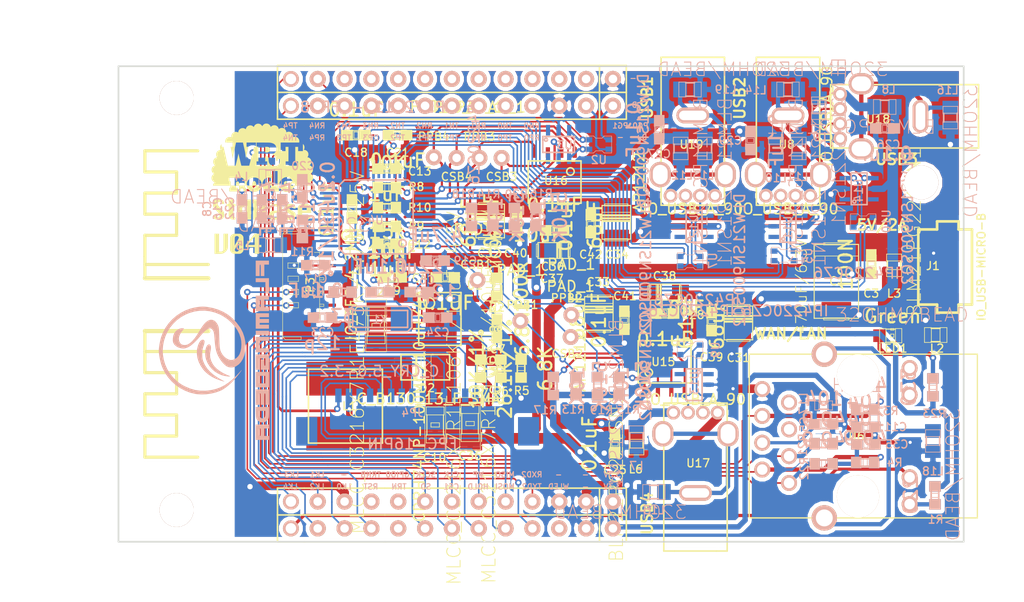
<source format=kicad_pcb>
(kicad_pcb (version 3) (host pcbnew "(2013-07-07 BZR 4022)-stable")
  (layers (15 F.Cu signal) (0 B.Cu signal) (18 B.Paste user) (19 F.Paste user) (20 B.SilkS user hide) (21 F.SilkS user) (22 B.Mask user) (23 F.Mask user) (28 Edge.Cuts user))
  (net 0 "")
  (net 1 +3.3V)
  (net 2 +5V)
  (net 3 /I2C_SCLK)
  (net 4 /I2C_SD)
  (net 5 /LINK0)
  (net 6 /LINK1)
  (net 7 /LINK2)
  (net 8 /LINK3)
  (net 9 /LINK4)
  (net 10 /RXD2)
  (net 11 /RXIN4)
  (net 12 /RXIP4)
  (net 13 /SPI_CLK)
  (net 14 /SPI_CS1)
  (net 15 /SPI_HOLD)
  (net 16 /SPI_MISO)
  (net 17 /SPI_MOSI)
  (net 18 /SPI_WP)
  (net 19 /TXD2)
  (net 20 /TXON4)
  (net 21 /TXOP4)
  (net 22 /WDT_RST_N)
  (net 23 /uPD720114/D+)
  (net 24 /uPD720114/D-)
  (net 25 /uPD720114/VBUS1)
  (net 26 /uPD720114/VBUS2)
  (net 27 /uPD720114/VBUS3)
  (net 28 /uPD720114/VBUS4)
  (net 29 GND)
  (net 30 N-000001)
  (net 31 N-00000101)
  (net 32 N-00000102)
  (net 33 N-00000105)
  (net 34 N-00000106)
  (net 35 N-00000107)
  (net 36 N-00000108)
  (net 37 N-00000109)
  (net 38 N-00000112)
  (net 39 N-00000113)
  (net 40 N-00000114)
  (net 41 N-00000115)
  (net 42 N-00000116)
  (net 43 N-00000117)
  (net 44 N-00000118)
  (net 45 N-00000119)
  (net 46 N-00000122)
  (net 47 N-00000123)
  (net 48 N-00000124)
  (net 49 N-00000126)
  (net 50 N-00000127)
  (net 51 N-00000128)
  (net 52 N-00000129)
  (net 53 N-00000130)
  (net 54 N-000002)
  (net 55 N-0000025)
  (net 56 N-0000028)
  (net 57 N-0000032)
  (net 58 N-0000034)
  (net 59 N-0000038)
  (net 60 N-0000040)
  (net 61 N-0000041)
  (net 62 N-0000042)
  (net 63 N-000005)
  (net 64 N-000006)
  (net 65 N-0000069)
  (net 66 N-000007)
  (net 67 N-0000070)
  (net 68 N-0000071)
  (net 69 N-0000072)
  (net 70 N-0000073)
  (net 71 N-0000074)
  (net 72 N-0000075)
  (net 73 N-0000076)
  (net 74 N-0000077)
  (net 75 N-0000078)
  (net 76 N-0000079)
  (net 77 N-000008)
  (net 78 N-0000080)
  (net 79 N-0000081)
  (net 80 N-0000082)
  (net 81 N-0000083)
  (net 82 N-0000086)
  (net 83 N-0000087)
  (net 84 N-0000088)
  (net 85 N-0000089)
  (net 86 N-000009)
  (net 87 N-0000090)
  (net 88 N-0000091)
  (net 89 N-0000094)
  (net 90 N-0000095)
  (net 91 N-0000096)
  (net 92 N-0000098)
  (module rcl-L7070 (layer F.Cu) (at 181.483 82.169 270)
    (fp_text reference L1 (at 0 0.635 540) (layer F.SilkS) (effects (font (size 0.762 0.762) (thickness 0.127))))
    (fp_text value CDRH74NP-100MC/10uH/4A (at 0 -6 270) (layer F.SilkS))
    (pad 1 smd rect (at -2.5 1 270) (size 3 7) (layers F.Cu F.Paste F.Mask) (net 63 N-000005))
    (pad 2 smd rect (at 2.5 1 270) (size 3 7) (layers F.Cu F.Paste F.Mask) (net 1 +3.3V))
  )
  (module rcl-C1206 (layer F.Cu) (at 188.976 83.947 90)
    (fp_text reference C10 (at -3.1115 -0.0635 360) (layer F.SilkS) (effects (font (size 0.762 0.762) (thickness 0.127))))
    (fp_text value MLCC_C3216X7R1E106KT/10uF/4.5V (at 2.54 1.778 90) (layer F.SilkS) (effects (font (size 1.27 1.27) (thickness 0.0889))))
    (pad 1 smd rect (at -1.39954 0 90) (size 1.59766 1.79832) (layers F.Cu F.Paste F.Mask) (net 1 +3.3V))
    (pad 2 smd rect (at 1.39954 0 90) (size 1.59766 1.79832) (layers F.Cu F.Paste F.Mask) (net 29 GND))
  )
  (module rcl-C1206 (layer F.Cu) (at 183.388 74.549 270)
    (fp_text reference C2 (at -3.175 0 540) (layer F.SilkS) (effects (font (size 0.762 0.762) (thickness 0.127))))
    (fp_text value MLCC_C3216X7R1E475K/4.7uF/25V (at 2.54 1.778 270) (layer F.SilkS) (effects (font (size 1.27 1.27) (thickness 0.0889))))
    (pad 1 smd rect (at -1.39954 0 270) (size 1.59766 1.79832) (layers F.Cu F.Paste F.Mask) (net 2 +5V))
    (pad 2 smd rect (at 1.39954 0 270) (size 1.59766 1.79832) (layers F.Cu F.Paste F.Mask) (net 29 GND))
  )
  (module IO_USB-MICRO-B-B (layer F.Cu) (at 237.5 69 90)
    (fp_text reference J1 (at 0.1025 -1.407 180) (layer F.SilkS) (effects (font (size 0.762 0.762) (thickness 0.127))))
    (fp_text value IO_USB-MICRO-B (at 0 3.175 90) (layer F.SilkS) (effects (font (size 0.762 0.762) (thickness 0.127))))
    (pad P1 smd rect (at -1.3208 -2.6924 90) (size 0.4064 1.3462) (layers F.Cu F.Paste F.Mask) (net 61 N-0000041))
    (pad P2 smd rect (at -0.6604 -2.6924 90) (size 0.4064 1.3462) (layers F.Cu F.Paste F.Mask))
    (pad P3 smd rect (at 0 -2.6924 90) (size 0.4064 1.3462) (layers F.Cu F.Paste F.Mask))
    (pad P4 smd rect (at 0.6604 -2.6924 90) (size 0.4064 1.3462) (layers F.Cu F.Paste F.Mask))
    (pad P5 smd rect (at 1.3208 -2.6924 90) (size 0.4064 1.3462) (layers F.Cu F.Paste F.Mask) (net 29 GND))
    (pad S1 smd rect (at -3.5052 0 90) (size 2.0574 2.0574) (layers F.Cu F.Paste F.Mask) (net 55 N-0000025))
    (pad S2 smd rect (at 3.5052 0 90) (size 2.0574 2.0574) (layers F.Cu F.Paste F.Mask) (net 55 N-0000025))
    (pad S3 smd rect (at -2.54 -2.794 90) (size 1.524 1.016) (layers F.Cu F.Paste F.Mask) (net 55 N-0000025))
    (pad S4 smd rect (at 2.54 -2.794 90) (size 1.524 1.016) (layers F.Cu F.Paste F.Mask) (net 55 N-0000025))
    (pad S5 smd rect (at -1.016 0 90) (size 1.524 1.524) (layers F.Cu F.Paste F.Mask) (net 55 N-0000025))
    (pad S6 smd rect (at 1.016 0 90) (size 1.524 1.524) (layers F.Cu F.Paste F.Mask) (net 55 N-0000025))
  )
  (module IC_MP1484EN_SOIC08 (layer F.Cu) (at 189.4205 73.914 270)
    (fp_text reference U1 (at -3.175 -3.302 540) (layer F.SilkS) (effects (font (size 0.762 0.762) (thickness 0.127))))
    (fp_text value IC_MP1484EN_SOIC08 (at -0.4 -5.3 270) (layer F.SilkS))
    (pad 1 smd rect (at -1.905 2.921 270) (size 0.6 1.6) (layers F.Cu F.Paste F.Mask) (net 30 N-000001))
    (pad 2 smd rect (at -0.635 2.921 270) (size 0.6 1.6) (layers F.Cu F.Paste F.Mask) (net 2 +5V))
    (pad 3 smd rect (at 0.635 2.921 270) (size 0.6 1.6) (layers F.Cu F.Paste F.Mask) (net 63 N-000005))
    (pad 4 smd rect (at 1.905 2.921 270) (size 0.6 1.6) (layers F.Cu F.Paste F.Mask) (net 29 GND))
    (pad 5 smd rect (at 1.905 -2.921 270) (size 0.6 1.6) (layers F.Cu F.Paste F.Mask) (net 64 N-000006))
    (pad 6 smd rect (at 0.635 -2.921 270) (size 0.6 1.6) (layers F.Cu F.Paste F.Mask) (net 77 N-000008))
    (pad 7 smd rect (at -0.635 -2.921 270) (size 0.6 1.6) (layers F.Cu F.Paste F.Mask) (net 54 N-000002))
    (pad 8 smd rect (at -1.905 -2.921 270) (size 0.6 1.6) (layers F.Cu F.Paste F.Mask) (net 86 N-000009))
    (pad 9 smd rect (at 0 0 270) (size 3.3 2.3) (layers F.Cu F.Paste F.Mask) (net 29 GND))
  )
  (module C_R_0603 (layer F.Cu) (at 195.199 78.613 270)
    (fp_text reference R6 (at 2.159 0 540) (layer F.SilkS) (effects (font (size 0.762 0.762) (thickness 0.127))))
    (fp_text value 10K/1% (at 0 2.286 270) (layer F.SilkS) (effects (font (size 1.27 1.27) (thickness 0.2032))))
    (pad 1 smd rect (at -0.84836 0 270) (size 0.99822 1.09982) (layers F.Cu F.Adhes F.Paste F.SilkS F.Mask) (net 64 N-000006))
    (pad 2 smd rect (at 0.84836 0 270) (size 0.99822 1.09982) (layers F.Cu F.Adhes F.Paste F.SilkS F.Mask) (net 29 GND))
  )
  (module C_R_0603 (layer F.Cu) (at 194.818 70.866 90)
    (fp_text reference R2 (at -1.9685 0 360) (layer F.SilkS) (effects (font (size 0.762 0.762) (thickness 0.127))))
    (fp_text value 100K (at 0 2.286 90) (layer F.SilkS) (effects (font (size 1.27 1.27) (thickness 0.2032))))
    (pad 1 smd rect (at -0.84836 0 90) (size 0.99822 1.09982) (layers F.Cu F.Adhes F.Paste F.SilkS F.Mask) (net 54 N-000002))
    (pad 2 smd rect (at 0.84836 0 90) (size 0.99822 1.09982) (layers F.Cu F.Adhes F.Paste F.SilkS F.Mask) (net 2 +5V))
  )
  (module C_R_0603 (layer F.Cu) (at 197.104 78.613 90)
    (fp_text reference R5 (at -2.0955 0.0635 360) (layer F.SilkS) (effects (font (size 0.762 0.762) (thickness 0.127))))
    (fp_text value 6.8K (at 0 2.286 90) (layer F.SilkS) (effects (font (size 1.27 1.27) (thickness 0.2032))))
    (pad 1 smd rect (at -0.84836 0 90) (size 0.99822 1.09982) (layers F.Cu F.Adhes F.Paste F.SilkS F.Mask) (net 29 GND))
    (pad 2 smd rect (at 0.84836 0 90) (size 0.99822 1.09982) (layers F.Cu F.Adhes F.Paste F.SilkS F.Mask) (net 66 N-000007))
  )
  (module C_R_0603 (layer F.Cu) (at 193.294 78.613 90)
    (fp_text reference R7 (at -2.286 0 360) (layer F.SilkS) (effects (font (size 0.762 0.762) (thickness 0.127))))
    (fp_text value 26.1K/1% (at 0 2.286 90) (layer F.SilkS) (effects (font (size 1.27 1.27) (thickness 0.2032))))
    (pad 1 smd rect (at -0.84836 0 90) (size 0.99822 1.09982) (layers F.Cu F.Adhes F.Paste F.SilkS F.Mask) (net 1 +3.3V))
    (pad 2 smd rect (at 0.84836 0 90) (size 0.99822 1.09982) (layers F.Cu F.Adhes F.Paste F.SilkS F.Mask) (net 64 N-000006))
  )
  (module C_C_0603 (layer F.Cu) (at 184.912 69.977 180)
    (fp_text reference C9 (at -0.0635 -1.27 180) (layer F.SilkS) (effects (font (size 0.762 0.762) (thickness 0.127))))
    (fp_text value 10NF (at 0 2.413 180) (layer F.SilkS) (effects (font (size 1.27 1.27) (thickness 0.2032))))
    (pad 1 smd rect (at -0.84836 0 180) (size 1.09982 0.99822) (layers F.Cu F.Adhes F.Paste F.SilkS F.Mask) (net 30 N-000001))
    (pad 2 smd rect (at 0.84836 0 180) (size 1.09982 0.99822) (layers F.Cu F.Adhes F.Paste F.SilkS F.Mask) (net 63 N-000005))
  )
  (module C_C_0603 (layer F.Cu) (at 194.818 74.803 90)
    (fp_text reference C7 (at -1.9685 0.0635 360) (layer F.SilkS) (effects (font (size 0.762 0.762) (thickness 0.127))))
    (fp_text value 6.8NF (at 0 2.413 90) (layer F.SilkS) (effects (font (size 1.27 1.27) (thickness 0.2032))))
    (pad 1 smd rect (at -0.84836 0 90) (size 1.09982 0.99822) (layers F.Cu F.Adhes F.Paste F.SilkS F.Mask) (net 66 N-000007))
    (pad 2 smd rect (at 0.84836 0 90) (size 1.09982 0.99822) (layers F.Cu F.Adhes F.Paste F.SilkS F.Mask) (net 77 N-000008))
  )
  (module C_C_0603 (layer F.Cu) (at 189.9285 69.977)
    (fp_text reference C4 (at -2.413 0.0635) (layer F.SilkS) (effects (font (size 0.762 0.762) (thickness 0.127))))
    (fp_text value 0.1UF (at 0 2.413) (layer F.SilkS) (effects (font (size 1.27 1.27) (thickness 0.2032))))
    (pad 1 smd rect (at -0.84836 0) (size 1.09982 0.99822) (layers F.Cu F.Adhes F.Paste F.SilkS F.Mask) (net 29 GND))
    (pad 2 smd rect (at 0.84836 0) (size 1.09982 0.99822) (layers F.Cu F.Adhes F.Paste F.SilkS F.Mask) (net 86 N-000009))
  )
  (module C_CPOL_SMCE (layer F.Cu) (at 226.949 70.358 270)
    (fp_text reference C1 (at -0.0254 -0.0762 360) (layer F.SilkS) (effects (font (size 0.762 0.762) (thickness 0.127))))
    (fp_text value 470uF/6.3V (at 0.508 3.302 270) (layer F.SilkS) (effects (font (size 1.016 1.016) (thickness 0.0889))))
    (pad 1 smd rect (at -3.1496 0 270) (size 2.39776 2.79908) (layers F.Cu F.Paste F.Mask) (net 2 +5V))
    (pad 2 smd rect (at 3.1496 0 270) (size 2.39776 2.79908) (layers F.Cu F.Paste F.Mask) (net 29 GND))
  )
  (module UPD720114-QFP48 (layer B.Cu) (at 183.388 64.262 180)
    (fp_text reference U4 (at 0.055 -0.309 180) (layer B.SilkS) (effects (font (size 0.762 0.762) (thickness 0.127)) (justify mirror)))
    (fp_text value UPD720114-QFP48 (at -0.2 10.4 180) (layer B.SilkS) (effects (justify mirror)))
    (pad 1 smd rect (at -2.75 -4.5 180) (size 0.25 1.65) (layers B.Cu B.Paste B.Mask) (net 51 N-00000128))
    (pad 2 smd rect (at -2.25 -4.5 180) (size 0.25 1.65) (layers B.Cu B.Paste B.Mask) (net 29 GND))
    (pad 3 smd rect (at -1.75 -4.5 180) (size 0.25 1.65) (layers B.Cu B.Paste B.Mask) (net 29 GND))
    (pad 4 smd rect (at -1.25 -4.5 180) (size 0.25 1.65) (layers B.Cu B.Paste B.Mask) (net 29 GND))
    (pad 5 smd rect (at -0.75 -4.5 180) (size 0.25 1.65) (layers B.Cu B.Paste B.Mask) (net 29 GND))
    (pad 6 smd rect (at -0.25 -4.5 180) (size 0.25 1.65) (layers B.Cu B.Paste B.Mask) (net 29 GND))
    (pad 7 smd rect (at 0.25 -4.5 180) (size 0.25 1.65) (layers B.Cu B.Paste B.Mask) (net 85 N-0000089))
    (pad 8 smd rect (at 0.75 -4.5 180) (size 0.25 1.65) (layers B.Cu B.Paste B.Mask) (net 85 N-0000089))
    (pad 9 smd rect (at 1.25 -4.5 180) (size 0.25 1.65) (layers B.Cu B.Paste B.Mask) (net 1 +3.3V))
    (pad 10 smd rect (at 1.75 -4.5 180) (size 0.25 1.65) (layers B.Cu B.Paste B.Mask) (net 50 N-00000127))
    (pad 11 smd rect (at 2.25 -4.5 180) (size 0.25 1.65) (layers B.Cu B.Paste B.Mask) (net 78 N-0000080))
    (pad 12 smd rect (at 2.75 -4.5 180) (size 0.25 1.65) (layers B.Cu B.Paste B.Mask) (net 51 N-00000128))
    (pad 13 smd rect (at 4.5 -2.75 180) (size 1.65 0.25) (layers B.Cu B.Paste B.Mask) (net 1 +3.3V))
    (pad 14 smd rect (at 4.5 -2.25 180) (size 1.65 0.25) (layers B.Cu B.Paste B.Mask) (net 29 GND))
    (pad 15 smd rect (at 4.5 -1.75 180) (size 1.65 0.25) (layers B.Cu B.Paste B.Mask) (net 34 N-00000106))
    (pad 16 smd rect (at 4.5 -1.25 180) (size 1.65 0.25) (layers B.Cu B.Paste B.Mask) (net 52 N-00000129))
    (pad 17 smd rect (at 4.5 -0.75 180) (size 1.65 0.25) (layers B.Cu B.Paste B.Mask) (net 53 N-00000130))
    (pad 18 smd rect (at 4.5 -0.25 180) (size 1.65 0.25) (layers B.Cu B.Paste B.Mask) (net 52 N-00000129))
    (pad 19 smd rect (at 4.5 0.25 180) (size 1.65 0.25) (layers B.Cu B.Paste B.Mask) (net 53 N-00000130))
    (pad 20 smd rect (at 4.5 0.75 180) (size 1.65 0.25) (layers B.Cu B.Paste B.Mask) (net 1 +3.3V))
    (pad 21 smd rect (at 4.5 1.25 180) (size 1.65 0.25) (layers B.Cu B.Paste B.Mask) (net 76 N-0000079))
    (pad 22 smd rect (at 4.5 1.75 180) (size 1.65 0.25) (layers B.Cu B.Paste B.Mask) (net 79 N-0000081))
    (pad 23 smd rect (at 4.5 2.25 180) (size 1.65 0.25) (layers B.Cu B.Paste B.Mask) (net 29 GND))
    (pad 24 smd rect (at 4.5 2.75 180) (size 1.65 0.25) (layers B.Cu B.Paste B.Mask) (net 51 N-00000128))
    (pad 25 smd rect (at 2.75 4.5 180) (size 0.25 1.65) (layers B.Cu B.Paste B.Mask) (net 82 N-0000086))
    (pad 26 smd rect (at 2.25 4.5 180) (size 0.25 1.65) (layers B.Cu B.Paste B.Mask) (net 39 N-00000113))
    (pad 27 smd rect (at 1.75 4.5 180) (size 0.25 1.65) (layers B.Cu B.Paste B.Mask) (net 29 GND))
    (pad 28 smd rect (at 1.25 4.5 180) (size 0.25 1.65) (layers B.Cu B.Paste B.Mask) (net 38 N-00000112))
    (pad 29 smd rect (at 0.75 4.5 180) (size 0.25 1.65) (layers B.Cu B.Paste B.Mask) (net 35 N-00000107))
    (pad 30 smd rect (at 0.25 4.5 180) (size 0.25 1.65) (layers B.Cu B.Paste B.Mask) (net 1 +3.3V))
    (pad 31 smd rect (at -0.25 4.5 180) (size 0.25 1.65) (layers B.Cu B.Paste B.Mask) (net 33 N-00000105))
    (pad 32 smd rect (at -0.75 4.5 180) (size 0.25 1.65) (layers B.Cu B.Paste B.Mask) (net 90 N-0000095))
    (pad 33 smd rect (at -1.25 4.5 180) (size 0.25 1.65) (layers B.Cu B.Paste B.Mask) (net 51 N-00000128))
    (pad 34 smd rect (at -1.75 4.5 180) (size 0.25 1.65) (layers B.Cu B.Paste B.Mask) (net 40 N-00000114))
    (pad 35 smd rect (at -2.25 4.5 180) (size 0.25 1.65) (layers B.Cu B.Paste B.Mask) (net 41 N-00000115))
    (pad 36 smd rect (at -2.75 4.5 180) (size 0.25 1.65) (layers B.Cu B.Paste B.Mask) (net 29 GND))
    (pad 37 smd rect (at -4.5 2.75 180) (size 1.65 0.25) (layers B.Cu B.Paste B.Mask) (net 75 N-0000078))
    (pad 38 smd rect (at -4.5 2.25 180) (size 1.65 0.25) (layers B.Cu B.Paste B.Mask) (net 72 N-0000075))
    (pad 39 smd rect (at -4.5 1.75 180) (size 1.65 0.25) (layers B.Cu B.Paste B.Mask) (net 70 N-0000073))
    (pad 40 smd rect (at -4.5 1.25 180) (size 1.65 0.25) (layers B.Cu B.Paste B.Mask) (net 73 N-0000076))
    (pad 41 smd rect (at -4.5 0.75 180) (size 1.65 0.25) (layers B.Cu B.Paste B.Mask) (net 71 N-0000074))
    (pad 42 smd rect (at -4.5 0.25 180) (size 1.65 0.25) (layers B.Cu B.Paste B.Mask) (net 29 GND))
    (pad 43 smd rect (at -4.5 -0.25 180) (size 1.65 0.25) (layers B.Cu B.Paste B.Mask) (net 68 N-0000071))
    (pad 44 smd rect (at -4.5 -0.75 180) (size 1.65 0.25) (layers B.Cu B.Paste B.Mask) (net 65 N-0000069))
    (pad 45 smd rect (at -4.5 -1.25 180) (size 1.65 0.25) (layers B.Cu B.Paste B.Mask) (net 69 N-0000072))
    (pad 46 smd rect (at -4.5 -1.75 180) (size 1.65 0.25) (layers B.Cu B.Paste B.Mask) (net 67 N-0000070))
    (pad 47 smd rect (at -4.5 -2.25 180) (size 1.65 0.25) (layers B.Cu B.Paste B.Mask) (net 74 N-0000077))
    (pad 48 smd rect (at -4.5 -2.75 180) (size 1.65 0.25) (layers B.Cu B.Paste B.Mask) (net 1 +3.3V))
  )
  (module rcl-L0805 (layer B.Cu) (at 173.355 66.929)
    (fp_text reference L5 hide)
    (fp_text value 32OHM/BEAD (at 3.175 -1.905) (layer B.SilkS) (effects (font (size 1.27 1.27) (thickness 0.0889)) (justify mirror)))
    (pad 1 smd rect (at -0.94996 0) (size 1.29794 1.4986) (layers B.Cu B.Paste B.Mask) (net 29 GND))
    (pad 2 smd rect (at 0.94996 0) (size 1.29794 1.4986) (layers B.Cu B.Paste B.Mask) (net 52 N-00000129))
  )
  (module rcl-L0805 (layer B.Cu) (at 221.234 57.785 270)
    (fp_text reference L10 (at 2.794 0 360) (layer B.SilkS) (effects (font (size 0.762 0.762) (thickness 0.127)) (justify mirror)))
    (fp_text value BLM21PG221SN1 (at 3.175 -1.905 270) (layer B.SilkS) (effects (font (size 1.27 1.27) (thickness 0.0889)) (justify mirror)))
    (pad 1 smd rect (at -0.94996 0 270) (size 1.29794 1.4986) (layers B.Cu B.Paste B.Mask) (net 27 /uPD720114/VBUS3))
    (pad 2 smd rect (at 0.94996 0 270) (size 1.29794 1.4986) (layers B.Cu B.Paste B.Mask) (net 42 N-00000116))
  )
  (module rcl-L0805 (layer B.Cu) (at 214.503 57.785 270)
    (fp_text reference L13 (at 2.54 0.127 360) (layer B.SilkS) (effects (font (size 0.762 0.762) (thickness 0.127)) (justify mirror)))
    (fp_text value BLM21PG221SN1 (at 3.175 -1.905 270) (layer B.SilkS) (effects (font (size 1.27 1.27) (thickness 0.0889)) (justify mirror)))
    (pad 1 smd rect (at -0.94996 0 270) (size 1.29794 1.4986) (layers B.Cu B.Paste B.Mask) (net 29 GND))
    (pad 2 smd rect (at 0.94996 0 270) (size 1.29794 1.4986) (layers B.Cu B.Paste B.Mask) (net 43 N-00000117))
  )
  (module rcl-L0805 (layer F.Cu) (at 208.026 85.725 270)
    (fp_text reference L6 (at 2.413 0.0635 360) (layer F.SilkS) (effects (font (size 0.762 0.762) (thickness 0.127))))
    (fp_text value BLM21PG221SN1 (at 3.175 1.905 270) (layer F.SilkS) (effects (font (size 1.27 1.27) (thickness 0.0889))))
    (pad 1 smd rect (at -0.94996 0 270) (size 1.29794 1.4986) (layers F.Cu F.Paste F.Mask) (net 26 /uPD720114/VBUS2))
    (pad 2 smd rect (at 0.94996 0 270) (size 1.29794 1.4986) (layers F.Cu F.Paste F.Mask) (net 81 N-0000083))
  )
  (module rcl-L0805 (layer B.Cu) (at 223.393 57.785 270)
    (fp_text reference L11 (at 2.667 0.127 360) (layer B.SilkS) (effects (font (size 0.762 0.762) (thickness 0.127)) (justify mirror)))
    (fp_text value BLM21PG221SN1 (at 3.175 -1.905 270) (layer B.SilkS) (effects (font (size 1.27 1.27) (thickness 0.0889)) (justify mirror)))
    (pad 1 smd rect (at -0.94996 0 270) (size 1.29794 1.4986) (layers B.Cu B.Paste B.Mask) (net 29 GND))
    (pad 2 smd rect (at 0.94996 0 270) (size 1.29794 1.4986) (layers B.Cu B.Paste B.Mask) (net 44 N-00000118))
  )
  (module rcl-L0805 (layer B.Cu) (at 212.217 57.785 270)
    (fp_text reference L12 (at 2.54 -0.127 360) (layer B.SilkS) (effects (font (size 0.762 0.762) (thickness 0.127)) (justify mirror)))
    (fp_text value BLM21PG221SN1 (at 3.175 -1.905 270) (layer B.SilkS) (effects (font (size 1.27 1.27) (thickness 0.0889)) (justify mirror)))
    (pad 1 smd rect (at -0.94996 0 270) (size 1.29794 1.4986) (layers B.Cu B.Paste B.Mask) (net 28 /uPD720114/VBUS4))
    (pad 2 smd rect (at 0.94996 0 270) (size 1.29794 1.4986) (layers B.Cu B.Paste B.Mask) (net 45 N-00000119))
  )
  (module rcl-L0805 (layer B.Cu) (at 208.026 85.09 90)
    (fp_text reference L7 (at -2.7305 0 180) (layer B.SilkS) (effects (font (size 0.762 0.762) (thickness 0.127)) (justify mirror)))
    (fp_text value BLM21PG221SN1 (at 3.175 -1.905 90) (layer B.SilkS) (effects (font (size 1.27 1.27) (thickness 0.0889)) (justify mirror)))
    (pad 1 smd rect (at -0.94996 0 90) (size 1.29794 1.4986) (layers B.Cu B.Paste B.Mask) (net 29 GND))
    (pad 2 smd rect (at 0.94996 0 90) (size 1.29794 1.4986) (layers B.Cu B.Paste B.Mask) (net 80 N-0000082))
  )
  (module rcl-L0805 (layer B.Cu) (at 231.521 53.848 180)
    (fp_text reference L8 (at -0.381 1.651 180) (layer B.SilkS) (effects (font (size 0.762 0.762) (thickness 0.127)) (justify mirror)))
    (fp_text value BLM21PG221SN1 (at 3.175 -1.905 180) (layer B.SilkS) (effects (font (size 1.27 1.27) (thickness 0.0889)) (justify mirror)))
    (pad 1 smd rect (at -0.94996 0 180) (size 1.29794 1.4986) (layers B.Cu B.Paste B.Mask) (net 25 /uPD720114/VBUS1))
    (pad 2 smd rect (at 0.94996 0 180) (size 1.29794 1.4986) (layers B.Cu B.Paste B.Mask) (net 84 N-0000088))
  )
  (module rcl-L0805 (layer B.Cu) (at 173.355 60.452 180)
    (fp_text reference L4 hide)
    (fp_text value 32OHM/BEAD (at 3.175 -1.905 180) (layer B.SilkS) (effects (font (size 1.27 1.27) (thickness 0.0889)) (justify mirror)))
    (pad 1 smd rect (at -0.94996 0 180) (size 1.29794 1.4986) (layers B.Cu B.Paste B.Mask) (net 51 N-00000128))
    (pad 2 smd rect (at 0.94996 0 180) (size 1.29794 1.4986) (layers B.Cu B.Paste B.Mask) (net 53 N-00000130))
  )
  (module rcl-L0805 (layer B.Cu) (at 225.298 53.975 270)
    (fp_text reference L9 (at 2.7305 -0.0635 360) (layer B.SilkS) (effects (font (size 0.762 0.762) (thickness 0.127)) (justify mirror)))
    (fp_text value BLM21PG221SN1 (at 3.175 -1.905 270) (layer B.SilkS) (effects (font (size 1.27 1.27) (thickness 0.0889)) (justify mirror)))
    (pad 1 smd rect (at -0.94996 0 270) (size 1.29794 1.4986) (layers B.Cu B.Paste B.Mask) (net 29 GND))
    (pad 2 smd rect (at 0.94996 0 270) (size 1.29794 1.4986) (layers B.Cu B.Paste B.Mask) (net 83 N-0000087))
  )
  (module rcl-L0805 (layer F.Cu) (at 236.347 75.438 180)
    (fp_text reference L2 hide)
    (fp_text value 32OHM/BEAD (at 3.175 1.905 180) (layer B.SilkS) (effects (font (size 1.27 1.27) (thickness 0.0889))))
    (pad 1 smd rect (at -0.94996 0 180) (size 1.29794 1.4986) (layers F.Cu F.Paste F.Mask) (net 55 N-0000025))
    (pad 2 smd rect (at 0.94996 0 180) (size 1.29794 1.4986) (layers F.Cu F.Paste F.Mask) (net 29 GND))
  )
  (module rcl-L0805 (layer F.Cu) (at 232.41 68.834 90)
    (fp_text reference L3 (at -2.667 0 360) (layer F.SilkS) (effects (font (size 0.762 0.762) (thickness 0.127))))
    (fp_text value BLM21PG221SN1 (at 3.175 1.905 90) (layer F.SilkS) (effects (font (size 1.27 1.27) (thickness 0.0889))))
    (pad 1 smd rect (at -0.94996 0 90) (size 1.29794 1.4986) (layers F.Cu F.Paste F.Mask) (net 61 N-0000041))
    (pad 2 smd rect (at 0.94996 0 90) (size 1.29794 1.4986) (layers F.Cu F.Paste F.Mask) (net 2 +5V))
  )
  (module rcl-L0805 (layer B.Cu) (at 237.744 54.864 270)
    (fp_text reference L16 (at -2.6035 0.254 360) (layer B.SilkS) (effects (font (size 0.762 0.762) (thickness 0.127)) (justify mirror)))
    (fp_text value 32OHM/BEAD (at 3.175 -1.905 270) (layer B.SilkS) (effects (font (size 1.27 1.27) (thickness 0.0889)) (justify mirror)))
    (pad 1 smd rect (at -0.94996 0 270) (size 1.29794 1.4986) (layers B.Cu B.Paste B.Mask) (net 47 N-00000123))
    (pad 2 smd rect (at 0.94996 0 270) (size 1.29794 1.4986) (layers B.Cu B.Paste B.Mask) (net 29 GND))
  )
  (module rcl-L0805 (layer B.Cu) (at 209.677 90.297 180)
    (fp_text reference L15 (at 0 -1.7145 180) (layer B.SilkS) (effects (font (size 0.762 0.762) (thickness 0.127)) (justify mirror)))
    (fp_text value 32OHM/BEAD (at 3.175 -1.905 180) (layer B.SilkS) (effects (font (size 1.27 1.27) (thickness 0.0889)) (justify mirror)))
    (pad 1 smd rect (at -0.94996 0 180) (size 1.29794 1.4986) (layers B.Cu B.Paste B.Mask) (net 46 N-00000122))
    (pad 2 smd rect (at 0.94996 0 180) (size 1.29794 1.4986) (layers B.Cu B.Paste B.Mask) (net 29 GND))
  )
  (module rcl-L0805 (layer B.Cu) (at 222.377 52.197)
    (fp_text reference L14 (at -3.048 0.0635) (layer B.SilkS) (effects (font (size 0.762 0.762) (thickness 0.127)) (justify mirror)))
    (fp_text value 32OHM/BEAD (at 3.175 -1.905) (layer B.SilkS) (effects (font (size 1.27 1.27) (thickness 0.0889)) (justify mirror)))
    (pad 1 smd rect (at -0.94996 0) (size 1.29794 1.4986) (layers B.Cu B.Paste B.Mask) (net 91 N-0000096))
    (pad 2 smd rect (at 0.94996 0) (size 1.29794 1.4986) (layers B.Cu B.Paste B.Mask) (net 29 GND))
  )
  (module rcl-L0603 (layer B.Cu) (at 225.7425 82.1055)
    (fp_text reference L17 (at -1.905 -0.1905 90) (layer B.SilkS) (effects (font (size 0.762 0.762) (thickness 0.127)) (justify mirror)))
    (fp_text value 10uH (at 3.175 -1.905) (layer B.SilkS) (effects (font (size 1.27 1.27) (thickness 0.0889)) (justify mirror)))
    (pad 1 smd rect (at -0.84836 0) (size 0.99822 1.09982) (layers B.Cu B.Paste B.Mask) (net 62 N-0000042))
    (pad 2 smd rect (at 0.84836 0) (size 0.99822 1.09982) (layers B.Cu B.Paste B.Mask) (net 1 +3.3V))
  )
  (module IO_FM13X2 (layer F.Cu) (at 205.8 91.2)
    (fp_text reference JP1 hide)
    (fp_text value IO_FM13X2 hide)
    (pad 1 thru_hole circle (at 0 0 180) (size 1.524 1.524) (drill 0.812799) (layers *.Cu *.Paste *.SilkS *.Mask) (net 1 +3.3V))
    (pad 2 thru_hole circle (at 0 2.54 180) (size 1.524 1.524) (drill 0.812799) (layers *.Cu *.Paste *.SilkS *.Mask) (net 1 +3.3V))
    (pad 3 thru_hole circle (at -2.54 0 180) (size 1.524 1.524) (drill 0.812799) (layers *.Cu *.Paste *.SilkS *.Mask) (net 29 GND))
    (pad 4 thru_hole circle (at -2.54 2.54 180) (size 1.524 1.524) (drill 0.812799) (layers *.Cu *.Paste *.SilkS *.Mask) (net 29 GND))
    (pad 5 thru_hole circle (at -5.08 0 180) (size 1.524 1.524) (drill 0.812799) (layers *.Cu *.Paste *.SilkS *.Mask) (net 29 GND))
    (pad 6 thru_hole circle (at -5.08 2.54 180) (size 1.524 1.524) (drill 0.812799) (layers *.Cu *.Paste *.SilkS *.Mask))
    (pad 7 thru_hole circle (at -7.62 0 180) (size 1.524 1.524) (drill 0.812799) (layers *.Cu *.Paste *.SilkS *.Mask) (net 10 /RXD2))
    (pad 8 thru_hole circle (at -7.62 2.54 180) (size 1.524 1.524) (drill 0.812799) (layers *.Cu *.Paste *.SilkS *.Mask) (net 19 /TXD2))
    (pad 9 thru_hole circle (at -10.16 0 180) (size 1.524 1.524) (drill 0.812799) (layers *.Cu *.Paste *.SilkS *.Mask) (net 16 /SPI_MISO))
    (pad 10 thru_hole circle (at -10.16 2.54 180) (size 1.524 1.524) (drill 0.812799) (layers *.Cu *.Paste *.SilkS *.Mask) (net 17 /SPI_MOSI))
    (pad 11 thru_hole circle (at -12.7 0 180) (size 1.524 1.524) (drill 0.812799) (layers *.Cu *.Paste *.SilkS *.Mask) (net 18 /SPI_WP))
    (pad 12 thru_hole circle (at -12.7 2.54 180) (size 1.524 1.524) (drill 0.812799) (layers *.Cu *.Paste *.SilkS *.Mask) (net 15 /SPI_HOLD))
    (pad 13 thru_hole circle (at -15.24 0 180) (size 1.524 1.524) (drill 0.812799) (layers *.Cu *.Paste *.SilkS *.Mask) (net 13 /SPI_CLK))
    (pad 14 thru_hole circle (at -15.24 2.54 180) (size 1.524 1.524) (drill 0.812799) (layers *.Cu *.Paste *.SilkS *.Mask) (net 14 /SPI_CS1))
    (pad 15 thru_hole circle (at -17.78 0 180) (size 1.524 1.524) (drill 0.812799) (layers *.Cu *.Paste *.SilkS *.Mask) (net 3 /I2C_SCLK))
    (pad 16 thru_hole circle (at -17.78 2.54 180) (size 1.524 1.524) (drill 0.812799) (layers *.Cu *.Paste *.SilkS *.Mask) (net 4 /I2C_SD))
    (pad 17 thru_hole circle (at -20.32 0 180) (size 1.524 1.524) (drill 0.812799) (layers *.Cu *.Paste *.SilkS *.Mask))
    (pad 18 thru_hole circle (at -20.32 2.54 180) (size 1.524 1.524) (drill 0.812799) (layers *.Cu *.Paste *.SilkS *.Mask))
    (pad 19 thru_hole circle (at -22.86 0) (size 1.524 1.524) (drill 0.812799) (layers *.Cu *.Paste *.SilkS *.Mask))
    (pad 20 thru_hole circle (at -22.86 2.54) (size 1.524 1.524) (drill 0.812799) (layers *.Cu *.Paste *.SilkS *.Mask) (net 22 /WDT_RST_N))
    (pad 21 thru_hole circle (at -25.4 0) (size 1.524 1.524) (drill 0.812799) (layers *.Cu *.Paste *.SilkS *.Mask) (net 29 GND))
    (pad 22 thru_hole circle (at -25.4 2.54) (size 1.524 1.524) (drill 0.812799) (layers *.Cu *.Paste *.SilkS *.Mask) (net 5 /LINK0))
    (pad 23 thru_hole circle (at -27.94 0) (size 1.524 1.524) (drill 0.812799) (layers *.Cu *.Paste *.SilkS *.Mask) (net 6 /LINK1))
    (pad 24 thru_hole circle (at -27.94 2.54) (size 1.524 1.524) (drill 0.812799) (layers *.Cu *.Paste *.SilkS *.Mask) (net 7 /LINK2))
    (pad 25 thru_hole circle (at -30.48 0) (size 1.50622 1.50622) (drill 0.998218) (layers *.Cu *.Paste *.SilkS *.Mask) (net 8 /LINK3))
    (pad 26 thru_hole circle (at -30.48 2.54) (size 1.50622 1.50622) (drill 0.998218) (layers *.Cu *.Paste *.SilkS *.Mask) (net 9 /LINK4))
  )
  (module IO_FM13X2 (layer F.Cu) (at 205.8 51.2)
    (fp_text reference JP2 hide)
    (fp_text value IO_FM13X2 hide)
    (pad 1 thru_hole circle (at 0 0 180) (size 1.524 1.524) (drill 0.812799) (layers *.Cu *.Paste *.SilkS *.Mask) (net 29 GND))
    (pad 2 thru_hole circle (at 0 2.54 180) (size 1.524 1.524) (drill 0.812799) (layers *.Cu *.Paste *.SilkS *.Mask) (net 24 /uPD720114/D-))
    (pad 3 thru_hole circle (at -2.54 0 180) (size 1.524 1.524) (drill 0.812799) (layers *.Cu *.Paste *.SilkS *.Mask))
    (pad 4 thru_hole circle (at -2.54 2.54 180) (size 1.524 1.524) (drill 0.812799) (layers *.Cu *.Paste *.SilkS *.Mask) (net 23 /uPD720114/D+))
    (pad 5 thru_hole circle (at -5.08 0 180) (size 1.524 1.524) (drill 0.812799) (layers *.Cu *.Paste *.SilkS *.Mask))
    (pad 6 thru_hole circle (at -5.08 2.54 180) (size 1.524 1.524) (drill 0.812799) (layers *.Cu *.Paste *.SilkS *.Mask) (net 29 GND))
    (pad 7 thru_hole circle (at -7.62 0 180) (size 1.524 1.524) (drill 0.812799) (layers *.Cu *.Paste *.SilkS *.Mask))
    (pad 8 thru_hole circle (at -7.62 2.54 180) (size 1.524 1.524) (drill 0.812799) (layers *.Cu *.Paste *.SilkS *.Mask))
    (pad 9 thru_hole circle (at -10.16 0 180) (size 1.524 1.524) (drill 0.812799) (layers *.Cu *.Paste *.SilkS *.Mask))
    (pad 10 thru_hole circle (at -10.16 2.54 180) (size 1.524 1.524) (drill 0.812799) (layers *.Cu *.Paste *.SilkS *.Mask))
    (pad 11 thru_hole circle (at -12.7 0 180) (size 1.524 1.524) (drill 0.812799) (layers *.Cu *.Paste *.SilkS *.Mask))
    (pad 12 thru_hole circle (at -12.7 2.54 180) (size 1.524 1.524) (drill 0.812799) (layers *.Cu *.Paste *.SilkS *.Mask))
    (pad 13 thru_hole circle (at -15.24 0 180) (size 1.524 1.524) (drill 0.812799) (layers *.Cu *.Paste *.SilkS *.Mask))
    (pad 14 thru_hole circle (at -15.24 2.54 180) (size 1.524 1.524) (drill 0.812799) (layers *.Cu *.Paste *.SilkS *.Mask))
    (pad 15 thru_hole circle (at -17.78 0 180) (size 1.524 1.524) (drill 0.812799) (layers *.Cu *.Paste *.SilkS *.Mask))
    (pad 16 thru_hole circle (at -17.78 2.54 180) (size 1.524 1.524) (drill 0.812799) (layers *.Cu *.Paste *.SilkS *.Mask))
    (pad 17 thru_hole circle (at -20.32 0 180) (size 1.524 1.524) (drill 0.812799) (layers *.Cu *.Paste *.SilkS *.Mask))
    (pad 18 thru_hole circle (at -20.32 2.54 180) (size 1.524 1.524) (drill 0.812799) (layers *.Cu *.Paste *.SilkS *.Mask))
    (pad 19 thru_hole circle (at -22.86 0) (size 1.524 1.524) (drill 0.812799) (layers *.Cu *.Paste *.SilkS *.Mask))
    (pad 20 thru_hole circle (at -22.86 2.54) (size 1.524 1.524) (drill 0.812799) (layers *.Cu *.Paste *.SilkS *.Mask))
    (pad 21 thru_hole circle (at -25.4 0) (size 1.524 1.524) (drill 0.812799) (layers *.Cu *.Paste *.SilkS *.Mask))
    (pad 22 thru_hole circle (at -25.4 2.54) (size 1.524 1.524) (drill 0.812799) (layers *.Cu *.Paste *.SilkS *.Mask))
    (pad 23 thru_hole circle (at -27.94 0) (size 1.524 1.524) (drill 0.812799) (layers *.Cu *.Paste *.SilkS *.Mask) (net 11 /RXIN4))
    (pad 24 thru_hole circle (at -27.94 2.54) (size 1.524 1.524) (drill 0.812799) (layers *.Cu *.Paste *.SilkS *.Mask) (net 12 /RXIP4))
    (pad 25 thru_hole circle (at -30.48 0) (size 1.50622 1.50622) (drill 0.998218) (layers *.Cu *.Paste *.SilkS *.Mask) (net 21 /TXOP4))
    (pad 26 thru_hole circle (at -30.48 2.54) (size 1.50622 1.50622) (drill 0.998218) (layers *.Cu *.Paste *.SilkS *.Mask) (net 20 /TXON4))
  )
  (module IO-USB-A (layer F.Cu) (at 232.41 54.737 90)
    (fp_text reference U18 (at -0.277 -1.495 180) (layer F.SilkS) (effects (font (size 0.762 0.762) (thickness 0.127))))
    (fp_text value IO_USB_A_90 (at 0 -6.35 90) (layer F.SilkS))
    (pad 2 thru_hole circle (at 0.7 -5.1 90) (size 1.3 1.3) (drill 0.8) (layers *.Cu *.Paste *.SilkS *.Mask) (net 31 N-00000101))
    (pad 1 thru_hole circle (at 2.1 -5.1 90) (size 1.3 1.3) (drill 0.8) (layers *.Cu *.Paste *.SilkS *.Mask) (net 84 N-0000088))
    (pad 3 thru_hole circle (at -0.7 -5.1 90) (size 1.3 1.3) (drill 0.8) (layers *.Cu *.Paste *.SilkS *.Mask) (net 32 N-00000102))
    (pad 4 thru_hole circle (at -2.1 -5.1 90) (size 1.3 1.3) (drill 0.8) (layers *.Cu *.Paste *.SilkS *.Mask) (net 83 N-0000087))
    (pad 5 thru_hole oval (at 3.08 -3.1 90) (size 2 2.4) (drill oval 1.399999 1.84) (layers *.Cu *.Paste *.SilkS *.Mask) (net 47 N-00000123))
    (pad 6 thru_hole oval (at -3.08 -3.1 90) (size 2 2.4) (drill oval 1.399999 1.84) (layers *.Cu *.Paste *.SilkS *.Mask) (net 47 N-00000123))
    (pad 7 thru_hole oval (at 0 2.5 90) (size 3.1 1.5) (drill oval 2.6 0.9) (layers *.Cu *.Paste *.SilkS *.Mask) (net 47 N-00000123))
  )
  (module IO-USB-A (layer F.Cu) (at 213.614 87.884)
    (fp_text reference U17 (at 0.254 -0.3175) (layer F.SilkS) (effects (font (size 0.762 0.762) (thickness 0.127))))
    (fp_text value IO_USB_A_90 (at 0 -6.35) (layer F.SilkS))
    (pad 2 thru_hole circle (at 0.7 -5.1) (size 1.3 1.3) (drill 0.8) (layers *.Cu *.Paste *.SilkS *.Mask) (net 36 N-00000108))
    (pad 1 thru_hole circle (at 2.1 -5.1) (size 1.3 1.3) (drill 0.8) (layers *.Cu *.Paste *.SilkS *.Mask) (net 81 N-0000083))
    (pad 3 thru_hole circle (at -0.7 -5.1) (size 1.3 1.3) (drill 0.8) (layers *.Cu *.Paste *.SilkS *.Mask) (net 37 N-00000109))
    (pad 4 thru_hole circle (at -2.1 -5.1) (size 1.3 1.3) (drill 0.8) (layers *.Cu *.Paste *.SilkS *.Mask) (net 80 N-0000082))
    (pad 5 thru_hole oval (at 3.08 -3.1) (size 2 2.4) (drill oval 1.399999 1.84) (layers *.Cu *.Paste *.SilkS *.Mask) (net 46 N-00000122))
    (pad 6 thru_hole oval (at -3.08 -3.1) (size 2 2.4) (drill oval 1.399999 1.84) (layers *.Cu *.Paste *.SilkS *.Mask) (net 46 N-00000122))
    (pad 7 thru_hole oval (at 0 2.5) (size 3.1 1.5) (drill oval 2.6 0.9) (layers *.Cu *.Paste *.SilkS *.Mask) (net 46 N-00000122))
  )
  (module FPC-16PIN (layer B.Cu) (at 186.817 81.153)
    (fp_text reference JP4 (at 0 1.651) (layer B.SilkS) (effects (font (size 0.762 0.762) (thickness 0.127)) (justify mirror)))
    (fp_text value FPC-16PIN (at 0 4.6) (layer B.SilkS) (effects (justify mirror)))
    (pad 1 smd rect (at -7 0) (size 0.6 1.3) (layers B.Cu B.Paste B.Mask) (net 2 +5V))
    (pad 17 smd rect (at -10 3.4) (size 2 2.7) (layers B.Cu B.Paste B.Mask))
    (pad 18 smd rect (at 11 3.4) (size 2 2.7) (layers B.Cu B.Paste B.Mask))
    (pad 2 smd rect (at -6 0) (size 0.6 1.3) (layers B.Cu B.Paste B.Mask) (net 1 +3.3V))
    (pad 3 smd rect (at -5 0) (size 0.6 1.3) (layers B.Cu B.Paste B.Mask) (net 29 GND))
    (pad 4 smd rect (at -4 0) (size 0.6 1.3) (layers B.Cu B.Paste B.Mask) (net 16 /SPI_MISO))
    (pad 5 smd rect (at -3 0) (size 0.6 1.3) (layers B.Cu B.Paste B.Mask) (net 17 /SPI_MOSI))
    (pad 6 smd rect (at -2 0) (size 0.6 1.3) (layers B.Cu B.Paste B.Mask) (net 18 /SPI_WP))
    (pad 7 smd rect (at -1 0) (size 0.6 1.3) (layers B.Cu B.Paste B.Mask) (net 15 /SPI_HOLD))
    (pad 8 smd rect (at 0 0) (size 0.6 1.3) (layers B.Cu B.Paste B.Mask) (net 13 /SPI_CLK))
    (pad 9 smd rect (at 1 0) (size 0.6 1.3) (layers B.Cu B.Paste B.Mask) (net 14 /SPI_CS1))
    (pad 10 smd rect (at 2 0) (size 0.6 1.3) (layers B.Cu B.Paste B.Mask) (net 3 /I2C_SCLK))
    (pad 11 smd rect (at 3 0) (size 0.6 1.3) (layers B.Cu B.Paste B.Mask) (net 4 /I2C_SD))
    (pad 12 smd rect (at 4 0) (size 0.6 1.3) (layers B.Cu B.Paste B.Mask) (net 22 /WDT_RST_N))
    (pad 13 smd rect (at 5 0) (size 0.6 1.3) (layers B.Cu B.Paste B.Mask) (net 5 /LINK0))
    (pad 14 smd rect (at 6 0) (size 0.6 1.3) (layers B.Cu B.Paste B.Mask) (net 6 /LINK1))
    (pad 15 smd rect (at 7 0) (size 0.6 1.3) (layers B.Cu B.Paste B.Mask) (net 7 /LINK2))
    (pad 16 smd rect (at 8 0) (size 0.6 1.3) (layers B.Cu B.Paste B.Mask) (net 8 /LINK3))
  )
  (module C_R_0603 (layer F.Cu) (at 184.404 63.373)
    (fp_text reference R10 (at 3.1115 0) (layer F.SilkS) (effects (font (size 0.762 0.762) (thickness 0.127))))
    (fp_text value 15k (at 0 2.286) (layer F.SilkS) (effects (font (size 1.27 1.27) (thickness 0.2032))))
    (pad 1 smd rect (at -0.84836 0) (size 0.99822 1.09982) (layers F.Cu F.Adhes F.Paste F.SilkS F.Mask) (net 29 GND))
    (pad 2 smd rect (at 0.84836 0) (size 0.99822 1.09982) (layers F.Cu F.Adhes F.Paste F.SilkS F.Mask) (net 74 N-0000077))
  )
  (module C_R_0603 (layer B.Cu) (at 176.403 65.405 270)
    (fp_text reference R11 (at 2.159 0 360) (layer B.SilkS) (effects (font (size 0.762 0.762) (thickness 0.127)) (justify mirror)))
    (fp_text value 2.43k/1% (at 0 -2.286 270) (layer B.SilkS) (effects (font (size 1.27 1.27) (thickness 0.2032)) (justify mirror)))
    (pad 1 smd rect (at -0.84836 0 270) (size 0.99822 1.09982) (layers B.Cu B.Adhes B.Paste B.SilkS B.Mask) (net 52 N-00000129))
    (pad 2 smd rect (at 0.84836 0 270) (size 0.99822 1.09982) (layers B.Cu B.Adhes B.Paste B.SilkS B.Mask) (net 34 N-00000106))
  )
  (module C_R_0603 (layer F.Cu) (at 184.404 61.468 180)
    (fp_text reference R8 (at -2.794 0.0635 180) (layer F.SilkS) (effects (font (size 0.762 0.762) (thickness 0.127))))
    (fp_text value 10K (at 0 2.286 180) (layer F.SilkS) (effects (font (size 1.27 1.27) (thickness 0.2032))))
    (pad 1 smd rect (at -0.84836 0 180) (size 0.99822 1.09982) (layers F.Cu F.Adhes F.Paste F.SilkS F.Mask) (net 75 N-0000078))
    (pad 2 smd rect (at 0.84836 0 180) (size 0.99822 1.09982) (layers F.Cu F.Adhes F.Paste F.SilkS F.Mask) (net 1 +3.3V))
  )
  (module C_R_0603 (layer F.Cu) (at 184.404 65.151)
    (fp_text reference R9 (at 2.794 0) (layer F.SilkS) (effects (font (size 0.762 0.762) (thickness 0.127))))
    (fp_text value 10k (at 0 2.286) (layer F.SilkS) (effects (font (size 1.27 1.27) (thickness 0.2032))))
    (pad 1 smd rect (at -0.84836 0) (size 0.99822 1.09982) (layers F.Cu F.Adhes F.Paste F.SilkS F.Mask) (net 2 +5V))
    (pad 2 smd rect (at 0.84836 0) (size 0.99822 1.09982) (layers F.Cu F.Adhes F.Paste F.SilkS F.Mask) (net 74 N-0000077))
  )
  (module C_R_0603 (layer B.Cu) (at 196.469 64.262 270)
    (fp_text reference R20 (at -2.159 -0.1905 540) (layer B.SilkS) (effects (font (size 0.762 0.762) (thickness 0.127)) (justify mirror)))
    (fp_text value 10K (at 0 -2.286 270) (layer B.SilkS) (effects (font (size 1.27 1.27) (thickness 0.2032)) (justify mirror)))
    (pad 1 smd rect (at -0.84836 0 270) (size 0.99822 1.09982) (layers B.Cu B.Adhes B.Paste B.SilkS B.Mask) (net 70 N-0000073))
    (pad 2 smd rect (at 0.84836 0 270) (size 0.99822 1.09982) (layers B.Cu B.Adhes B.Paste B.SilkS B.Mask) (net 1 +3.3V))
  )
  (module C_R_0603 (layer B.Cu) (at 198.501 64.262 270)
    (fp_text reference R16 (at -2.2225 -0.508 540) (layer B.SilkS) (effects (font (size 0.762 0.762) (thickness 0.127)) (justify mirror)))
    (fp_text value 510K (at 0 -2.286 270) (layer B.SilkS) (effects (font (size 1.27 1.27) (thickness 0.2032)) (justify mirror)))
    (pad 1 smd rect (at -0.84836 0 270) (size 0.99822 1.09982) (layers B.Cu B.Adhes B.Paste B.SilkS B.Mask) (net 72 N-0000075))
    (pad 2 smd rect (at 0.84836 0 270) (size 0.99822 1.09982) (layers B.Cu B.Adhes B.Paste B.SilkS B.Mask) (net 1 +3.3V))
  )
  (module C_R_0603 (layer B.Cu) (at 194.437 64.262 270)
    (fp_text reference R14 (at -2.159 0.381 540) (layer B.SilkS) (effects (font (size 0.762 0.762) (thickness 0.127)) (justify mirror)))
    (fp_text value 510K (at 0 -2.286 270) (layer B.SilkS) (effects (font (size 1.27 1.27) (thickness 0.2032)) (justify mirror)))
    (pad 1 smd rect (at -0.84836 0 270) (size 0.99822 1.09982) (layers B.Cu B.Adhes B.Paste B.SilkS B.Mask) (net 73 N-0000076))
    (pad 2 smd rect (at 0.84836 0 270) (size 0.99822 1.09982) (layers B.Cu B.Adhes B.Paste B.SilkS B.Mask) (net 1 +3.3V))
  )
  (module C_R_0603 (layer B.Cu) (at 204.343 80.264 270)
    (fp_text reference R19 (at 2.286 -0.381 540) (layer B.SilkS) (effects (font (size 0.762 0.762) (thickness 0.127)) (justify mirror)))
    (fp_text value 10K (at 0 -2.286 270) (layer B.SilkS) (effects (font (size 1.27 1.27) (thickness 0.2032)) (justify mirror)))
    (pad 1 smd rect (at -0.84836 0 270) (size 0.99822 1.09982) (layers B.Cu B.Adhes B.Paste B.SilkS B.Mask) (net 65 N-0000069))
    (pad 2 smd rect (at 0.84836 0 270) (size 0.99822 1.09982) (layers B.Cu B.Adhes B.Paste B.SilkS B.Mask) (net 1 +3.3V))
  )
  (module C_R_0603 (layer B.Cu) (at 200.152 80.264 270)
    (fp_text reference R17 (at 2.286 0.762 540) (layer B.SilkS) (effects (font (size 0.762 0.762) (thickness 0.127)) (justify mirror)))
    (fp_text value 10K (at 0 -2.286 270) (layer B.SilkS) (effects (font (size 1.27 1.27) (thickness 0.2032)) (justify mirror)))
    (pad 1 smd rect (at -0.84836 0 270) (size 0.99822 1.09982) (layers B.Cu B.Adhes B.Paste B.SilkS B.Mask) (net 67 N-0000070))
    (pad 2 smd rect (at 0.84836 0 270) (size 0.99822 1.09982) (layers B.Cu B.Adhes B.Paste B.SilkS B.Mask) (net 1 +3.3V))
  )
  (module C_R_0603 (layer B.Cu) (at 206.375 80.264 270)
    (fp_text reference R15 (at 2.2225 -0.889 540) (layer B.SilkS) (effects (font (size 0.762 0.762) (thickness 0.127)) (justify mirror)))
    (fp_text value 510K (at 0 -2.286 270) (layer B.SilkS) (effects (font (size 1.27 1.27) (thickness 0.2032)) (justify mirror)))
    (pad 1 smd rect (at -0.84836 0 270) (size 0.99822 1.09982) (layers B.Cu B.Adhes B.Paste B.SilkS B.Mask) (net 68 N-0000071))
    (pad 2 smd rect (at 0.84836 0 270) (size 0.99822 1.09982) (layers B.Cu B.Adhes B.Paste B.SilkS B.Mask) (net 1 +3.3V))
  )
  (module C_R_0603 (layer B.Cu) (at 192.405 64.262 270)
    (fp_text reference R18 (at -2.159 0.762 540) (layer B.SilkS) (effects (font (size 0.762 0.762) (thickness 0.127)) (justify mirror)))
    (fp_text value 10K (at 0 -2.286 270) (layer B.SilkS) (effects (font (size 1.27 1.27) (thickness 0.2032)) (justify mirror)))
    (pad 1 smd rect (at -0.84836 0 270) (size 0.99822 1.09982) (layers B.Cu B.Adhes B.Paste B.SilkS B.Mask) (net 71 N-0000074))
    (pad 2 smd rect (at 0.84836 0 270) (size 0.99822 1.09982) (layers B.Cu B.Adhes B.Paste B.SilkS B.Mask) (net 1 +3.3V))
  )
  (module C_R_0603 (layer B.Cu) (at 236.2835 90.6145 90)
    (fp_text reference R1 (at -2.286 0.0635 180) (layer B.SilkS) (effects (font (size 0.762 0.762) (thickness 0.127)) (justify mirror)))
    (fp_text value 220 (at 0 -2.286 90) (layer B.SilkS) (effects (font (size 1.27 1.27) (thickness 0.2032)) (justify mirror)))
    (pad 1 smd rect (at -0.84836 0 90) (size 0.99822 1.09982) (layers B.Cu B.Adhes B.Paste B.SilkS B.Mask) (net 60 N-0000040))
    (pad 2 smd rect (at 0.84836 0 90) (size 0.99822 1.09982) (layers B.Cu B.Adhes B.Paste B.SilkS B.Mask) (net 1 +3.3V))
  )
  (module C_R_0603 (layer B.Cu) (at 180.213 71.374 180)
    (fp_text reference R12 (at 2.794 0.0635 180) (layer B.SilkS) (effects (font (size 0.762 0.762) (thickness 0.127)) (justify mirror)))
    (fp_text value 33 (at 0 -2.286 180) (layer B.SilkS) (effects (font (size 1.27 1.27) (thickness 0.2032)) (justify mirror)))
    (pad 1 smd rect (at -0.84836 0 180) (size 0.99822 1.09982) (layers B.Cu B.Adhes B.Paste B.SilkS B.Mask) (net 78 N-0000080))
    (pad 2 smd rect (at 0.84836 0 180) (size 0.99822 1.09982) (layers B.Cu B.Adhes B.Paste B.SilkS B.Mask) (net 49 N-00000126))
  )
  (module C_R_0603 (layer B.Cu) (at 202.311 80.264 270)
    (fp_text reference R13 (at 2.2225 0.254 540) (layer B.SilkS) (effects (font (size 0.762 0.762) (thickness 0.127)) (justify mirror)))
    (fp_text value 510K (at 0 -2.286 270) (layer B.SilkS) (effects (font (size 1.27 1.27) (thickness 0.2032)) (justify mirror)))
    (pad 1 smd rect (at -0.84836 0 270) (size 0.99822 1.09982) (layers B.Cu B.Adhes B.Paste B.SilkS B.Mask) (net 69 N-0000072))
    (pad 2 smd rect (at 0.84836 0 270) (size 0.99822 1.09982) (layers B.Cu B.Adhes B.Paste B.SilkS B.Mask) (net 1 +3.3V))
  )
  (module C_CRY_5.0-3.2 (layer B.Cu) (at 183.769 73.914)
    (fp_text reference X1 (at 0 0.0635) (layer B.SilkS) (effects (font (size 0.762 0.762) (thickness 0.127)) (justify mirror)))
    (fp_text value C_CRY_5.0-3.2 (at -0.09 4.95) (layer B.SilkS) (effects (justify mirror)))
    (pad 1 smd rect (at -2 0) (size 2 2.4) (layers B.Cu B.Paste B.Mask) (net 49 N-00000126))
    (pad 2 smd rect (at 2 0) (size 2 2.4) (layers B.Cu B.Paste B.Mask) (net 50 N-00000127))
  )
  (module C_C_0603 (layer F.Cu) (at 210.693 73.406)
    (fp_text reference C28 (at 2.667 0.127) (layer F.SilkS) (effects (font (size 0.762 0.762) (thickness 0.127))))
    (fp_text value 0.1uF (at 0 2.413) (layer F.SilkS) (effects (font (size 1.27 1.27) (thickness 0.2032))))
    (pad 1 smd rect (at -0.84836 0) (size 1.09982 0.99822) (layers F.Cu F.Adhes F.Paste F.SilkS F.Mask) (net 2 +5V))
    (pad 2 smd rect (at 0.84836 0) (size 1.09982 0.99822) (layers F.Cu F.Adhes F.Paste F.SilkS F.Mask) (net 29 GND))
  )
  (module C_C_0603 (layer F.Cu) (at 230.251 68.707 270)
    (fp_text reference C3 (at 2.794 0 540) (layer F.SilkS) (effects (font (size 0.762 0.762) (thickness 0.127))))
    (fp_text value 100N (at 0 2.413 270) (layer F.SilkS) (effects (font (size 1.27 1.27) (thickness 0.2032))))
    (pad 1 smd rect (at -0.84836 0 270) (size 1.09982 0.99822) (layers F.Cu F.Adhes F.Paste F.SilkS F.Mask) (net 2 +5V))
    (pad 2 smd rect (at 0.84836 0 270) (size 1.09982 0.99822) (layers F.Cu F.Adhes F.Paste F.SilkS F.Mask) (net 29 GND))
  )
  (module C_C_0603 (layer B.Cu) (at 225.7425 83.8835)
    (fp_text reference C5 (at -1.8415 0 90) (layer B.SilkS) (effects (font (size 0.762 0.762) (thickness 0.127)) (justify mirror)))
    (fp_text value 104 (at 0 -2.413) (layer B.SilkS) (effects (font (size 1.27 1.27) (thickness 0.2032)) (justify mirror)))
    (pad 1 smd rect (at -0.84836 0) (size 1.09982 0.99822) (layers B.Cu B.Adhes B.Paste B.SilkS B.Mask) (net 62 N-0000042))
    (pad 2 smd rect (at 0.84836 0) (size 1.09982 0.99822) (layers B.Cu B.Adhes B.Paste B.SilkS B.Mask) (net 29 GND))
  )
  (module C_C_0603 (layer F.Cu) (at 200.279 65.532 180)
    (fp_text reference C30 (at 0.1905 -3.429 180) (layer F.SilkS) (effects (font (size 0.762 0.762) (thickness 0.127))))
    (fp_text value 0.1uF (at 0 2.413 180) (layer F.SilkS) (effects (font (size 1.27 1.27) (thickness 0.2032))))
    (pad 1 smd rect (at -0.84836 0 180) (size 1.09982 0.99822) (layers F.Cu F.Adhes F.Paste F.SilkS F.Mask) (net 2 +5V))
    (pad 2 smd rect (at 0.84836 0 180) (size 1.09982 0.99822) (layers F.Cu F.Adhes F.Paste F.SilkS F.Mask) (net 29 GND))
  )
  (module C_C_0603 (layer F.Cu) (at 184.404 59.69)
    (fp_text reference C13 (at 3.1115 0.254) (layer F.SilkS) (effects (font (size 0.762 0.762) (thickness 0.127))))
    (fp_text value 1uF (at 0 2.413) (layer F.SilkS) (effects (font (size 1.27 1.27) (thickness 0.2032))))
    (pad 1 smd rect (at -0.84836 0) (size 1.09982 0.99822) (layers F.Cu F.Adhes F.Paste F.SilkS F.Mask) (net 29 GND))
    (pad 2 smd rect (at 0.84836 0) (size 1.09982 0.99822) (layers F.Cu F.Adhes F.Paste F.SilkS F.Mask) (net 75 N-0000078))
  )
  (module C_C_0603 (layer F.Cu) (at 185.42 56.515)
    (fp_text reference C21 (at 0 1.651) (layer F.SilkS) (effects (font (size 0.762 0.762) (thickness 0.127))))
    (fp_text value 0.1uF (at 0 2.413) (layer F.SilkS) (effects (font (size 1.27 1.27) (thickness 0.2032))))
    (pad 1 smd rect (at -0.84836 0) (size 1.09982 0.99822) (layers F.Cu F.Adhes F.Paste F.SilkS F.Mask) (net 51 N-00000128))
    (pad 2 smd rect (at 0.84836 0) (size 1.09982 0.99822) (layers F.Cu F.Adhes F.Paste F.SilkS F.Mask) (net 29 GND))
  )
  (module C_C_0603 (layer B.Cu) (at 176.403 61.595 270)
    (fp_text reference C20 (at -2.159 -0.0635 360) (layer B.SilkS) (effects (font (size 0.762 0.762) (thickness 0.127)) (justify mirror)))
    (fp_text value 0.1uF (at 0 -2.413 270) (layer B.SilkS) (effects (font (size 1.27 1.27) (thickness 0.2032)) (justify mirror)))
    (pad 1 smd rect (at -0.84836 0 270) (size 1.09982 0.99822) (layers B.Cu B.Adhes B.Paste B.SilkS B.Mask) (net 51 N-00000128))
    (pad 2 smd rect (at 0.84836 0 270) (size 1.09982 0.99822) (layers B.Cu B.Adhes B.Paste B.SilkS B.Mask) (net 29 GND))
  )
  (module C_C_0603 (layer B.Cu) (at 177.673 68.834 180)
    (fp_text reference C17 (at 0 -1.27 180) (layer B.SilkS) (effects (font (size 0.762 0.762) (thickness 0.127)) (justify mirror)))
    (fp_text value 0.1uF (at 0 -2.413 180) (layer B.SilkS) (effects (font (size 1.27 1.27) (thickness 0.2032)) (justify mirror)))
    (pad 1 smd rect (at -0.84836 0 180) (size 1.09982 0.99822) (layers B.Cu B.Adhes B.Paste B.SilkS B.Mask) (net 51 N-00000128))
    (pad 2 smd rect (at 0.84836 0 180) (size 1.09982 0.99822) (layers B.Cu B.Adhes B.Paste B.SilkS B.Mask) (net 29 GND))
  )
  (module C_C_0603 (layer B.Cu) (at 178.308 73.787 180)
    (fp_text reference C23 (at 0 -1.397 180) (layer B.SilkS) (effects (font (size 0.762 0.762) (thickness 0.127)) (justify mirror)))
    (fp_text value 12p (at 0 -2.413 180) (layer B.SilkS) (effects (font (size 1.27 1.27) (thickness 0.2032)) (justify mirror)))
    (pad 1 smd rect (at -0.84836 0 180) (size 1.09982 0.99822) (layers B.Cu B.Adhes B.Paste B.SilkS B.Mask) (net 49 N-00000126))
    (pad 2 smd rect (at 0.84836 0 180) (size 1.09982 0.99822) (layers B.Cu B.Adhes B.Paste B.SilkS B.Mask) (net 29 GND))
  )
  (module C_C_0603 (layer B.Cu) (at 189.23 73.787)
    (fp_text reference C24 (at 0 1.397) (layer B.SilkS) (effects (font (size 0.762 0.762) (thickness 0.127)) (justify mirror)))
    (fp_text value 12p (at 0 -2.413) (layer B.SilkS) (effects (font (size 1.27 1.27) (thickness 0.2032)) (justify mirror)))
    (pad 1 smd rect (at -0.84836 0) (size 1.09982 0.99822) (layers B.Cu B.Adhes B.Paste B.SilkS B.Mask) (net 50 N-00000127))
    (pad 2 smd rect (at 0.84836 0) (size 1.09982 0.99822) (layers B.Cu B.Adhes B.Paste B.SilkS B.Mask) (net 29 GND))
  )
  (module C_C_0603 (layer B.Cu) (at 170.688 63.5 270)
    (fp_text reference C8 (at 0 3.302 270) (layer B.SilkS) (effects (font (size 0.762 0.762) (thickness 0.127)) (justify mirror)))
    (fp_text value 4.7uF (at 0 -2.413 270) (layer B.SilkS) (effects (font (size 1.27 1.27) (thickness 0.2032)) (justify mirror)))
    (pad 1 smd rect (at -0.84836 0 270) (size 1.09982 0.99822) (layers B.Cu B.Adhes B.Paste B.SilkS B.Mask) (net 51 N-00000128))
    (pad 2 smd rect (at 0.84836 0 270) (size 1.09982 0.99822) (layers B.Cu B.Adhes B.Paste B.SilkS B.Mask) (net 29 GND))
  )
  (module C_C_0603 (layer B.Cu) (at 172.593 63.5 270)
    (fp_text reference C16 (at 0 4.191 270) (layer B.SilkS) (effects (font (size 0.762 0.762) (thickness 0.127)) (justify mirror)))
    (fp_text value 4.7uF (at 0 -2.413 270) (layer B.SilkS) (effects (font (size 1.27 1.27) (thickness 0.2032)) (justify mirror)))
    (pad 1 smd rect (at -0.84836 0 270) (size 1.09982 0.99822) (layers B.Cu B.Adhes B.Paste B.SilkS B.Mask) (net 53 N-00000130))
    (pad 2 smd rect (at 0.84836 0 270) (size 1.09982 0.99822) (layers B.Cu B.Adhes B.Paste B.SilkS B.Mask) (net 52 N-00000129))
  )
  (module C_C_0603 (layer B.Cu) (at 174.498 63.5 270)
    (fp_text reference C22 (at -0.0635 4.953 270) (layer B.SilkS) (effects (font (size 0.762 0.762) (thickness 0.127)) (justify mirror)))
    (fp_text value 0.1uF (at 0 -2.413 270) (layer B.SilkS) (effects (font (size 1.27 1.27) (thickness 0.2032)) (justify mirror)))
    (pad 1 smd rect (at -0.84836 0 270) (size 1.09982 0.99822) (layers B.Cu B.Adhes B.Paste B.SilkS B.Mask) (net 53 N-00000130))
    (pad 2 smd rect (at 0.84836 0 270) (size 1.09982 0.99822) (layers B.Cu B.Adhes B.Paste B.SilkS B.Mask) (net 52 N-00000129))
  )
  (module C_C_0603 (layer B.Cu) (at 187.452 71.374)
    (fp_text reference C6 (at 0.762 -1.143) (layer B.SilkS) (effects (font (size 0.762 0.762) (thickness 0.127)) (justify mirror)))
    (fp_text value 22uF (at 0 -2.413) (layer B.SilkS) (effects (font (size 1.27 1.27) (thickness 0.2032)) (justify mirror)))
    (pad 1 smd rect (at -0.84836 0) (size 1.09982 0.99822) (layers B.Cu B.Adhes B.Paste B.SilkS B.Mask) (net 29 GND))
    (pad 2 smd rect (at 0.84836 0) (size 1.09982 0.99822) (layers B.Cu B.Adhes B.Paste B.SilkS B.Mask) (net 51 N-00000128))
  )
  (module C_C_0603 (layer B.Cu) (at 188.976 68.3895)
    (fp_text reference C19 (at 2.8575 0) (layer B.SilkS) (effects (font (size 0.762 0.762) (thickness 0.127)) (justify mirror)))
    (fp_text value 4.7uF (at 0 -2.413) (layer B.SilkS) (effects (font (size 1.27 1.27) (thickness 0.2032)) (justify mirror)))
    (pad 1 smd rect (at -0.84836 0) (size 1.09982 0.99822) (layers B.Cu B.Adhes B.Paste B.SilkS B.Mask) (net 1 +3.3V))
    (pad 2 smd rect (at 0.84836 0) (size 1.09982 0.99822) (layers B.Cu B.Adhes B.Paste B.SilkS B.Mask) (net 29 GND))
  )
  (module C_C_0603 (layer F.Cu) (at 181.483 56.515 180)
    (fp_text reference C18 (at 0 -1.651 180) (layer F.SilkS) (effects (font (size 0.762 0.762) (thickness 0.127))))
    (fp_text value 0.1uF (at 0 2.413 180) (layer F.SilkS) (effects (font (size 1.27 1.27) (thickness 0.2032))))
    (pad 1 smd rect (at -0.84836 0 180) (size 1.09982 0.99822) (layers F.Cu F.Adhes F.Paste F.SilkS F.Mask) (net 1 +3.3V))
    (pad 2 smd rect (at 0.84836 0 180) (size 1.09982 0.99822) (layers F.Cu F.Adhes F.Paste F.SilkS F.Mask) (net 29 GND))
  )
  (module C_C_0603 (layer F.Cu) (at 181.102 63.5 270)
    (fp_text reference C15 (at 2.54 0 360) (layer F.SilkS) (effects (font (size 0.762 0.762) (thickness 0.127))))
    (fp_text value 0.1uF (at 0 2.413 270) (layer F.SilkS) (effects (font (size 1.27 1.27) (thickness 0.2032))))
    (pad 1 smd rect (at -0.84836 0 270) (size 1.09982 0.99822) (layers F.Cu F.Adhes F.Paste F.SilkS F.Mask) (net 1 +3.3V))
    (pad 2 smd rect (at 0.84836 0 270) (size 1.09982 0.99822) (layers F.Cu F.Adhes F.Paste F.SilkS F.Mask) (net 29 GND))
  )
  (module C_C_0603 (layer B.Cu) (at 183.769 71.374)
    (fp_text reference C14 (at 0.762 -0.9525) (layer B.SilkS) (effects (font (size 0.762 0.762) (thickness 0.127)) (justify mirror)))
    (fp_text value 0.1uF (at 0 -2.413) (layer B.SilkS) (effects (font (size 1.27 1.27) (thickness 0.2032)) (justify mirror)))
    (pad 1 smd rect (at -0.84836 0) (size 1.09982 0.99822) (layers B.Cu B.Adhes B.Paste B.SilkS B.Mask) (net 1 +3.3V))
    (pad 2 smd rect (at 0.84836 0) (size 1.09982 0.99822) (layers B.Cu B.Adhes B.Paste B.SilkS B.Mask) (net 29 GND))
  )
  (module C_C_0603 (layer F.Cu) (at 184.404 66.802)
    (fp_text reference C12 (at 3.048 0.0635) (layer F.SilkS) (effects (font (size 0.762 0.762) (thickness 0.127))))
    (fp_text value 1uF (at 0 2.413) (layer F.SilkS) (effects (font (size 1.27 1.27) (thickness 0.2032))))
    (pad 1 smd rect (at -0.84836 0) (size 1.09982 0.99822) (layers F.Cu F.Adhes F.Paste F.SilkS F.Mask) (net 2 +5V))
    (pad 2 smd rect (at 0.84836 0) (size 1.09982 0.99822) (layers F.Cu F.Adhes F.Paste F.SilkS F.Mask) (net 29 GND))
  )
  (module C_C_0603 (layer B.Cu) (at 231.521 55.88 180)
    (fp_text reference C26 (at -0.381 -1.524 180) (layer B.SilkS) (effects (font (size 0.762 0.762) (thickness 0.127)) (justify mirror)))
    (fp_text value 0.1uF (at 0 -2.413 180) (layer B.SilkS) (effects (font (size 1.27 1.27) (thickness 0.2032)) (justify mirror)))
    (pad 1 smd rect (at -0.84836 0 180) (size 1.09982 0.99822) (layers B.Cu B.Adhes B.Paste B.SilkS B.Mask) (net 25 /uPD720114/VBUS1))
    (pad 2 smd rect (at 0.84836 0 180) (size 1.09982 0.99822) (layers B.Cu B.Adhes B.Paste B.SilkS B.Mask) (net 29 GND))
  )
  (module C_C_0603 (layer F.Cu) (at 205.994 85.725 270)
    (fp_text reference C25 (at 2.4765 0 360) (layer F.SilkS) (effects (font (size 0.762 0.762) (thickness 0.127))))
    (fp_text value 0.1uF (at 0 2.413 270) (layer F.SilkS) (effects (font (size 1.27 1.27) (thickness 0.2032))))
    (pad 1 smd rect (at -0.84836 0 270) (size 1.09982 0.99822) (layers F.Cu F.Adhes F.Paste F.SilkS F.Mask) (net 26 /uPD720114/VBUS2))
    (pad 2 smd rect (at 0.84836 0 270) (size 1.09982 0.99822) (layers F.Cu F.Adhes F.Paste F.SilkS F.Mask) (net 29 GND))
  )
  (module C_C_0603 (layer B.Cu) (at 210.185 56.007 90)
    (fp_text reference C27 (at -2.286 0 180) (layer B.SilkS) (effects (font (size 0.762 0.762) (thickness 0.127)) (justify mirror)))
    (fp_text value 0.1uF (at 0 -2.413 90) (layer B.SilkS) (effects (font (size 1.27 1.27) (thickness 0.2032)) (justify mirror)))
    (pad 1 smd rect (at -0.84836 0 90) (size 1.09982 0.99822) (layers B.Cu B.Adhes B.Paste B.SilkS B.Mask) (net 28 /uPD720114/VBUS4))
    (pad 2 smd rect (at 0.84836 0 90) (size 1.09982 0.99822) (layers B.Cu B.Adhes B.Paste B.SilkS B.Mask) (net 29 GND))
  )
  (module C_C_0603 (layer B.Cu) (at 218.821 57.023 270)
    (fp_text reference C29 (at 0 1.905 360) (layer B.SilkS) (effects (font (size 0.762 0.762) (thickness 0.127)) (justify mirror)))
    (fp_text value 0.1uF (at 0 -2.413 270) (layer B.SilkS) (effects (font (size 1.27 1.27) (thickness 0.2032)) (justify mirror)))
    (pad 1 smd rect (at -0.84836 0 270) (size 1.09982 0.99822) (layers B.Cu B.Adhes B.Paste B.SilkS B.Mask) (net 27 /uPD720114/VBUS3))
    (pad 2 smd rect (at 0.84836 0 270) (size 1.09982 0.99822) (layers B.Cu B.Adhes B.Paste B.SilkS B.Mask) (net 29 GND))
  )
  (module C_R_0603 (layer B.Cu) (at 225.7425 87.63)
    (fp_text reference R22 (at -1.8415 0.4445 90) (layer B.SilkS) (effects (font (size 0.762 0.762) (thickness 0.127)) (justify mirror)))
    (fp_text value 49.9 (at 0 -2.286) (layer B.SilkS) (effects (font (size 1.27 1.27) (thickness 0.2032)) (justify mirror)))
    (pad 1 smd rect (at -0.84836 0) (size 0.99822 1.09982) (layers B.Cu B.Adhes B.Paste B.SilkS B.Mask) (net 21 /TXOP4))
    (pad 2 smd rect (at 0.84836 0) (size 0.99822 1.09982) (layers B.Cu B.Adhes B.Paste B.SilkS B.Mask) (net 57 N-0000032))
  )
  (module C_R_0603 (layer B.Cu) (at 229.6795 87.503)
    (fp_text reference R4 (at 2.794 0) (layer B.SilkS) (effects (font (size 0.762 0.762) (thickness 0.127)) (justify mirror)))
    (fp_text value 49.9 (at 0 -2.286) (layer B.SilkS) (effects (font (size 1.27 1.27) (thickness 0.2032)) (justify mirror)))
    (pad 1 smd rect (at -0.84836 0) (size 0.99822 1.09982) (layers B.Cu B.Adhes B.Paste B.SilkS B.Mask) (net 57 N-0000032))
    (pad 2 smd rect (at 0.84836 0) (size 0.99822 1.09982) (layers B.Cu B.Adhes B.Paste B.SilkS B.Mask) (net 20 /TXON4))
  )
  (module C_R_0603 (layer B.Cu) (at 225.7425 85.725)
    (fp_text reference R21 (at -1.9685 0.127 90) (layer B.SilkS) (effects (font (size 0.762 0.762) (thickness 0.127)) (justify mirror)))
    (fp_text value 49.9 (at 0 -2.286) (layer B.SilkS) (effects (font (size 1.27 1.27) (thickness 0.2032)) (justify mirror)))
    (pad 1 smd rect (at -0.84836 0) (size 0.99822 1.09982) (layers B.Cu B.Adhes B.Paste B.SilkS B.Mask) (net 12 /RXIP4))
    (pad 2 smd rect (at 0.84836 0) (size 0.99822 1.09982) (layers B.Cu B.Adhes B.Paste B.SilkS B.Mask) (net 56 N-0000028))
  )
  (module C_R_0603 (layer B.Cu) (at 229.6795 82.4865)
    (fp_text reference R3 (at 2.413 0.127) (layer B.SilkS) (effects (font (size 0.762 0.762) (thickness 0.127)) (justify mirror)))
    (fp_text value 49.9 (at 0 -2.286) (layer B.SilkS) (effects (font (size 1.27 1.27) (thickness 0.2032)) (justify mirror)))
    (pad 1 smd rect (at -0.84836 0) (size 0.99822 1.09982) (layers B.Cu B.Adhes B.Paste B.SilkS B.Mask) (net 56 N-0000028))
    (pad 2 smd rect (at 0.84836 0) (size 0.99822 1.09982) (layers B.Cu B.Adhes B.Paste B.SilkS B.Mask) (net 11 /RXIN4))
  )
  (module C_C_0603 (layer B.Cu) (at 229.743 85.7885)
    (fp_text reference C35 (at 2.921 0) (layer B.SilkS) (effects (font (size 0.762 0.762) (thickness 0.127)) (justify mirror)))
    (fp_text value 104 (at 0 -2.413) (layer B.SilkS) (effects (font (size 1.27 1.27) (thickness 0.2032)) (justify mirror)))
    (pad 1 smd rect (at -0.84836 0) (size 1.09982 0.99822) (layers B.Cu B.Adhes B.Paste B.SilkS B.Mask) (net 57 N-0000032))
    (pad 2 smd rect (at 0.84836 0) (size 1.09982 0.99822) (layers B.Cu B.Adhes B.Paste B.SilkS B.Mask) (net 29 GND))
  )
  (module C_C_0603 (layer B.Cu) (at 229.743 84.1375)
    (fp_text reference C11 (at 2.794 0) (layer B.SilkS) (effects (font (size 0.762 0.762) (thickness 0.127)) (justify mirror)))
    (fp_text value 104 (at 0 -2.413) (layer B.SilkS) (effects (font (size 1.27 1.27) (thickness 0.2032)) (justify mirror)))
    (pad 1 smd rect (at -0.84836 0) (size 1.09982 0.99822) (layers B.Cu B.Adhes B.Paste B.SilkS B.Mask) (net 56 N-0000028))
    (pad 2 smd rect (at 0.84836 0) (size 1.09982 0.99822) (layers B.Cu B.Adhes B.Paste B.SilkS B.Mask) (net 29 GND))
  )
  (module rcl-L0805 (layer B.Cu) (at 236.093 85.471 270)
    (fp_text reference L18 (at 2.8575 0 360) (layer B.SilkS) (effects (font (size 0.762 0.762) (thickness 0.127)) (justify mirror)))
    (fp_text value 32OHM/BEAD (at 3.175 -1.905 270) (layer B.SilkS) (effects (font (size 1.27 1.27) (thickness 0.0889)) (justify mirror)))
    (pad 1 smd rect (at -0.94996 0 270) (size 1.29794 1.4986) (layers B.Cu B.Paste B.Mask) (net 59 N-0000038))
    (pad 2 smd rect (at 0.94996 0 270) (size 1.29794 1.4986) (layers B.Cu B.Paste B.Mask) (net 29 GND))
  )
  (module HR911105A (layer F.Cu) (at 229 85 270)
    (fp_text reference U6 (at 0.0265 0.146 360) (layer F.SilkS) (effects (font (size 0.762 0.762) (thickness 0.127))))
    (fp_text value HR911105A hide)
    (pad 10 thru_hole circle (at 3.8989 -4.88696 270) (size 1.50622 1.50622) (drill 0.99822) (layers *.Cu *.Paste *.SilkS *.Mask) (net 9 /LINK4))
    (pad 9 thru_hole circle (at 6.4389 -4.88696 270) (size 1.50622 1.50622) (drill 0.99822) (layers *.Cu *.Paste *.SilkS *.Mask) (net 60 N-0000040))
    (pad 11 thru_hole circle (at -3.8989 -4.88696 270) (size 1.50622 1.50622) (drill 0.99822) (layers *.Cu *.Paste *.SilkS *.Mask))
    (pad 12 thru_hole circle (at -6.4389 -4.88696 270) (size 1.50622 1.50622) (drill 0.99822) (layers *.Cu *.Paste *.SilkS *.Mask))
    (pad 4 thru_hole circle (at 0.635 9.06526 270) (size 1.50622 1.50622) (drill 0.99822) (layers *.Cu *.Paste *.SilkS *.Mask) (net 62 N-0000042))
    (pad 5 thru_hole circle (at -0.635 6.52526 270) (size 1.50622 1.50622) (drill 0.99822) (layers *.Cu *.Paste *.SilkS *.Mask))
    (pad 7 thru_hole circle (at -3.175 6.52526 270) (size 1.50622 1.50622) (drill 0.99822) (layers *.Cu *.Paste *.SilkS *.Mask))
    (pad 8 thru_hole circle (at -4.445 9.06526 270) (size 1.50622 1.50622) (drill 0.99822) (layers *.Cu *.Paste *.SilkS *.Mask) (net 29 GND))
    (pad 6 thru_hole circle (at -1.905 9.06526 270) (size 1.50622 1.50622) (drill 0.99822) (layers *.Cu *.Paste *.SilkS *.Mask) (net 11 /RXIN4))
    (pad 13 thru_hole circle (at -7.74954 3.19024 270) (size 2.39776 2.39776) (drill 1.59766) (layers *.Cu *.Paste *.SilkS *.Mask) (net 59 N-0000038))
    (pad 14 thru_hole circle (at 7.74954 3.19024 270) (size 2.39776 2.39776) (drill 1.59766) (layers *.Cu *.Paste *.SilkS *.Mask) (net 59 N-0000038))
    (pad 1 thru_hole circle (at 4.445 6.52526 270) (size 1.50622 1.50622) (drill 0.99822) (layers *.Cu *.Paste *.SilkS *.Mask) (net 21 /TXOP4))
    (pad 2 thru_hole circle (at 3.175 9.06526 270) (size 1.50622 1.50622) (drill 0.99822) (layers *.Cu *.Paste *.SilkS *.Mask) (net 20 /TXON4))
    (pad 3 thru_hole circle (at 1.905 6.52526 270) (size 1.50622 1.50622) (drill 0.99822) (layers *.Cu *.Paste *.SilkS *.Mask) (net 12 /RXIP4))
    (pad "" np_thru_hole circle (at 5.715 0 270) (size 4 4) (drill 4) (layers *.Cu *.Paste *.SilkS *.Mask))
    (pad "" np_thru_hole circle (at -5.715 0 270) (size 4 4) (drill 4) (layers *.Cu *.Paste *.SilkS *.Mask))
  )
  (module IO_HOLE-3.2 (layer F.Cu) (at 164.5 92)
    (fp_text reference P2 hide)
    (fp_text value IO_HOLE-3.2 hide)
    (pad "" thru_hole circle (at 0 0) (size 3.2004 3.2004) (drill 3.2004) (layers *.Cu *.Paste *.SilkS *.Mask))
  )
  (module IO_HOLE-3.2 (layer F.Cu) (at 164.5 53)
    (fp_text reference P3 hide)
    (fp_text value IO_HOLE-3.2 hide)
    (pad "" thru_hole circle (at 0 0) (size 3.2004 3.2004) (drill 3.2004) (layers *.Cu *.Paste *.SilkS *.Mask))
  )
  (module mini6 (layer B.Cu) (at 167.894 76.8985 90)
    (fp_text reference VAL hide)
    (fp_text value mini6 hide)
  )
  (module IO_HOLE-3.2 (layer F.Cu) (at 235 61)
    (fp_text reference P3 hide)
    (fp_text value PINHOLE hide)
    (pad "" thru_hole circle (at 0 0) (size 3.2004 3.2004) (drill 3.2004) (layers *.Cu *.Paste *.SilkS *.Mask))
  )
  (module WRTNode (layer F.Cu) (at 172.6565 58.4835)
    (fp_text reference VAL hide)
    (fp_text value WRTNode hide)
  )
  (module AP1212_SOP8 (layer F.Cu) (at 210.693 77.978 90)
    (fp_text reference U15 (at 0 -0.127 180) (layer F.SilkS) (effects (font (size 0.762 0.762) (thickness 0.127))))
    (fp_text value AP1212 (at 0 -8 90) (layer F.SilkS))
    (pad 1 smd rect (at -2.794 -1.905 90) (size 1 0.4) (layers F.Cu F.Paste F.Mask) (net 68 N-0000071))
    (pad 2 smd rect (at -2.794 -0.635 90) (size 1 0.4) (layers F.Cu F.Paste F.Mask) (net 65 N-0000069))
    (pad 3 smd rect (at -2.794 0.635 90) (size 1 0.4) (layers F.Cu F.Paste F.Mask) (net 67 N-0000070))
    (pad 4 smd rect (at -2.794 1.905 90) (size 1 0.4) (layers F.Cu F.Paste F.Mask) (net 69 N-0000072))
    (pad 8 smd rect (at 2.794 -1.905 90) (size 1 0.4) (layers F.Cu F.Paste F.Mask) (net 26 /uPD720114/VBUS2))
    (pad 7 smd rect (at 2.794 -0.635 90) (size 1 0.4) (layers F.Cu F.Paste F.Mask) (net 2 +5V))
    (pad 6 smd rect (at 2.794 0.635 90) (size 1 0.4) (layers F.Cu F.Paste F.Mask) (net 29 GND))
    (pad 5 smd rect (at 2.794 1.905 90) (size 1 0.4) (layers F.Cu F.Paste F.Mask) (net 25 /uPD720114/VBUS1))
  )
  (module AP1212_SOP8 (layer F.Cu) (at 200.279 60.96 270)
    (fp_text reference U16 (at -0.127 -0.127 360) (layer F.SilkS) (effects (font (size 0.762 0.762) (thickness 0.127))))
    (fp_text value AP1212 (at 0 -8 270) (layer F.SilkS))
    (pad 1 smd rect (at -2.794 -1.905 270) (size 1 0.4) (layers F.Cu F.Paste F.Mask) (net 72 N-0000075))
    (pad 2 smd rect (at -2.794 -0.635 270) (size 1 0.4) (layers F.Cu F.Paste F.Mask) (net 70 N-0000073))
    (pad 3 smd rect (at -2.794 0.635 270) (size 1 0.4) (layers F.Cu F.Paste F.Mask) (net 71 N-0000074))
    (pad 4 smd rect (at -2.794 1.905 270) (size 1 0.4) (layers F.Cu F.Paste F.Mask) (net 73 N-0000076))
    (pad 8 smd rect (at 2.794 -1.905 270) (size 1 0.4) (layers F.Cu F.Paste F.Mask) (net 28 /uPD720114/VBUS4))
    (pad 7 smd rect (at 2.794 -0.635 270) (size 1 0.4) (layers F.Cu F.Paste F.Mask) (net 2 +5V))
    (pad 6 smd rect (at 2.794 0.635 270) (size 1 0.4) (layers F.Cu F.Paste F.Mask) (net 29 GND))
    (pad 5 smd rect (at 2.794 1.905 270) (size 1 0.4) (layers F.Cu F.Paste F.Mask) (net 27 /uPD720114/VBUS3))
  )
  (module IP4220CZ6_SOT23_6 (layer B.Cu) (at 222.123 65.151)
    (fp_text reference U11 (at 0.254 0.127 90) (layer B.SilkS) (effects (font (size 0.762 0.762) (thickness 0.127)) (justify mirror)))
    (fp_text value IP4220CZ6 (at 0 8) (layer B.SilkS) (effects (justify mirror)))
    (pad 2 smd rect (at -1.1 0) (size 1 0.4) (layers B.Cu B.Paste B.Mask) (net 29 GND))
    (pad 3 smd rect (at -1.1 -1) (size 1 0.4) (layers B.Cu B.Paste B.Mask) (net 89 N-0000094))
    (pad 4 smd rect (at 1.6 -1) (size 1 0.4) (layers B.Cu B.Paste B.Mask) (net 48 N-00000124))
    (pad 5 smd rect (at 1.6 0) (size 1 0.4) (layers B.Cu B.Paste B.Mask) (net 27 /uPD720114/VBUS3))
    (pad 6 smd rect (at 1.6 1) (size 1 0.4) (layers B.Cu B.Paste B.Mask))
    (pad 1 smd rect (at -1.1 1) (size 1 0.4) (layers B.Cu B.Paste B.Mask))
  )
  (module IP4220CZ6_SOT23_6 (layer B.Cu) (at 213.741 80.137 180)
    (fp_text reference U13 (at 0.2125 0.1665 270) (layer B.SilkS) (effects (font (size 0.762 0.762) (thickness 0.127)) (justify mirror)))
    (fp_text value IP4220CZ6 (at 0 8 180) (layer B.SilkS) (effects (justify mirror)))
    (pad 2 smd rect (at -1.1 0 180) (size 1 0.4) (layers B.Cu B.Paste B.Mask) (net 29 GND))
    (pad 3 smd rect (at -1.1 -1 180) (size 1 0.4) (layers B.Cu B.Paste B.Mask) (net 36 N-00000108))
    (pad 4 smd rect (at 1.6 -1 180) (size 1 0.4) (layers B.Cu B.Paste B.Mask) (net 37 N-00000109))
    (pad 5 smd rect (at 1.6 0 180) (size 1 0.4) (layers B.Cu B.Paste B.Mask) (net 26 /uPD720114/VBUS2))
    (pad 6 smd rect (at 1.6 1 180) (size 1 0.4) (layers B.Cu B.Paste B.Mask))
    (pad 1 smd rect (at -1.1 1 180) (size 1 0.4) (layers B.Cu B.Paste B.Mask))
  )
  (module IP4220CZ6_SOT23_6 (layer B.Cu) (at 213.233 65.151)
    (fp_text reference U12 (at 0.254 0 90) (layer B.SilkS) (effects (font (size 0.762 0.762) (thickness 0.127)) (justify mirror)))
    (fp_text value IP4220CZ6 (at 0 8) (layer B.SilkS) (effects (justify mirror)))
    (pad 2 smd rect (at -1.1 0) (size 1 0.4) (layers B.Cu B.Paste B.Mask) (net 29 GND))
    (pad 3 smd rect (at -1.1 -1) (size 1 0.4) (layers B.Cu B.Paste B.Mask) (net 88 N-0000091))
    (pad 4 smd rect (at 1.6 -1) (size 1 0.4) (layers B.Cu B.Paste B.Mask) (net 87 N-0000090))
    (pad 5 smd rect (at 1.6 0) (size 1 0.4) (layers B.Cu B.Paste B.Mask) (net 28 /uPD720114/VBUS4))
    (pad 6 smd rect (at 1.6 1) (size 1 0.4) (layers B.Cu B.Paste B.Mask))
    (pad 1 smd rect (at -1.1 1) (size 1 0.4) (layers B.Cu B.Paste B.Mask))
  )
  (module IP4220CZ6_SOT23_6 (layer B.Cu) (at 200.66 57.15 270)
    (fp_text reference U3 (at 0.3175 -0.5715 360) (layer B.SilkS) (effects (font (size 0.762 0.762) (thickness 0.127)) (justify mirror)))
    (fp_text value IP4220CZ6 (at 0 8 270) (layer B.SilkS) (effects (justify mirror)))
    (pad 2 smd rect (at -1.1 0 270) (size 1 0.4) (layers B.Cu B.Paste B.Mask) (net 29 GND))
    (pad 3 smd rect (at -1.1 -1 270) (size 1 0.4) (layers B.Cu B.Paste B.Mask) (net 76 N-0000079))
    (pad 4 smd rect (at 1.6 -1 270) (size 1 0.4) (layers B.Cu B.Paste B.Mask) (net 79 N-0000081))
    (pad 5 smd rect (at 1.6 0 270) (size 1 0.4) (layers B.Cu B.Paste B.Mask) (net 2 +5V))
    (pad 6 smd rect (at 1.6 1 270) (size 1 0.4) (layers B.Cu B.Paste B.Mask))
    (pad 1 smd rect (at -1.1 1 270) (size 1 0.4) (layers B.Cu B.Paste B.Mask))
  )
  (module IP4220CZ6_SOT23_6 (layer B.Cu) (at 228.854 61.595)
    (fp_text reference U14 (at 0.2125 0.1665 90) (layer B.SilkS) (effects (font (size 0.762 0.762) (thickness 0.127)) (justify mirror)))
    (fp_text value IP4220CZ6 (at 0 8) (layer B.SilkS) (effects (justify mirror)))
    (pad 2 smd rect (at -1.1 0) (size 1 0.4) (layers B.Cu B.Paste B.Mask) (net 29 GND))
    (pad 3 smd rect (at -1.1 -1) (size 1 0.4) (layers B.Cu B.Paste B.Mask) (net 31 N-00000101))
    (pad 4 smd rect (at 1.6 -1) (size 1 0.4) (layers B.Cu B.Paste B.Mask) (net 32 N-00000102))
    (pad 5 smd rect (at 1.6 0) (size 1 0.4) (layers B.Cu B.Paste B.Mask) (net 25 /uPD720114/VBUS1))
    (pad 6 smd rect (at 1.6 1) (size 1 0.4) (layers B.Cu B.Paste B.Mask))
    (pad 1 smd rect (at -1.1 1) (size 1 0.4) (layers B.Cu B.Paste B.Mask))
  )
  (module rcl-C1206 (layer F.Cu) (at 192.278 83.82 90)
    (fp_text reference C36 (at -3.048 0 180) (layer F.SilkS) (effects (font (size 0.762 0.762) (thickness 0.127))))
    (fp_text value MLCC_C3216X7R1E106KT/10uF/4.5V (at 2.54 1.778 90) (layer F.SilkS) (effects (font (size 1.27 1.27) (thickness 0.0889))))
    (pad 1 smd rect (at -1.39954 0 90) (size 1.59766 1.79832) (layers F.Cu F.Paste F.Mask) (net 1 +3.3V))
    (pad 2 smd rect (at 1.39954 0 90) (size 1.59766 1.79832) (layers F.Cu F.Paste F.Mask) (net 29 GND))
  )
  (module C_R_0603 (layer B.Cu) (at 236.093 80.391 90)
    (fp_text reference R23 (at -2.4765 0.127 180) (layer B.SilkS) (effects (font (size 0.762 0.762) (thickness 0.127)) (justify mirror)))
    (fp_text value 330 (at 0 -2.286 90) (layer B.SilkS) (effects (font (size 1.27 1.27) (thickness 0.2032)) (justify mirror)))
    (pad 1 smd rect (at -0.84836 0 90) (size 0.99822 1.09982) (layers B.Cu B.Adhes B.Paste B.SilkS B.Mask) (net 1 +3.3V))
    (pad 2 smd rect (at 0.84836 0 90) (size 0.99822 1.09982) (layers B.Cu B.Adhes B.Paste B.SilkS B.Mask) (net 58 N-0000034))
  )
  (module C_LED_0805 (layer F.Cu) (at 232.283 75.438)
    (fp_text reference LED1 (at 0 1.27) (layer F.SilkS) (effects (font (size 0.762 0.762) (thickness 0.127))))
    (fp_text value Green (at 0 -1.778) (layer F.SilkS) (effects (font (size 1.27 1.27) (thickness 0.2032))))
    (pad 1 smd rect (at -1.23952 0.0635 270) (size 1.19888 1.19888) (layers F.Cu F.Paste F.Mask) (net 58 N-0000034))
    (pad 2 smd rect (at 0.85852 0.0635 270) (size 1.19888 1.19888) (layers F.Cu F.Paste F.Mask) (net 29 GND))
  )
  (module rcl-L0805 (layer B.Cu) (at 213.106 52.197)
    (fp_text reference L19 (at 3.3655 0) (layer B.SilkS) (effects (font (size 0.762 0.762) (thickness 0.127)) (justify mirror)))
    (fp_text value 32OHM/BEAD (at 3.175 -1.905) (layer B.SilkS) (effects (font (size 1.27 1.27) (thickness 0.0889)) (justify mirror)))
    (pad 1 smd rect (at -0.94996 0) (size 1.29794 1.4986) (layers B.Cu B.Paste B.Mask) (net 92 N-0000098))
    (pad 2 smd rect (at 0.94996 0) (size 1.29794 1.4986) (layers B.Cu B.Paste B.Mask) (net 29 GND))
  )
  (module IO-USB-A (layer F.Cu) (at 222.377 57.15 180)
    (fp_text reference U8 (at 0.127 -0.254 180) (layer F.SilkS) (effects (font (size 0.762 0.762) (thickness 0.127))))
    (fp_text value IO_USB_A_90 (at 0 -6.35 180) (layer F.SilkS))
    (pad 2 thru_hole circle (at 0.7 -5.1 180) (size 1.3 1.3) (drill 0.8) (layers *.Cu *.Paste *.SilkS *.Mask) (net 89 N-0000094))
    (pad 1 thru_hole circle (at 2.1 -5.1 180) (size 1.3 1.3) (drill 0.8) (layers *.Cu *.Paste *.SilkS *.Mask) (net 42 N-00000116))
    (pad 3 thru_hole circle (at -0.7 -5.1 180) (size 1.3 1.3) (drill 0.8) (layers *.Cu *.Paste *.SilkS *.Mask) (net 48 N-00000124))
    (pad 4 thru_hole circle (at -2.1 -5.1 180) (size 1.3 1.3) (drill 0.8) (layers *.Cu *.Paste *.SilkS *.Mask) (net 44 N-00000118))
    (pad 5 thru_hole oval (at 3.08 -3.1 180) (size 2 2.4) (drill oval 1.399999 1.84) (layers *.Cu *.Paste *.SilkS *.Mask) (net 91 N-0000096))
    (pad 6 thru_hole oval (at -3.08 -3.1 180) (size 2 2.4) (drill oval 1.399999 1.84) (layers *.Cu *.Paste *.SilkS *.Mask) (net 91 N-0000096))
    (pad 7 thru_hole oval (at 0 2.5 180) (size 3.1 1.5) (drill oval 2.6 0.9) (layers *.Cu *.Paste *.SilkS *.Mask) (net 91 N-0000096))
  )
  (module IO-USB-A (layer F.Cu) (at 213.36 57.15 180)
    (fp_text reference U19 (at 0.127 -0.254 180) (layer F.SilkS) (effects (font (size 0.762 0.762) (thickness 0.127))))
    (fp_text value IO_USB_A_90 (at 0 -6.35 180) (layer F.SilkS))
    (pad 2 thru_hole circle (at 0.7 -5.1 180) (size 1.3 1.3) (drill 0.8) (layers *.Cu *.Paste *.SilkS *.Mask) (net 88 N-0000091))
    (pad 1 thru_hole circle (at 2.1 -5.1 180) (size 1.3 1.3) (drill 0.8) (layers *.Cu *.Paste *.SilkS *.Mask) (net 45 N-00000119))
    (pad 3 thru_hole circle (at -0.7 -5.1 180) (size 1.3 1.3) (drill 0.8) (layers *.Cu *.Paste *.SilkS *.Mask) (net 87 N-0000090))
    (pad 4 thru_hole circle (at -2.1 -5.1 180) (size 1.3 1.3) (drill 0.8) (layers *.Cu *.Paste *.SilkS *.Mask) (net 43 N-00000117))
    (pad 5 thru_hole oval (at 3.08 -3.1 180) (size 2 2.4) (drill oval 1.399999 1.84) (layers *.Cu *.Paste *.SilkS *.Mask) (net 92 N-0000098))
    (pad 6 thru_hole oval (at -3.08 -3.1 180) (size 2 2.4) (drill oval 1.399999 1.84) (layers *.Cu *.Paste *.SilkS *.Mask) (net 92 N-0000098))
    (pad 7 thru_hole oval (at 0 2.5 180) (size 3.1 1.5) (drill oval 2.6 0.9) (layers *.Cu *.Paste *.SilkS *.Mask) (net 92 N-0000098))
  )
  (module C_B130 (layer F.Cu) (at 188.341 78.486 180)
    (fp_text reference D2 (at 0.127 -1.9685 180) (layer F.SilkS) (effects (font (size 0.762 0.762) (thickness 0.127))))
    (fp_text value C_B130_13_F_SMA (at 0 -3 180) (layer F.SilkS))
    (pad A smd rect (at -1.8 0 180) (size 1.7 1.7) (layers F.Cu F.Paste F.Mask) (net 29 GND))
    (pad C smd rect (at 2.4 0 180) (size 1.7 1.7) (layers F.Cu F.Paste F.Mask) (net 63 N-000005))
  )
  (module DLW21SN900SQ2 (layer B.Cu) (at 204.47 57.404 90)
    (fp_text reference U2 (at -1.4605 0 180) (layer B.SilkS) (effects (font (size 0.762 0.762) (thickness 0.127)) (justify mirror)))
    (fp_text value DLW21SN900SQ2 (at 0.4 4.2 90) (layer B.SilkS) (effects (justify mirror)))
    (pad 4 smd rect (at -0.45 0.95 90) (size 0.5 0.65) (layers B.Cu B.Paste B.Mask) (net 23 /uPD720114/D+))
    (pad 1 smd rect (at 0.45 0.95 90) (size 0.5 0.65) (layers B.Cu B.Paste B.Mask) (net 24 /uPD720114/D-))
    (pad 2 smd rect (at 0.45 -0.95 90) (size 0.5 0.65) (layers B.Cu B.Paste B.Mask) (net 76 N-0000079))
    (pad 3 smd rect (at -0.45 -0.95 90) (size 0.5 0.65) (layers B.Cu B.Paste B.Mask) (net 79 N-0000081))
  )
  (module DLW21SN900SQ2 (layer B.Cu) (at 221.996 67.945 270)
    (fp_text reference U5 (at 0 -2.286 270) (layer B.SilkS) (effects (font (size 0.762 0.762) (thickness 0.127)) (justify mirror)))
    (fp_text value DLW21SN900SQ2 (at 0.4 4.2 270) (layer B.SilkS) (effects (justify mirror)))
    (pad 4 smd rect (at -0.45 0.95 270) (size 0.5 0.65) (layers B.Cu B.Paste B.Mask) (net 35 N-00000107))
    (pad 1 smd rect (at 0.45 0.95 270) (size 0.5 0.65) (layers B.Cu B.Paste B.Mask) (net 38 N-00000112))
    (pad 2 smd rect (at 0.45 -0.95 270) (size 0.5 0.65) (layers B.Cu B.Paste B.Mask) (net 89 N-0000094))
    (pad 3 smd rect (at -0.45 -0.95 270) (size 0.5 0.65) (layers B.Cu B.Paste B.Mask) (net 48 N-00000124))
  )
  (module DLW21SN900SQ2 (layer B.Cu) (at 213.106 68.453 270)
    (fp_text reference U7 (at -0.0635 -2.159 270) (layer B.SilkS) (effects (font (size 0.762 0.762) (thickness 0.127)) (justify mirror)))
    (fp_text value DLW21SN900SQ2 (at 0.4 4.2 270) (layer B.SilkS) (effects (justify mirror)))
    (pad 4 smd rect (at -0.45 0.95 270) (size 0.5 0.65) (layers B.Cu B.Paste B.Mask) (net 39 N-00000113))
    (pad 1 smd rect (at 0.45 0.95 270) (size 0.5 0.65) (layers B.Cu B.Paste B.Mask) (net 82 N-0000086))
    (pad 2 smd rect (at 0.45 -0.95 270) (size 0.5 0.65) (layers B.Cu B.Paste B.Mask) (net 88 N-0000091))
    (pad 3 smd rect (at -0.45 -0.95 270) (size 0.5 0.65) (layers B.Cu B.Paste B.Mask) (net 87 N-0000090))
  )
  (module DLW21SN900SQ2 (layer B.Cu) (at 213.106 76.835 270)
    (fp_text reference U9 (at 0 -2.413 270) (layer B.SilkS) (effects (font (size 0.762 0.762) (thickness 0.127)) (justify mirror)))
    (fp_text value DLW21SN900SQ2 (at 0.4 4.2 270) (layer B.SilkS) (effects (justify mirror)))
    (pad 4 smd rect (at -0.45 0.95 270) (size 0.5 0.65) (layers B.Cu B.Paste B.Mask) (net 41 N-00000115))
    (pad 1 smd rect (at 0.45 0.95 270) (size 0.5 0.65) (layers B.Cu B.Paste B.Mask) (net 40 N-00000114))
    (pad 2 smd rect (at 0.45 -0.95 270) (size 0.5 0.65) (layers B.Cu B.Paste B.Mask) (net 36 N-00000108))
    (pad 3 smd rect (at -0.45 -0.95 270) (size 0.5 0.65) (layers B.Cu B.Paste B.Mask) (net 37 N-00000109))
  )
  (module DLW21SN900SQ2 (layer B.Cu) (at 229.489 64.77 90)
    (fp_text reference U10 (at 0.1 2.2 90) (layer B.SilkS) (effects (font (size 0.762 0.762) (thickness 0.127)) (justify mirror)))
    (fp_text value DLW21SN900SQ2 (at 0.4 4.2 90) (layer B.SilkS) (effects (justify mirror)))
    (pad 4 smd rect (at -0.45 0.95 90) (size 0.5 0.65) (layers B.Cu B.Paste B.Mask) (net 90 N-0000095))
    (pad 1 smd rect (at 0.45 0.95 90) (size 0.5 0.65) (layers B.Cu B.Paste B.Mask) (net 33 N-00000105))
    (pad 2 smd rect (at 0.45 -0.95 90) (size 0.5 0.65) (layers B.Cu B.Paste B.Mask) (net 31 N-00000101))
    (pad 3 smd rect (at -0.45 -0.95 90) (size 0.5 0.65) (layers B.Cu B.Paste B.Mask) (net 32 N-00000102))
  )
  (module LOGO (layer F.Cu) (at 172.593 63.881)
    (fp_text reference G*** hide)
    (fp_text value LOGO hide)
  )
  (module LOGO (layer F.Cu) (at 170.307 67.1195)
    (fp_text reference G*** hide)
    (fp_text value LOGO hide)
  )
  (module IO_FFC_4_2MM (layer F.Cu) (at 177.038 70.866 270)
    (fp_text reference JP3 (at 0.127 -0.127 270) (layer F.SilkS) (effects (font (size 0.762 0.762) (thickness 0.127))))
    (fp_text value IO_FFC_4_2MM (at -0.25 -4 270) (layer F.SilkS))
    (pad 1 smd rect (at -2 -1.75 270) (size 0.3 1.6) (layers F.Cu F.Paste F.Mask) (net 29 GND))
    (pad 2 smd rect (at -0.75 -1.75 270) (size 0.3 1.6) (layers F.Cu F.Paste F.Mask) (net 2 +5V))
    (pad 3 smd rect (at 0.5 -1.75 270) (size 0.3 1.6) (layers F.Cu F.Paste F.Mask) (net 19 /TXD2))
    (pad 4 smd rect (at 1.75 -1.75 270) (size 0.3 1.6) (layers F.Cu F.Paste F.Mask) (net 10 /RXD2))
    (pad 5 smd rect (at -4.5 1 270) (size 2.1 3) (layers F.Cu F.Paste F.Mask))
    (pad 6 smd rect (at 4.2 1 270) (size 2.1 3) (layers F.Cu F.Paste F.Mask))
  )
  (module C_CPOL_SMCB (layer F.Cu) (at 217.678 74.295 270)
    (fp_text reference C31 (at 3.302 0 360) (layer F.SilkS) (effects (font (size 0.762 0.762) (thickness 0.127))))
    (fp_text value 68uF (at 0.2032 2.032 270) (layer F.SilkS) (effects (font (size 1.27 1.27) (thickness 0.2032))))
    (pad 1 smd rect (at -1.4986 0 270) (size 1.59766 2.39776) (layers F.Cu F.Paste F.Mask) (net 25 /uPD720114/VBUS1))
    (pad 2 smd rect (at 1.4986 0 270) (size 1.59766 2.39776) (layers F.Cu F.Paste F.Mask) (net 29 GND))
  )
  (module C_CPOL_SMCB (layer F.Cu) (at 204.47 73.406 270)
    (fp_text reference C33 (at -2.9845 0.0635 360) (layer F.SilkS) (effects (font (size 0.762 0.762) (thickness 0.127))))
    (fp_text value 68uF (at 0.2032 2.032 270) (layer F.SilkS) (effects (font (size 1.27 1.27) (thickness 0.2032))))
    (pad 1 smd rect (at -1.4986 0 270) (size 1.59766 2.39776) (layers F.Cu F.Paste F.Mask) (net 26 /uPD720114/VBUS2))
    (pad 2 smd rect (at 1.4986 0 270) (size 1.59766 2.39776) (layers F.Cu F.Paste F.Mask) (net 29 GND))
  )
  (module C_CPOL_SMCB (layer F.Cu) (at 194.183 64.643 270)
    (fp_text reference C32 (at 3.048 0.127 360) (layer F.SilkS) (effects (font (size 0.762 0.762) (thickness 0.127))))
    (fp_text value 68uF (at 0.2032 2.032 270) (layer F.SilkS) (effects (font (size 1.27 1.27) (thickness 0.2032))))
    (pad 1 smd rect (at -1.4986 0 270) (size 1.59766 2.39776) (layers F.Cu F.Paste F.Mask) (net 27 /uPD720114/VBUS3))
    (pad 2 smd rect (at 1.4986 0 270) (size 1.59766 2.39776) (layers F.Cu F.Paste F.Mask) (net 29 GND))
  )
  (module C_CPOL_SMCB (layer F.Cu) (at 206.121 64.77 270)
    (fp_text reference C34 (at 3.048 -0.0635 360) (layer F.SilkS) (effects (font (size 0.762 0.762) (thickness 0.127))))
    (fp_text value 68uF (at 0.2032 2.032 270) (layer F.SilkS) (effects (font (size 1.27 1.27) (thickness 0.2032))))
    (pad 1 smd rect (at -1.4986 0 270) (size 1.59766 2.39776) (layers F.Cu F.Paste F.Mask) (net 28 /uPD720114/VBUS4))
    (pad 2 smd rect (at 1.4986 0 270) (size 1.59766 2.39776) (layers F.Cu F.Paste F.Mask) (net 29 GND))
  )
  (module C_CPOL_SMCA (layer F.Cu) (at 200.152 67.437 180)
    (fp_text reference C37 (at 0.127 -2.667 180) (layer F.SilkS) (effects (font (size 0.762 0.762) (thickness 0.127))))
    (fp_text value 10uF (at 1.4478 1.49098 180) (layer F.SilkS) (effects (font (size 1.27 1.27) (thickness 0.2032))))
    (pad 1 smd rect (at -1.4986 0 180) (size 1.59766 1.39954) (layers F.Cu F.Paste F.Mask) (net 2 +5V))
    (pad 2 smd rect (at 1.4986 0 180) (size 1.59766 1.39954) (layers F.Cu F.Paste F.Mask) (net 29 GND))
  )
  (module C_CPOL_SMCA (layer F.Cu) (at 210.693 71.374)
    (fp_text reference C38 (at 0 -1.524) (layer F.SilkS) (effects (font (size 0.762 0.762) (thickness 0.127))))
    (fp_text value 10uF (at 1.4478 1.49098) (layer F.SilkS) (effects (font (size 1.27 1.27) (thickness 0.2032))))
    (pad 1 smd rect (at -1.4986 0) (size 1.59766 1.39954) (layers F.Cu F.Paste F.Mask) (net 2 +5V))
    (pad 2 smd rect (at 1.4986 0) (size 1.59766 1.39954) (layers F.Cu F.Paste F.Mask) (net 29 GND))
  )
  (module C_C_0603 (layer F.Cu) (at 215.138 74.168 270)
    (fp_text reference C39 (at 3.3655 0 360) (layer F.SilkS) (effects (font (size 0.762 0.762) (thickness 0.127))))
    (fp_text value 0.1uF (at 0 2.413 270) (layer F.SilkS) (effects (font (size 1.27 1.27) (thickness 0.2032))))
    (pad 1 smd rect (at -0.84836 0 270) (size 1.09982 0.99822) (layers F.Cu F.Adhes F.Paste F.SilkS F.Mask) (net 25 /uPD720114/VBUS1))
    (pad 2 smd rect (at 0.84836 0 270) (size 1.09982 0.99822) (layers F.Cu F.Adhes F.Paste F.SilkS F.Mask) (net 29 GND))
  )
  (module C_C_0603 (layer F.Cu) (at 206.883 74.041 270)
    (fp_text reference C41 (at -2.286 -0.0635 360) (layer F.SilkS) (effects (font (size 0.762 0.762) (thickness 0.127))))
    (fp_text value 0.1uF (at 0 2.413 270) (layer F.SilkS) (effects (font (size 1.27 1.27) (thickness 0.2032))))
    (pad 1 smd rect (at -0.84836 0 270) (size 1.09982 0.99822) (layers F.Cu F.Adhes F.Paste F.SilkS F.Mask) (net 26 /uPD720114/VBUS2))
    (pad 2 smd rect (at 0.84836 0 270) (size 1.09982 0.99822) (layers F.Cu F.Adhes F.Paste F.SilkS F.Mask) (net 29 GND))
  )
  (module C_C_0603 (layer F.Cu) (at 196.723 64.643 270)
    (fp_text reference C40 (at 3.048 0.127 360) (layer F.SilkS) (effects (font (size 0.762 0.762) (thickness 0.127))))
    (fp_text value 0.1uF (at 0 2.413 270) (layer F.SilkS) (effects (font (size 1.27 1.27) (thickness 0.2032))))
    (pad 1 smd rect (at -0.84836 0 270) (size 1.09982 0.99822) (layers F.Cu F.Adhes F.Paste F.SilkS F.Mask) (net 27 /uPD720114/VBUS3))
    (pad 2 smd rect (at 0.84836 0 270) (size 1.09982 0.99822) (layers F.Cu F.Adhes F.Paste F.SilkS F.Mask) (net 29 GND))
  )
  (module C_C_0603 (layer F.Cu) (at 203.708 64.897 270)
    (fp_text reference C42 (at 2.921 0 360) (layer F.SilkS) (effects (font (size 0.762 0.762) (thickness 0.127))))
    (fp_text value 0.1uF (at 0 2.413 270) (layer F.SilkS) (effects (font (size 1.27 1.27) (thickness 0.2032))))
    (pad 1 smd rect (at -0.84836 0 270) (size 1.09982 0.99822) (layers F.Cu F.Adhes F.Paste F.SilkS F.Mask) (net 28 /uPD720114/VBUS4))
    (pad 2 smd rect (at 0.84836 0 270) (size 1.09982 0.99822) (layers F.Cu F.Adhes F.Paste F.SilkS F.Mask) (net 29 GND))
  )
  (module PAD_1 (layer F.Cu) (at 201.8665 73.533)
    (fp_text reference P6 hide)
    (fp_text value PAD_1 (at 0 -4.8) (layer F.SilkS))
    (pad 1 thru_hole circle (at 0 0) (size 1.5 1.5) (drill 0.8) (layers *.Cu *.Paste *.SilkS *.Mask) (net 68 N-0000071))
  )
  (module PAD_1 (layer F.Cu) (at 201.803 75.6285)
    (fp_text reference P6 hide)
    (fp_text value PAD_1 (at 0 -4.8) (layer F.SilkS))
    (pad 1 thru_hole circle (at 0 0) (size 1.5 1.5) (drill 0.8) (layers *.Cu *.Paste *.SilkS *.Mask) (net 65 N-0000069))
  )
  (module PAD_1 (layer F.Cu) (at 197.0405 74.1045)
    (fp_text reference P6 hide)
    (fp_text value PAD_1 (at 0 -4.8) (layer F.SilkS))
    (pad 1 thru_hole circle (at 0 0) (size 1.5 1.5) (drill 0.8) (layers *.Cu *.Paste *.SilkS *.Mask) (net 69 N-0000072))
  )
  (module PAD_1 (layer F.Cu) (at 192.9765 70.231)
    (fp_text reference P6 hide)
    (fp_text value PAD_1 (at 0 -4.8) (layer F.SilkS))
    (pad 1 thru_hole circle (at 0 0) (size 1.5 1.5) (drill 0.8) (layers *.Cu *.Paste *.SilkS *.Mask) (net 67 N-0000070))
  )
  (module PAD_1 (layer F.Cu) (at 188.849 58.6105)
    (fp_text reference P6 hide)
    (fp_text value PAD_1 (at 0 -4.8) (layer F.SilkS))
    (pad 1 thru_hole circle (at 0 0) (size 1.5 1.5) (drill 0.8) (layers *.Cu *.Paste *.SilkS *.Mask) (net 72 N-0000075))
  )
  (module PAD_1 (layer F.Cu) (at 191.008 58.674)
    (fp_text reference P6 hide)
    (fp_text value PAD_1 (at 0 -4.8) (layer F.SilkS))
    (pad 1 thru_hole circle (at 0 0) (size 1.5 1.5) (drill 0.8) (layers *.Cu *.Paste *.SilkS *.Mask) (net 70 N-0000073))
  )
  (module PAD_1 (layer F.Cu) (at 193.167 58.674)
    (fp_text reference P6 hide)
    (fp_text value PAD_1 (at 0 -4.8) (layer F.SilkS))
    (pad 1 thru_hole circle (at 0 0) (size 1.5 1.5) (drill 0.8) (layers *.Cu *.Paste *.SilkS *.Mask) (net 73 N-0000076))
  )
  (module PAD_1 (layer F.Cu) (at 195.2625 58.674)
    (fp_text reference P6 hide)
    (fp_text value PAD_1 (at 0 -4.8) (layer F.SilkS))
    (pad 1 thru_hole circle (at 0 0) (size 1.5 1.5) (drill 0.8) (layers *.Cu *.Paste *.SilkS *.Mask) (net 71 N-0000074))
  )
  (gr_text CSB3 (at 195.2625 60.452) (layer F.SilkS) (effects (font (size 0.762 0.762) (thickness 0.127))))
  (gr_text PPB3 (at 193.167 56.642) (layer F.SilkS) (effects (font (size 0.762 0.762) (thickness 0.127))))
  (gr_text CSB4 (at 191.008 60.452) (layer F.SilkS) (effects (font (size 0.762 0.762) (thickness 0.127))))
  (gr_text PPB4 (at 188.849 56.642) (layer F.SilkS) (effects (font (size 0.762 0.762) (thickness 0.127))))
  (gr_text CSB1 (at 192.8495 68.7705) (layer F.SilkS) (effects (font (size 0.762 0.762) (thickness 0.127))))
  (gr_text PPB1 (at 197.231 72.5805) (layer F.SilkS) (effects (font (size 0.762 0.762) (thickness 0.127))))
  (gr_text CSB2 (at 201.4855 77.216) (layer F.SilkS) (effects (font (size 0.762 0.762) (thickness 0.127))))
  (gr_text PPB2 (at 201.422 71.9455) (layer F.SilkS) (effects (font (size 0.762 0.762) (thickness 0.127))))
  (gr_text 5V/2A (at 231.267 65.024) (layer F.SilkS) (effects (font (size 1.016 1.016) (thickness 0.2032))))
  (gr_text TN4 (at 175.26 56.769) (layer B.SilkS) (effects (font (size 0.508 0.508) (thickness 0.1016)) (justify mirror)))
  (gr_text TP4 (at 175.26 55.626) (layer B.SilkS) (effects (font (size 0.508 0.508) (thickness 0.1016)) (justify mirror)))
  (gr_text RP4 (at 177.8 56.769) (layer B.SilkS) (effects (font (size 0.508 0.508) (thickness 0.1016)) (justify mirror)))
  (gr_text RN4 (at 177.8 55.626) (layer B.SilkS) (effects (font (size 0.508 0.508) (thickness 0.1016)) (justify mirror)))
  (gr_text TP3 (at 180.34 56.769) (layer B.SilkS) (effects (font (size 0.508 0.508) (thickness 0.1016)) (justify mirror)))
  (gr_text TN3 (at 180.34 55.626) (layer B.SilkS) (effects (font (size 0.508 0.508) (thickness 0.1016)) (justify mirror)))
  (gr_text RP3 (at 182.88 56.769) (layer B.SilkS) (effects (font (size 0.508 0.508) (thickness 0.1016)) (justify mirror)))
  (gr_text RN3 (at 182.88 55.626) (layer B.SilkS) (effects (font (size 0.508 0.508) (thickness 0.1016)) (justify mirror)))
  (gr_text TP2 (at 185.42 56.769) (layer B.SilkS) (effects (font (size 0.508 0.508) (thickness 0.1016)) (justify mirror)))
  (gr_text TN2 (at 185.42 55.626) (layer B.SilkS) (effects (font (size 0.508 0.508) (thickness 0.1016)) (justify mirror)))
  (gr_text RP2 (at 187.96 56.769) (layer B.SilkS) (effects (font (size 0.508 0.508) (thickness 0.1016)) (justify mirror)))
  (gr_text RN2 (at 187.96 55.626) (layer B.SilkS) (effects (font (size 0.508 0.508) (thickness 0.1016)) (justify mirror)))
  (gr_text TP1 (at 190.5 56.769) (layer B.SilkS) (effects (font (size 0.508 0.508) (thickness 0.1016)) (justify mirror)))
  (gr_text TN1 (at 190.5 55.626) (layer B.SilkS) (effects (font (size 0.508 0.508) (thickness 0.1016)) (justify mirror)))
  (gr_text RP1 (at 193.04 56.769) (layer B.SilkS) (effects (font (size 0.508 0.508) (thickness 0.1016)) (justify mirror)))
  (gr_text RN1 (at 193.04 55.626) (layer B.SilkS) (effects (font (size 0.508 0.508) (thickness 0.1016)) (justify mirror)))
  (gr_text TP0 (at 195.58 56.769) (layer B.SilkS) (effects (font (size 0.508 0.508) (thickness 0.1016)) (justify mirror)))
  (gr_text TN0 (at 195.58 55.626) (layer B.SilkS) (effects (font (size 0.508 0.508) (thickness 0.1016)) (justify mirror)))
  (gr_text RP0 (at 198.12 56.769) (layer B.SilkS) (effects (font (size 0.508 0.508) (thickness 0.1016)) (justify mirror)))
  (gr_text RN0 (at 198.12 55.626) (layer B.SilkS) (effects (font (size 0.508 0.508) (thickness 0.1016)) (justify mirror)))
  (gr_text - (at 206.502 56.7055) (layer B.SilkS) (effects (font (size 0.508 0.508) (thickness 0.1016)) (justify mirror)))
  (gr_text PG1 (at 206.502 55.626) (layer B.SilkS) (effects (font (size 0.508 0.508) (thickness 0.1016)) (justify mirror)))
  (gr_text PG0 (at 208.407 55.626) (layer B.SilkS) (effects (font (size 0.508 0.508) (thickness 0.1016)) (justify mirror)))
  (gr_text D+ (at 208.4705 56.7055) (layer B.SilkS) (effects (font (size 0.508 0.508) (thickness 0.1016)) (justify mirror)))
  (gr_text D- (at 207.518 53.6575) (layer B.SilkS) (effects (font (size 0.508 0.508) (thickness 0.1016)) (justify mirror)))
  (gr_text - (at 207.7085 51.1175) (layer B.SilkS) (effects (font (size 0.508 0.508) (thickness 0.1016)) (justify mirror)))
  (gr_text LK4 (at 175.26 89.789) (layer B.SilkS) (effects (font (size 0.508 0.508) (thickness 0.1016)) (justify mirror)))
  (gr_text LK3 (at 175.387 88.646) (layer B.SilkS) (effects (font (size 0.508 0.508) (thickness 0.1016)) (justify mirror)))
  (gr_text LK2 (at 177.8 89.789) (layer B.SilkS) (effects (font (size 0.508 0.508) (thickness 0.1016)) (justify mirror)))
  (gr_text LK1 (at 177.8 88.646) (layer B.SilkS) (effects (font (size 0.508 0.508) (thickness 0.1016)) (justify mirror)))
  (gr_text LK0 (at 180.34 89.789) (layer B.SilkS) (effects (font (size 0.508 0.508) (thickness 0.1016)) (justify mirror)))
  (gr_text - (at 180.34 88.646) (layer B.SilkS) (effects (font (size 0.508 0.508) (thickness 0.1016)) (justify mirror)))
  (gr_text RST (at 182.88 89.789) (layer B.SilkS) (effects (font (size 0.508 0.508) (thickness 0.1016)) (justify mirror)))
  (gr_text TRNB (at 182.88 88.646) (layer B.SilkS) (effects (font (size 0.508 0.508) (thickness 0.1016)) (justify mirror)))
  (gr_text TRN (at 185.547 89.789) (layer B.SilkS) (effects (font (size 0.508 0.508) (thickness 0.1016)) (justify mirror)))
  (gr_text GPIO0 (at 185.42 88.646) (layer B.SilkS) (effects (font (size 0.508 0.508) (thickness 0.1016)) (justify mirror)))
  (gr_text SD (at 188.087 89.789) (layer B.SilkS) (effects (font (size 0.508 0.508) (thickness 0.1016)) (justify mirror)))
  (gr_text SCLK (at 188.087 88.646) (layer B.SilkS) (effects (font (size 0.508 0.508) (thickness 0.1016)) (justify mirror)))
  (gr_text CS1 (at 190.5 89.789) (layer B.SilkS) (effects (font (size 0.508 0.508) (thickness 0.1016)) (justify mirror)))
  (gr_text CLK (at 190.5 88.646) (layer B.SilkS) (effects (font (size 0.508 0.508) (thickness 0.1016)) (justify mirror)))
  (gr_text HOLD (at 193.04 89.789) (layer B.SilkS) (effects (font (size 0.508 0.508) (thickness 0.1016)) (justify mirror)))
  (gr_text WP (at 193.04 88.646) (layer B.SilkS) (effects (font (size 0.508 0.508) (thickness 0.1016)) (justify mirror)))
  (gr_text MOSI (at 195.58 89.789) (layer B.SilkS) (effects (font (size 0.508 0.508) (thickness 0.1016)) (justify mirror)))
  (gr_text TXD2 (at 198.12 89.789) (layer B.SilkS) (effects (font (size 0.508 0.508) (thickness 0.1016)) (justify mirror)))
  (gr_text RXD2 (at 198.12 88.646) (layer B.SilkS) (effects (font (size 0.508 0.508) (thickness 0.1016)) (justify mirror)))
  (gr_text WLED (at 200.66 89.789) (layer B.SilkS) (effects (font (size 0.508 0.508) (thickness 0.1016)) (justify mirror)))
  (gr_text - (at 200.66 88.646) (layer B.SilkS) (effects (font (size 0.508 0.508) (thickness 0.1016)) (justify mirror)))
  (gr_text - (at 203.2 89.789) (layer B.SilkS) (effects (font (size 0.508 0.508) (thickness 0.1016)) (justify mirror)))
  (gr_text - (at 203.2 88.646) (layer B.SilkS) (effects (font (size 0.508 0.508) (thickness 0.1016)) (justify mirror)))
  (gr_text 3.3V (at 205.74 89.789) (layer B.SilkS) (effects (font (size 0.508 0.508) (thickness 0.1016)) (justify mirror)))
  (gr_text 3.3V (at 205.74 88.646) (layer B.SilkS) (effects (font (size 0.508 0.508) (thickness 0.1016)) (justify mirror)))
  (gr_text MISO (at 195.58 88.646) (layer B.SilkS) (effects (font (size 0.508 0.508) (thickness 0.1016)) (justify mirror)))
  (gr_text L2 (at 236.474 76.708) (layer F.SilkS) (effects (font (size 0.762 0.762) (thickness 0.127))))
  (gr_text L4 (at 170.6245 60.452) (layer B.SilkS) (effects (font (size 0.762 0.762) (thickness 0.127)) (justify mirror)))
  (gr_text L5 (at 170.7515 66.9925) (layer B.SilkS) (effects (font (size 0.762 0.762) (thickness 0.127)) (justify mirror)))
  (gr_text WAN/LAN (at 222.631 75.311) (layer F.SilkS) (effects (font (size 1.016 1.016) (thickness 0.2032))))
  (gr_text USB4 (at 209.042 92.329 90) (layer F.SilkS) (effects (font (size 1.016 1.016) (thickness 0.2032))))
  (gr_text USB3 (at 232.664 58.801) (layer F.SilkS) (effects (font (size 1.016 1.016) (thickness 0.2032))))
  (gr_text USB2 (at 217.805 53.0225 90) (layer F.SilkS) (effects (font (size 1.016 1.016) (thickness 0.2032))))
  (gr_text USB1 (at 209.042 52.959 90) (layer F.SilkS) (effects (font (size 1.016 1.016) (thickness 0.2032))))
  (gr_line (start 161.5 87) (end 166.5 87) (angle 90) (layer F.SilkS) (width 0.3))
  (gr_line (start 161.5 85) (end 161.5 87) (angle 90) (layer F.SilkS) (width 0.3))
  (gr_line (start 164.5 85) (end 161.5 85) (angle 90) (layer F.SilkS) (width 0.3))
  (gr_line (start 164.5 83) (end 164.5 85) (angle 90) (layer F.SilkS) (width 0.3))
  (gr_line (start 161.5 83) (end 164.5 83) (angle 90) (layer F.SilkS) (width 0.3))
  (gr_line (start 161.5 81) (end 161.5 83) (angle 90) (layer F.SilkS) (width 0.3))
  (gr_line (start 164.5 81) (end 161.5 81) (angle 90) (layer F.SilkS) (width 0.3))
  (gr_line (start 164.5 79) (end 164.5 81) (angle 90) (layer F.SilkS) (width 0.3))
  (gr_line (start 161.5 79) (end 164.5 79) (angle 90) (layer F.SilkS) (width 0.3))
  (gr_line (start 161.5 77) (end 161.5 79) (angle 90) (layer F.SilkS) (width 0.3))
  (gr_line (start 161.5 77) (end 167.5 77) (angle 90) (layer F.SilkS) (width 0.3))
  (gr_line (start 161.5 75) (end 161.5 77) (angle 90) (layer F.SilkS) (width 0.3))
  (gr_line (start 161.5 66) (end 161.5 68) (angle 90) (layer F.SilkS) (width 0.3))
  (gr_line (start 161.5 68) (end 161.5 70) (angle 90) (layer F.SilkS) (width 0.3))
  (gr_line (start 167.5 68.762) (end 161.5 68.762) (angle 90) (layer F.SilkS) (width 0.3))
  (gr_line (start 161.5 58) (end 166.5 58) (angle 90) (layer F.SilkS) (width 0.3))
  (gr_line (start 161.5 60) (end 161.5 58) (angle 90) (layer F.SilkS) (width 0.3))
  (gr_line (start 164.5 60) (end 161.5 60) (angle 90) (layer F.SilkS) (width 0.3))
  (gr_line (start 164.5 61) (end 164.5 60) (angle 90) (layer F.SilkS) (width 0.3))
  (gr_line (start 164.5 62) (end 164.5 61) (angle 90) (layer F.SilkS) (width 0.3))
  (gr_line (start 161.5 62) (end 164.5 62) (angle 90) (layer F.SilkS) (width 0.3))
  (gr_line (start 161.5 64) (end 161.5 62) (angle 90) (layer F.SilkS) (width 0.3))
  (gr_line (start 164.5 64) (end 161.5 64) (angle 90) (layer F.SilkS) (width 0.3))
  (gr_line (start 164.5 66) (end 164.5 64) (angle 90) (layer F.SilkS) (width 0.3))
  (gr_line (start 161.5 66) (end 164.5 66) (angle 90) (layer F.SilkS) (width 0.3))
  (gr_line (start 167.5 70.0635) (end 161.5 70.0635) (angle 90) (layer F.SilkS) (width 0.4))
  (gr_line (start 161.5 87) (end 166.5 87) (angle 90) (layer F.SilkS) (width 0.2))
  (gr_line (start 161.5 85) (end 161.5 87) (angle 90) (layer F.SilkS) (width 0.2))
  (gr_line (start 164.5 85) (end 161.5 85) (angle 90) (layer F.SilkS) (width 0.2))
  (gr_line (start 164.5 83) (end 164.5 85) (angle 90) (layer F.SilkS) (width 0.2))
  (gr_line (start 161.5 83) (end 164.5 83) (angle 90) (layer F.SilkS) (width 0.2))
  (gr_line (start 161.5 81) (end 161.5 83) (angle 90) (layer F.SilkS) (width 0.2))
  (gr_line (start 164.5 81) (end 161.5 81) (angle 90) (layer F.SilkS) (width 0.2))
  (gr_line (start 164.5 79) (end 164.5 81) (angle 90) (layer F.SilkS) (width 0.2))
  (gr_line (start 161.5 79) (end 164.5 79) (angle 90) (layer F.SilkS) (width 0.2))
  (gr_line (start 161.5 77) (end 161.5 79) (angle 90) (layer F.SilkS) (width 0.2))
  (gr_line (start 161.5 77) (end 167.5 77) (angle 90) (layer F.SilkS) (width 0.2))
  (gr_line (start 161.5 75) (end 161.5 77) (angle 90) (layer F.SilkS) (width 0.2))
  (gr_line (start 167.5 75.0635) (end 161.5 75.0635) (angle 90) (layer F.SilkS) (width 0.4))
  (gr_line (start 209 95) (end 159 95) (angle 90) (layer Edge.Cuts) (width 0.15))
  (gr_line (start 239 95) (end 209 95) (angle 90) (layer Edge.Cuts) (width 0.15))
  (gr_line (start 208 50) (end 159 50) (angle 90) (layer Edge.Cuts) (width 0.15))
  (gr_line (start 239 50) (end 209 50) (angle 90) (layer Edge.Cuts) (width 0.15))
  (gr_line (start 239 95) (end 239 50) (angle 90) (layer Edge.Cuts) (width 0.15))
  (gr_line (start 209 50) (end 208 50) (angle 90) (layer Edge.Cuts) (width 0.15))
  (gr_line (start 159 50) (end 159 95) (angle 90) (layer Edge.Cuts) (width 0.15))
  (segment (start 198.5645 70.9295) (end 198.5645 84.26704) (width 0.8128) (layer F.Cu) (net 1))
  (segment (start 198.5645 84.26704) (end 197.612 85.21954) (width 0.8128) (layer F.Cu) (net 1))
  (segment (start 198.501 68.707) (end 198.501 70.866) (width 0.8128) (layer B.Cu) (net 1))
  (segment (start 198.501 70.866) (end 198.5645 70.9295) (width 0.8128) (layer B.Cu) (net 1))
  (segment (start 191.48425 66.96075) (end 191.77 66.675) (width 0.1524) (layer F.Cu) (net 1))
  (segment (start 191.77 64.9605) (end 191.389 64.5795) (width 0.1524) (layer F.Cu) (net 1))
  (segment (start 191.77 66.675) (end 191.77 64.9605) (width 0.1524) (layer F.Cu) (net 1))
  (segment (start 192.405 65.11036) (end 191.91986 65.11036) (width 0.4064) (layer B.Cu) (net 1))
  (segment (start 191.91986 65.11036) (end 191.389 64.5795) (width 0.4064) (layer B.Cu) (net 1))
  (via (at 191.389 64.5795) (size 0.6096) (layers F.Cu B.Cu) (net 1))
  (segment (start 190.9445 65.024) (end 189.103 65.024) (width 0.4064) (layer F.Cu) (net 1))
  (segment (start 186.182 65.024) (end 185.293 64.135) (width 0.4064) (layer B.Cu) (net 1))
  (segment (start 185.293 64.135) (end 182.88 64.135) (width 0.4064) (layer B.Cu) (net 1))
  (segment (start 189.103 65.024) (end 186.69 65.024) (width 0.4064) (layer F.Cu) (net 1))
  (segment (start 186.69 65.024) (end 186.436 65.024) (width 0.4064) (layer F.Cu) (net 1))
  (via (at 186.436 65.024) (size 0.6096) (layers F.Cu B.Cu) (net 1))
  (segment (start 186.436 65.024) (end 186.182 65.024) (width 0.4064) (layer B.Cu) (net 1))
  (segment (start 191.389 64.5795) (end 190.9445 65.024) (width 0.4064) (layer F.Cu) (net 1))
  (segment (start 187.888 67.012) (end 187.888 68.14986) (width 0.2032) (layer B.Cu) (net 1))
  (segment (start 187.888 68.14986) (end 188.12764 68.3895) (width 0.2032) (layer B.Cu) (net 1))
  (segment (start 183.138 62.357) (end 183.138 63.75) (width 0.2032) (layer B.Cu) (net 1))
  (segment (start 182.753 64.135) (end 182.88 64.135) (width 0.1524) (layer B.Cu) (net 1))
  (segment (start 183.138 63.75) (end 182.753 64.135) (width 0.2032) (layer B.Cu) (net 1))
  (segment (start 187.888 67.012) (end 189.186 67.012) (width 0.1524) (layer B.Cu) (net 1))
  (segment (start 191.389 67.056) (end 191.48425 66.96075) (width 0.1524) (layer F.Cu) (net 1))
  (segment (start 191.48425 66.96075) (end 191.516 66.929) (width 0.1524) (layer F.Cu) (net 1))
  (segment (start 189.23 67.056) (end 191.389 67.056) (width 0.1524) (layer F.Cu) (net 1))
  (via (at 189.23 67.056) (size 0.6096) (layers F.Cu B.Cu) (net 1))
  (segment (start 189.186 67.012) (end 189.23 67.056) (width 0.1524) (layer B.Cu) (net 1))
  (segment (start 181.439 65.786) (end 181.439 64.687) (width 0.2032) (layer B.Cu) (net 1))
  (segment (start 181.991 64.135) (end 182.626 64.135) (width 0.2032) (layer B.Cu) (net 1))
  (segment (start 181.439 64.687) (end 181.991 64.135) (width 0.2032) (layer B.Cu) (net 1))
  (segment (start 182.88 64.135) (end 182.626 64.135) (width 0.4064) (layer B.Cu) (net 1))
  (segment (start 182.626 64.135) (end 182.499 64.135) (width 0.4064) (layer B.Cu) (net 1))
  (segment (start 183.138 59.762) (end 183.138 57.019) (width 0.1524) (layer B.Cu) (net 1))
  (segment (start 183.134 56.515) (end 182.33136 56.515) (width 0.1524) (layer F.Cu) (net 1))
  (segment (start 183.388 56.769) (end 183.134 56.515) (width 0.1524) (layer F.Cu) (net 1))
  (via (at 183.388 56.769) (size 0.6096) (layers F.Cu B.Cu) (net 1))
  (segment (start 183.138 57.019) (end 183.388 56.769) (width 0.1524) (layer B.Cu) (net 1))
  (segment (start 200.152 81.11236) (end 200.152 83.947) (width 0.6096) (layer B.Cu) (net 1))
  (segment (start 200.152 83.947) (end 202.692 86.487) (width 0.6096) (layer B.Cu) (net 1))
  (segment (start 204.343 81.11236) (end 206.375 81.11236) (width 0.6096) (layer B.Cu) (net 1))
  (segment (start 202.311 81.11236) (end 204.343 81.11236) (width 0.6096) (layer B.Cu) (net 1))
  (segment (start 200.152 81.11236) (end 202.311 81.11236) (width 0.6096) (layer B.Cu) (net 1))
  (segment (start 178.888 63.512) (end 182.614 63.512) (width 0.2032) (layer B.Cu) (net 1))
  (segment (start 182.614 63.512) (end 183.138 62.988) (width 0.2032) (layer B.Cu) (net 1))
  (segment (start 180.817 81.153) (end 180.817 82.392) (width 0.6096) (layer B.Cu) (net 1))
  (segment (start 180.848 84.304) (end 180.483 84.669) (width 0.6096) (layer F.Cu) (net 1))
  (segment (start 180.848 82.423) (end 180.848 84.304) (width 0.6096) (layer F.Cu) (net 1))
  (via (at 180.848 82.423) (size 0.6096) (layers F.Cu B.Cu) (net 1))
  (segment (start 180.817 82.392) (end 180.848 82.423) (width 0.6096) (layer B.Cu) (net 1))
  (segment (start 205.8 93.74) (end 205.941 93.599) (width 0.6096) (layer B.Cu) (net 1))
  (segment (start 218.313 92.964) (end 218.313 87.376) (width 0.508) (layer B.Cu) (net 1))
  (segment (start 217.678 93.599) (end 218.313 92.964) (width 0.508) (layer B.Cu) (net 1))
  (segment (start 205.941 93.599) (end 217.678 93.599) (width 0.508) (layer B.Cu) (net 1))
  (segment (start 181.439 67.012) (end 181.439 65.786) (width 0.2032) (layer B.Cu) (net 1))
  (segment (start 181.439 65.786) (end 181.439 65.576) (width 0.2032) (layer B.Cu) (net 1))
  (segment (start 182.138 68.762) (end 182.138 67.711) (width 0.2032) (layer B.Cu) (net 1))
  (segment (start 181.439 67.012) (end 178.888 67.012) (width 0.2032) (layer B.Cu) (net 1))
  (segment (start 182.138 67.711) (end 181.439 67.012) (width 0.2032) (layer B.Cu) (net 1))
  (segment (start 236.093 81.23936) (end 236.093 82.296) (width 0.508) (layer B.Cu) (net 1))
  (segment (start 236.093 82.296) (end 235.585 82.804) (width 0.508) (layer B.Cu) (net 1))
  (segment (start 228.727 75.311) (end 231.013 75.311) (width 0.508) (layer B.Cu) (net 1))
  (segment (start 237.4392 83.2612) (end 237.4392 89.3064) (width 0.508) (layer B.Cu) (net 1))
  (segment (start 236.982 82.804) (end 237.4392 83.2612) (width 0.508) (layer B.Cu) (net 1))
  (segment (start 233.5784 82.804) (end 235.585 82.804) (width 0.508) (layer B.Cu) (net 1))
  (segment (start 235.585 82.804) (end 236.982 82.804) (width 0.508) (layer B.Cu) (net 1))
  (segment (start 232.562402 81.788002) (end 233.5784 82.804) (width 0.508) (layer B.Cu) (net 1))
  (segment (start 232.562402 76.860402) (end 232.562402 81.788002) (width 0.508) (layer B.Cu) (net 1))
  (segment (start 231.013 75.311) (end 232.562402 76.860402) (width 0.508) (layer B.Cu) (net 1))
  (segment (start 237.4392 89.3064) (end 236.97946 89.76614) (width 0.508) (layer B.Cu) (net 1))
  (segment (start 236.97946 89.76614) (end 236.2835 89.76614) (width 0.508) (layer B.Cu) (net 1))
  (segment (start 219.71 75.311) (end 225.171 75.311) (width 0.508) (layer B.Cu) (net 1))
  (segment (start 218.313 76.708) (end 219.71 75.311) (width 0.508) (layer B.Cu) (net 1))
  (segment (start 218.313 76.708) (end 218.313 80.137) (width 0.508) (layer B.Cu) (net 1))
  (segment (start 228.727 75.311) (end 225.171 75.311) (width 0.508) (layer B.Cu) (net 1))
  (segment (start 218.313 80.137) (end 219.202 79.248) (width 0.508) (layer B.Cu) (net 1))
  (segment (start 219.202 79.248) (end 225.044 79.248) (width 0.508) (layer B.Cu) (net 1))
  (segment (start 225.044 79.248) (end 226.59086 80.79486) (width 0.508) (layer B.Cu) (net 1))
  (segment (start 226.59086 80.79486) (end 226.59086 82.1055) (width 0.508) (layer B.Cu) (net 1))
  (segment (start 236.97946 89.76614) (end 237.4392 89.3064) (width 0.4064) (layer B.Cu) (net 1))
  (segment (start 236.2835 89.76614) (end 236.97946 89.76614) (width 0.4064) (layer B.Cu) (net 1))
  (segment (start 218.313 87.376) (end 218.313 80.137) (width 0.508) (layer B.Cu) (net 1))
  (via (at 182.245 61.468) (size 0.6096) (layers F.Cu B.Cu) (net 1))
  (segment (start 183.138 61.976) (end 182.63 61.468) (width 0.2032) (layer B.Cu) (net 1))
  (segment (start 182.63 61.468) (end 182.245 61.468) (width 0.2032) (layer B.Cu) (net 1))
  (segment (start 181.102 62.65164) (end 181.102 61.849) (width 0.2032) (layer F.Cu) (net 1))
  (segment (start 181.102 61.849) (end 181.483 61.468) (width 0.2032) (layer F.Cu) (net 1))
  (segment (start 181.483 61.468) (end 182.245 61.468) (width 0.2032) (layer F.Cu) (net 1))
  (segment (start 182.245 61.468) (end 183.55564 61.468) (width 0.2032) (layer F.Cu) (net 1))
  (segment (start 183.138 59.762) (end 183.138 61.976) (width 0.2032) (layer B.Cu) (net 1))
  (segment (start 183.138 61.976) (end 183.138 62.357) (width 0.2032) (layer B.Cu) (net 1))
  (segment (start 183.138 62.357) (end 183.138 62.738) (width 0.2032) (layer B.Cu) (net 1))
  (segment (start 183.138 62.738) (end 183.138 62.988) (width 0.2032) (layer B.Cu) (net 1))
  (segment (start 181.622 63.512) (end 181.229 63.512) (width 0.2032) (layer B.Cu) (net 1))
  (segment (start 181.229 63.512) (end 178.888 63.512) (width 0.2032) (layer B.Cu) (net 1))
  (segment (start 194.056 83.185) (end 194.056 84.71154) (width 0.6096) (layer F.Cu) (net 1))
  (segment (start 194.056 84.71154) (end 193.548 85.21954) (width 0.6096) (layer F.Cu) (net 1))
  (via (at 198.5645 70.9295) (size 0.8128) (drill 0.508) (layers F.Cu B.Cu) (net 1))
  (segment (start 198.501 68.707) (end 198.501 65.11036) (width 0.8128) (layer B.Cu) (net 1))
  (segment (start 196.469 65.11036) (end 198.501 65.11036) (width 0.6096) (layer B.Cu) (net 1))
  (segment (start 194.437 65.11036) (end 196.469 65.11036) (width 0.6096) (layer B.Cu) (net 1))
  (segment (start 192.405 65.11036) (end 194.437 65.11036) (width 0.6096) (layer B.Cu) (net 1))
  (segment (start 193.294 79.46136) (end 194.056 80.22336) (width 0.6096) (layer F.Cu) (net 1))
  (segment (start 194.056 80.22336) (end 194.056 83.185) (width 0.6096) (layer F.Cu) (net 1))
  (segment (start 194.056 83.185) (end 194.056 84.455) (width 0.6096) (layer F.Cu) (net 1))
  (segment (start 192.278 85.21954) (end 193.548 85.21954) (width 1.016) (layer F.Cu) (net 1))
  (segment (start 193.548 85.21954) (end 194.82054 85.21954) (width 1.016) (layer F.Cu) (net 1))
  (segment (start 194.82054 85.21954) (end 197.612 85.21954) (width 1.016) (layer F.Cu) (net 1))
  (segment (start 197.612 85.21954) (end 198.882 85.21954) (width 1.016) (layer F.Cu) (net 1))
  (via (at 202.692 86.487) (size 0.8128) (drill 0.508) (layers F.Cu B.Cu) (net 1))
  (segment (start 201.42454 85.21954) (end 202.692 86.487) (width 1.016) (layer F.Cu) (net 1))
  (segment (start 198.882 85.21954) (end 201.42454 85.21954) (width 1.016) (layer F.Cu) (net 1))
  (segment (start 205.8 89.595) (end 205.8 91.2) (width 1.016) (layer B.Cu) (net 1))
  (segment (start 202.692 86.487) (end 205.8 89.595) (width 1.016) (layer B.Cu) (net 1))
  (segment (start 182.138 68.762) (end 182.138 70.21036) (width 0.2032) (layer B.Cu) (net 1))
  (segment (start 182.138 70.21036) (end 182.92064 70.993) (width 0.2032) (layer B.Cu) (net 1))
  (segment (start 205.8 91.2) (end 205.8 93.74) (width 1.016) (layer B.Cu) (net 1))
  (segment (start 200.66 58.75) (end 200.66 57.5945) (width 0.2032) (layer B.Cu) (net 2))
  (segment (start 200.279 57.2135) (end 200.279 58.4835) (width 0.2032) (layer F.Cu) (net 2))
  (segment (start 200.2155 57.15) (end 200.279 57.2135) (width 0.2032) (layer F.Cu) (net 2))
  (via (at 200.2155 57.15) (size 0.6096) (layers F.Cu B.Cu) (net 2))
  (segment (start 200.66 57.5945) (end 200.2155 57.15) (width 0.2032) (layer B.Cu) (net 2))
  (segment (start 194.818 70.01764) (end 194.818 69.215) (width 0.8128) (layer F.Cu) (net 2))
  (segment (start 194.818 69.215) (end 193.802 68.199) (width 0.8128) (layer F.Cu) (net 2))
  (segment (start 201.12736 65.532) (end 201.12736 66.91376) (width 0.6096) (layer F.Cu) (net 2))
  (segment (start 201.12736 66.91376) (end 201.6506 67.437) (width 0.6096) (layer F.Cu) (net 2))
  (segment (start 200.914 63.754) (end 200.914 65.31864) (width 0.6096) (layer F.Cu) (net 2))
  (segment (start 200.914 65.31864) (end 201.12736 65.532) (width 0.6096) (layer F.Cu) (net 2))
  (segment (start 209.1944 71.374) (end 209.84464 72.02424) (width 0.6096) (layer F.Cu) (net 2))
  (segment (start 209.84464 72.02424) (end 209.84464 73.406) (width 0.6096) (layer F.Cu) (net 2))
  (segment (start 210.058 75.184) (end 210.058 73.61936) (width 0.6096) (layer F.Cu) (net 2))
  (segment (start 210.058 73.61936) (end 209.84464 73.406) (width 0.6096) (layer F.Cu) (net 2))
  (segment (start 195.707 68.199) (end 196.469 68.199) (width 1.016) (layer F.Cu) (net 2))
  (segment (start 224.8154 69.342) (end 197.612 69.342) (width 1.016) (layer F.Cu) (net 2))
  (segment (start 197.612 69.342) (end 196.469 68.199) (width 1.016) (layer F.Cu) (net 2))
  (segment (start 224.8154 69.342) (end 226.949 67.2084) (width 1.016) (layer F.Cu) (net 2))
  (segment (start 194.818 70.01764) (end 194.818 69.469) (width 0.8128) (layer F.Cu) (net 2))
  (segment (start 183.55564 66.802) (end 183.55564 67.22364) (width 0.6096) (layer F.Cu) (net 2))
  (segment (start 183.55564 67.22364) (end 184.531 68.199) (width 0.6096) (layer F.Cu) (net 2))
  (segment (start 200.279 57.404) (end 200.279 58.4835) (width 0.2032) (layer F.Cu) (net 2))
  (segment (start 200.279 58.4835) (end 200.279 58.928) (width 0.2032) (layer F.Cu) (net 2))
  (segment (start 200.279 58.928) (end 197.739 61.468) (width 0.2032) (layer F.Cu) (net 2))
  (segment (start 197.739 61.468) (end 192.811402 61.468) (width 0.2032) (layer F.Cu) (net 2))
  (segment (start 192.811402 61.468) (end 192.278 62.001402) (width 0.2032) (layer F.Cu) (net 2))
  (segment (start 192.278 62.001402) (end 192.278 67.437) (width 0.2032) (layer F.Cu) (net 2))
  (segment (start 192.278 67.437) (end 193.294 68.453) (width 0.2032) (layer F.Cu) (net 2))
  (segment (start 226.949 67.2084) (end 225.9584 68.199) (width 1.016) (layer F.Cu) (net 2))
  (segment (start 196.088 68.199) (end 195.707 68.199) (width 1.016) (layer F.Cu) (net 2))
  (segment (start 195.707 68.199) (end 193.802 68.199) (width 1.016) (layer F.Cu) (net 2))
  (segment (start 193.802 68.199) (end 184.531 68.199) (width 1.016) (layer F.Cu) (net 2))
  (segment (start 181.61 68.199) (end 180.721 69.088) (width 1.016) (layer F.Cu) (net 2))
  (segment (start 184.531 68.199) (end 181.61 68.199) (width 1.016) (layer F.Cu) (net 2))
  (segment (start 179.817 81.153) (end 179.817 82.311) (width 0.254) (layer B.Cu) (net 2))
  (segment (start 174.117 82.2325) (end 174.117 80.7085) (width 0.254) (layer F.Cu) (net 2))
  (segment (start 174.498 82.6135) (end 174.117 82.2325) (width 0.254) (layer F.Cu) (net 2))
  (segment (start 179.5145 82.6135) (end 174.498 82.6135) (width 0.254) (layer F.Cu) (net 2))
  (segment (start 179.705 82.423) (end 179.5145 82.6135) (width 0.254) (layer F.Cu) (net 2))
  (via (at 179.705 82.423) (size 0.6096) (layers F.Cu B.Cu) (net 2))
  (segment (start 179.817 82.311) (end 179.705 82.423) (width 0.254) (layer B.Cu) (net 2))
  (segment (start 178.788 70.116) (end 180.074 70.116) (width 0.6096) (layer F.Cu) (net 2))
  (segment (start 180.074 70.116) (end 180.721 69.469) (width 0.6096) (layer F.Cu) (net 2))
  (segment (start 180.721 69.469) (end 180.721 69.088) (width 0.6096) (layer F.Cu) (net 2))
  (segment (start 183.388 73.14946) (end 181.35346 73.14946) (width 1.016) (layer F.Cu) (net 2))
  (segment (start 180.721 72.517) (end 180.721 69.088) (width 1.016) (layer F.Cu) (net 2))
  (segment (start 181.35346 73.14946) (end 180.721 72.517) (width 1.016) (layer F.Cu) (net 2))
  (segment (start 180.721 69.088) (end 181.356 68.453) (width 1.016) (layer F.Cu) (net 2))
  (segment (start 178.788 70.116) (end 179.312 70.116) (width 0.6096) (layer F.Cu) (net 2))
  (segment (start 178.788 70.116) (end 174.486 70.116) (width 0.254) (layer F.Cu) (net 2))
  (segment (start 174.486 70.116) (end 174.117 70.485) (width 0.254) (layer F.Cu) (net 2))
  (segment (start 174.117 70.485) (end 174.117 80.7085) (width 0.254) (layer F.Cu) (net 2))
  (segment (start 186.4995 73.279) (end 183.51754 73.279) (width 1.016) (layer F.Cu) (net 2))
  (segment (start 183.51754 73.279) (end 183.388 73.14946) (width 1.016) (layer F.Cu) (net 2))
  (segment (start 183.55564 65.151) (end 183.55564 66.802) (width 0.6096) (layer F.Cu) (net 2))
  (segment (start 230.251 67.85864) (end 227.59924 67.85864) (width 1.016) (layer F.Cu) (net 2))
  (segment (start 227.59924 67.85864) (end 226.949 67.2084) (width 0.4064) (layer F.Cu) (net 2))
  (segment (start 232.41 67.88404) (end 230.2764 67.88404) (width 1.016) (layer F.Cu) (net 2))
  (segment (start 230.2764 67.88404) (end 230.251 67.85864) (width 0.4064) (layer F.Cu) (net 2))
  (segment (start 187.452 77.825602) (end 188.252102 77.825602) (width 0.1524) (layer B.Cu) (net 3))
  (segment (start 188.817 78.3905) (end 188.817 81.153) (width 0.1524) (layer B.Cu) (net 3))
  (segment (start 188.252102 77.825602) (end 188.817 78.3905) (width 0.1524) (layer B.Cu) (net 3))
  (segment (start 178.816 87.731602) (end 187.426602 87.731602) (width 0.1524) (layer B.Cu) (net 3))
  (segment (start 187.426602 87.731602) (end 188.02 88.325) (width 0.1524) (layer B.Cu) (net 3))
  (segment (start 173.761398 81.026) (end 173.761398 78.587602) (width 0.1524) (layer B.Cu) (net 3))
  (segment (start 174.523398 77.825602) (end 176.834796 77.825602) (width 0.1524) (layer B.Cu) (net 3))
  (segment (start 173.761398 78.587602) (end 174.523398 77.825602) (width 0.1524) (layer B.Cu) (net 3))
  (segment (start 188.02 91.2) (end 188.02 88.325) (width 0.1524) (layer B.Cu) (net 3))
  (segment (start 173.761398 86.639398) (end 173.761398 81.026) (width 0.1524) (layer B.Cu) (net 3))
  (segment (start 174.853602 87.731602) (end 173.761398 86.639398) (width 0.1524) (layer B.Cu) (net 3))
  (segment (start 178.816 87.731602) (end 174.853602 87.731602) (width 0.1524) (layer B.Cu) (net 3))
  (segment (start 187.452 77.825602) (end 176.834796 77.825602) (width 0.1524) (layer B.Cu) (net 3))
  (segment (start 187.833 77.47) (end 189.1665 77.47) (width 0.1524) (layer B.Cu) (net 4))
  (segment (start 189.817 78.1205) (end 189.817 81.153) (width 0.1524) (layer B.Cu) (net 4))
  (segment (start 189.1665 77.47) (end 189.817 78.1205) (width 0.1524) (layer B.Cu) (net 4))
  (segment (start 176.657 77.47) (end 173.99 77.47) (width 0.1524) (layer B.Cu) (net 4))
  (segment (start 173.405796 78.054204) (end 173.405796 80.899) (width 0.1524) (layer B.Cu) (net 4))
  (segment (start 173.99 77.47) (end 173.405796 78.054204) (width 0.1524) (layer B.Cu) (net 4))
  (segment (start 187.833 77.47) (end 176.657 77.47) (width 0.1524) (layer B.Cu) (net 4))
  (segment (start 186.817 92.537) (end 188.02 93.74) (width 0.1524) (layer B.Cu) (net 4))
  (segment (start 186.817 88.773) (end 186.817 92.537) (width 0.1524) (layer B.Cu) (net 4))
  (segment (start 186.131204 88.087204) (end 186.817 88.773) (width 0.1524) (layer B.Cu) (net 4))
  (segment (start 179.222398 88.087204) (end 186.131204 88.087204) (width 0.1524) (layer B.Cu) (net 4))
  (segment (start 174.701204 88.087204) (end 179.222398 88.087204) (width 0.1524) (layer B.Cu) (net 4))
  (segment (start 173.405796 86.791796) (end 174.701204 88.087204) (width 0.1524) (layer B.Cu) (net 4))
  (segment (start 173.405796 80.899) (end 173.405796 86.791796) (width 0.1524) (layer B.Cu) (net 4))
  (segment (start 187.8965 76.631806) (end 191.249306 76.631806) (width 0.1524) (layer B.Cu) (net 5))
  (segment (start 191.817 77.1995) (end 191.817 81.153) (width 0.1524) (layer B.Cu) (net 5))
  (segment (start 191.249306 76.631806) (end 191.817 77.1995) (width 0.1524) (layer B.Cu) (net 5))
  (segment (start 179.197 91.2495) (end 179.197 89.408) (width 0.1524) (layer B.Cu) (net 5))
  (segment (start 178.689 88.9) (end 175.9585 88.9) (width 0.1524) (layer B.Cu) (net 5))
  (segment (start 179.197 89.408) (end 178.689 88.9) (width 0.1524) (layer B.Cu) (net 5))
  (segment (start 172.618398 77.978) (end 172.618398 77.571602) (width 0.1524) (layer B.Cu) (net 5))
  (segment (start 172.618398 80.391) (end 172.618398 87.274398) (width 0.1524) (layer B.Cu) (net 5))
  (segment (start 172.618398 87.274398) (end 174.244 88.9) (width 0.1524) (layer B.Cu) (net 5))
  (segment (start 174.244 88.9) (end 175.768 88.9) (width 0.1524) (layer B.Cu) (net 5))
  (segment (start 175.768 88.9) (end 175.9585 88.9) (width 0.1524) (layer B.Cu) (net 5))
  (segment (start 172.618398 77.978) (end 172.618398 80.391) (width 0.1524) (layer B.Cu) (net 5))
  (segment (start 177.419 76.631806) (end 176.276 76.631806) (width 0.1524) (layer B.Cu) (net 5))
  (segment (start 176.276 76.631806) (end 173.558194 76.631806) (width 0.1524) (layer B.Cu) (net 5))
  (segment (start 172.618398 77.571602) (end 173.558194 76.631806) (width 0.1524) (layer B.Cu) (net 5))
  (segment (start 179.197 92.537) (end 180.4 93.74) (width 0.1524) (layer B.Cu) (net 5))
  (segment (start 179.197 91.2495) (end 179.197 92.537) (width 0.1524) (layer B.Cu) (net 5))
  (segment (start 187.8965 76.631806) (end 177.419 76.631806) (width 0.1524) (layer B.Cu) (net 5))
  (segment (start 177.419 76.631806) (end 177.368194 76.631806) (width 0.1524) (layer B.Cu) (net 5))
  (segment (start 191.4525 76.276204) (end 192.163704 76.276204) (width 0.1524) (layer B.Cu) (net 6))
  (segment (start 192.817 76.9295) (end 192.817 77.501) (width 0.1524) (layer B.Cu) (net 6))
  (segment (start 192.163704 76.276204) (end 192.817 76.9295) (width 0.1524) (layer B.Cu) (net 6))
  (segment (start 187.7695 76.276204) (end 191.4525 76.276204) (width 0.1524) (layer B.Cu) (net 6))
  (segment (start 192.817 77.501) (end 192.817 81.153) (width 0.1524) (layer B.Cu) (net 6))
  (segment (start 175.895 89.281) (end 177.2285 89.281) (width 0.1524) (layer B.Cu) (net 6))
  (segment (start 177.86 89.9125) (end 177.86 91.2) (width 0.1524) (layer B.Cu) (net 6))
  (segment (start 177.2285 89.281) (end 177.86 89.9125) (width 0.1524) (layer B.Cu) (net 6))
  (segment (start 172.262796 80.264) (end 172.262796 77.165204) (width 0.1524) (layer B.Cu) (net 6))
  (segment (start 173.151796 76.276204) (end 176.149 76.276204) (width 0.1524) (layer B.Cu) (net 6))
  (segment (start 172.262796 77.165204) (end 173.151796 76.276204) (width 0.1524) (layer B.Cu) (net 6))
  (segment (start 176.149 76.276204) (end 178.181 76.276204) (width 0.1524) (layer B.Cu) (net 6))
  (segment (start 172.262796 87.553796) (end 172.262796 80.264) (width 0.1524) (layer B.Cu) (net 6))
  (segment (start 173.99 89.281) (end 172.262796 87.553796) (width 0.1524) (layer B.Cu) (net 6))
  (segment (start 175.895 89.281) (end 173.99 89.281) (width 0.1524) (layer B.Cu) (net 6))
  (segment (start 187.7695 76.276204) (end 178.181 76.276204) (width 0.1524) (layer B.Cu) (net 6))
  (segment (start 178.181 76.276204) (end 178.054 76.276204) (width 0.1524) (layer B.Cu) (net 6))
  (segment (start 192.405 75.920602) (end 193.268602 75.920602) (width 0.1524) (layer B.Cu) (net 7))
  (segment (start 193.268602 75.920602) (end 193.817 76.469) (width 0.1524) (layer B.Cu) (net 7))
  (segment (start 188.595 75.920602) (end 192.405 75.920602) (width 0.1524) (layer B.Cu) (net 7))
  (segment (start 193.817 76.469) (end 193.817 81.153) (width 0.1524) (layer B.Cu) (net 7))
  (segment (start 175.930602 75.920602) (end 172.745398 75.920602) (width 0.1524) (layer B.Cu) (net 7))
  (segment (start 171.831 76.835) (end 171.831 80.020204) (width 0.1524) (layer B.Cu) (net 7))
  (segment (start 172.745398 75.920602) (end 171.831 76.835) (width 0.1524) (layer B.Cu) (net 7))
  (segment (start 177.673 75.920602) (end 175.930602 75.920602) (width 0.1524) (layer B.Cu) (net 7))
  (segment (start 176.657 92.537) (end 177.86 93.74) (width 0.1524) (layer B.Cu) (net 7))
  (segment (start 171.831 80.020204) (end 171.831 87.757) (width 0.1524) (layer B.Cu) (net 7))
  (segment (start 171.831 87.757) (end 173.736 89.662) (width 0.1524) (layer B.Cu) (net 7))
  (segment (start 173.736 89.662) (end 175.768 89.662) (width 0.1524) (layer B.Cu) (net 7))
  (segment (start 175.768 89.662) (end 176.657 90.551) (width 0.1524) (layer B.Cu) (net 7))
  (segment (start 176.657 90.551) (end 176.657 92.537) (width 0.1524) (layer B.Cu) (net 7))
  (segment (start 188.595 75.920602) (end 177.673 75.920602) (width 0.1524) (layer B.Cu) (net 7))
  (segment (start 177.673 75.920602) (end 177.571398 75.920602) (width 0.1524) (layer B.Cu) (net 7))
  (segment (start 194.817 81.153) (end 194.817 76.072) (width 0.1524) (layer B.Cu) (net 8))
  (segment (start 194.31 75.565) (end 188.595 75.565) (width 0.1524) (layer B.Cu) (net 8))
  (segment (start 194.817 76.072) (end 194.31 75.565) (width 0.1524) (layer B.Cu) (net 8))
  (segment (start 171.475398 80.137) (end 171.475398 76.555602) (width 0.1524) (layer B.Cu) (net 8))
  (segment (start 172.466 75.565) (end 175.895 75.565) (width 0.1524) (layer B.Cu) (net 8))
  (segment (start 171.475398 76.555602) (end 172.466 75.565) (width 0.1524) (layer B.Cu) (net 8))
  (segment (start 175.32 91.2) (end 175.32 90.738) (width 0.1524) (layer B.Cu) (net 8))
  (segment (start 175.32 90.738) (end 174.625 90.043) (width 0.1524) (layer B.Cu) (net 8))
  (segment (start 188.595 75.565) (end 178.435 75.565) (width 0.1524) (layer B.Cu) (net 8))
  (segment (start 175.895 75.565) (end 178.435 75.565) (width 0.1524) (layer B.Cu) (net 8))
  (segment (start 171.475398 88.036398) (end 171.475398 80.137) (width 0.1524) (layer B.Cu) (net 8))
  (segment (start 173.482 90.043) (end 171.475398 88.036398) (width 0.1524) (layer B.Cu) (net 8))
  (segment (start 174.625 90.043) (end 173.482 90.043) (width 0.1524) (layer B.Cu) (net 8))
  (segment (start 199.39 92.5195) (end 205.74 92.5195) (width 0.3048) (layer F.Cu) (net 9))
  (segment (start 233.88696 88.8989) (end 233.12606 88.138) (width 0.3048) (layer F.Cu) (net 9))
  (segment (start 222.5675 92.5195) (end 205.74 92.5195) (width 0.3048) (layer F.Cu) (net 9))
  (segment (start 226.949 88.138) (end 222.5675 92.5195) (width 0.3048) (layer F.Cu) (net 9))
  (segment (start 233.12606 88.138) (end 226.949 88.138) (width 0.3048) (layer F.Cu) (net 9))
  (segment (start 176.5405 92.5195) (end 175.32 93.74) (width 0.3048) (layer F.Cu) (net 9))
  (segment (start 176.5405 92.5195) (end 199.39 92.5195) (width 0.3048) (layer F.Cu) (net 9))
  (segment (start 171.831 72.644) (end 171.831 87.63) (width 0.1524) (layer F.Cu) (net 10))
  (segment (start 172.72 88.519) (end 173.609 88.519) (width 0.1524) (layer F.Cu) (net 10))
  (segment (start 171.831 87.63) (end 172.72 88.519) (width 0.1524) (layer F.Cu) (net 10))
  (segment (start 174.907 72.616) (end 174.879 72.644) (width 0.1524) (layer F.Cu) (net 10))
  (via (at 174.879 72.644) (size 0.6096) (layers F.Cu B.Cu) (net 10))
  (segment (start 174.879 72.644) (end 171.831 72.644) (width 0.1524) (layer B.Cu) (net 10))
  (via (at 171.831 72.644) (size 0.6096) (layers F.Cu B.Cu) (net 10))
  (segment (start 178.788 72.616) (end 174.907 72.616) (width 0.1524) (layer F.Cu) (net 10))
  (segment (start 198.18 89.468) (end 198.18 91.2) (width 0.1524) (layer F.Cu) (net 10))
  (segment (start 197.231 88.519) (end 198.18 89.468) (width 0.1524) (layer F.Cu) (net 10))
  (segment (start 173.609 88.519) (end 197.231 88.519) (width 0.1524) (layer F.Cu) (net 10))
  (segment (start 218.059 84.455) (end 218.059 83.566) (width 0.1524) (layer F.Cu) (net 11))
  (segment (start 218.059 83.566) (end 218.53 83.095) (width 0.1524) (layer F.Cu) (net 11))
  (segment (start 215.773 87.63) (end 217.551 87.63) (width 0.1524) (layer F.Cu) (net 11))
  (segment (start 218.059 87.122) (end 218.059 85.344) (width 0.1524) (layer F.Cu) (net 11))
  (segment (start 217.551 87.63) (end 218.059 87.122) (width 0.1524) (layer F.Cu) (net 11))
  (segment (start 174.777398 86.893398) (end 174.010296 86.893398) (width 0.1524) (layer F.Cu) (net 11))
  (segment (start 177.038 55.118) (end 178.308 55.118) (width 0.1524) (layer F.Cu) (net 11))
  (segment (start 173.609 58.547) (end 177.038 55.118) (width 0.1524) (layer F.Cu) (net 11))
  (segment (start 173.609 86.492102) (end 173.609 58.547) (width 0.1524) (layer F.Cu) (net 11))
  (segment (start 174.010296 86.893398) (end 173.609 86.492102) (width 0.1524) (layer F.Cu) (net 11))
  (segment (start 219.93474 83.095) (end 218.53 83.095) (width 0.1524) (layer F.Cu) (net 11))
  (segment (start 218.059 84.455) (end 218.059 85.344) (width 0.1524) (layer F.Cu) (net 11))
  (segment (start 201.447398 86.893398) (end 200.685398 86.893398) (width 0.1524) (layer F.Cu) (net 11))
  (segment (start 202.184 87.63) (end 201.447398 86.893398) (width 0.1524) (layer F.Cu) (net 11))
  (segment (start 215.773 87.63) (end 202.184 87.63) (width 0.1524) (layer F.Cu) (net 11))
  (segment (start 177.86 51.2) (end 177.86 51.241) (width 0.1524) (layer F.Cu) (net 11))
  (segment (start 179.197 54.229) (end 178.308 55.118) (width 0.1524) (layer F.Cu) (net 11))
  (segment (start 179.197 52.578) (end 179.197 54.229) (width 0.1524) (layer F.Cu) (net 11))
  (segment (start 177.86 51.241) (end 179.197 52.578) (width 0.1524) (layer F.Cu) (net 11))
  (segment (start 174.777398 86.893398) (end 200.685398 86.893398) (width 0.1524) (layer F.Cu) (net 11))
  (segment (start 219.93474 83.095) (end 229.7695 83.095) (width 0.4064) (layer F.Cu) (net 11))
  (segment (start 229.7695 83.095) (end 231.14 81.7245) (width 0.4064) (layer F.Cu) (net 11))
  (via (at 231.14 81.7245) (size 0.61) (drill 0.32) (layers F.Cu B.Cu) (net 11))
  (segment (start 231.14 81.7245) (end 230.52786 82.33664) (width 0.4064) (layer B.Cu) (net 11))
  (segment (start 230.52786 82.33664) (end 230.52786 82.4865) (width 0.4064) (layer B.Cu) (net 11))
  (segment (start 215.9 88.011) (end 218.313 88.011) (width 0.1524) (layer F.Cu) (net 12))
  (segment (start 218.313 88.011) (end 219.419 86.905) (width 0.1524) (layer F.Cu) (net 12))
  (segment (start 173.6725 57.0865) (end 173.228 57.531) (width 0.1524) (layer F.Cu) (net 12))
  (segment (start 173.863 87.249) (end 174.625 87.249) (width 0.1524) (layer F.Cu) (net 12))
  (segment (start 173.228 86.614) (end 173.863 87.249) (width 0.1524) (layer F.Cu) (net 12))
  (segment (start 173.228 57.531) (end 173.228 86.614) (width 0.1524) (layer F.Cu) (net 12))
  (segment (start 222.47474 86.905) (end 219.419 86.905) (width 0.1524) (layer F.Cu) (net 12))
  (segment (start 200.152 87.249) (end 201.168 87.249) (width 0.1524) (layer F.Cu) (net 12))
  (segment (start 201.168 87.249) (end 201.93 88.011) (width 0.1524) (layer F.Cu) (net 12))
  (segment (start 201.93 88.011) (end 215.9 88.011) (width 0.1524) (layer F.Cu) (net 12))
  (segment (start 177.86 53.74) (end 177.019 53.74) (width 0.1524) (layer F.Cu) (net 12))
  (segment (start 174.625 87.249) (end 200.152 87.249) (width 0.1524) (layer F.Cu) (net 12))
  (segment (start 177.019 53.74) (end 173.6725 57.0865) (width 0.1524) (layer F.Cu) (net 12))
  (segment (start 222.272638 86.702898) (end 222.47474 86.905) (width 0.1524) (layer B.Cu) (net 12))
  (segment (start 222.47474 86.905) (end 223.71414 86.905) (width 0.4064) (layer B.Cu) (net 12))
  (segment (start 223.71414 86.905) (end 224.89414 85.725) (width 0.4064) (layer B.Cu) (net 12))
  (segment (start 178.308 86.995) (end 189.865 86.995) (width 0.1524) (layer B.Cu) (net 13))
  (segment (start 189.865 86.995) (end 190.56 87.69) (width 0.1524) (layer B.Cu) (net 13))
  (segment (start 177.165 78.536806) (end 175.082194 78.536806) (width 0.1524) (layer B.Cu) (net 13))
  (segment (start 174.523398 79.095602) (end 174.523398 81.28) (width 0.1524) (layer B.Cu) (net 13))
  (segment (start 175.082194 78.536806) (end 174.523398 79.095602) (width 0.1524) (layer B.Cu) (net 13))
  (segment (start 186.817 79.248) (end 186.105806 78.536806) (width 0.1524) (layer B.Cu) (net 13))
  (segment (start 186.105806 78.536806) (end 177.165 78.536806) (width 0.1524) (layer B.Cu) (net 13))
  (segment (start 186.817 81.153) (end 186.817 79.248) (width 0.1524) (layer B.Cu) (net 13))
  (segment (start 190.56 87.69) (end 190.56 91.2) (width 0.1524) (layer B.Cu) (net 13))
  (segment (start 175.26 86.995) (end 178.308 86.995) (width 0.1524) (layer B.Cu) (net 13))
  (segment (start 174.523398 86.258398) (end 175.26 86.995) (width 0.1524) (layer B.Cu) (net 13))
  (segment (start 174.523398 81.28) (end 174.523398 86.258398) (width 0.1524) (layer B.Cu) (net 13))
  (segment (start 178.435 87.376) (end 188.595 87.376) (width 0.1524) (layer B.Cu) (net 14))
  (segment (start 188.595 87.376) (end 189.23 88.011) (width 0.1524) (layer B.Cu) (net 14))
  (segment (start 176.834796 78.181204) (end 174.802796 78.181204) (width 0.1524) (layer B.Cu) (net 14))
  (segment (start 174.117 78.867) (end 174.117 81.026) (width 0.1524) (layer B.Cu) (net 14))
  (segment (start 174.802796 78.181204) (end 174.117 78.867) (width 0.1524) (layer B.Cu) (net 14))
  (segment (start 190.56 93.74) (end 190.133 93.74) (width 0.1524) (layer B.Cu) (net 14))
  (segment (start 189.23 92.837) (end 189.23 88.011) (width 0.1524) (layer B.Cu) (net 14))
  (segment (start 190.133 93.74) (end 189.23 92.837) (width 0.1524) (layer B.Cu) (net 14))
  (segment (start 178.435 87.376) (end 175.006 87.376) (width 0.1524) (layer B.Cu) (net 14))
  (segment (start 175.006 87.376) (end 174.117 86.487) (width 0.1524) (layer B.Cu) (net 14))
  (segment (start 174.117 86.487) (end 174.117 81.026) (width 0.1524) (layer B.Cu) (net 14))
  (segment (start 174.117 81.026) (end 174.117 80.904102) (width 0.1524) (layer B.Cu) (net 14))
  (segment (start 187.817 81.153) (end 187.817 78.724) (width 0.1524) (layer B.Cu) (net 14))
  (segment (start 187.274204 78.181204) (end 176.834796 78.181204) (width 0.1524) (layer B.Cu) (net 14))
  (segment (start 187.817 78.724) (end 187.274204 78.181204) (width 0.1524) (layer B.Cu) (net 14))
  (segment (start 178.181 86.614) (end 191.008 86.614) (width 0.1524) (layer B.Cu) (net 15))
  (segment (start 191.008 86.614) (end 191.77 87.376) (width 0.1524) (layer B.Cu) (net 15))
  (segment (start 174.879 81.534) (end 174.879 79.502) (width 0.1524) (layer B.Cu) (net 15))
  (segment (start 175.488592 78.892408) (end 177.419 78.892408) (width 0.1524) (layer B.Cu) (net 15))
  (segment (start 174.879 79.502) (end 175.488592 78.892408) (width 0.1524) (layer B.Cu) (net 15))
  (segment (start 193.1 93.74) (end 192.673 93.74) (width 0.1524) (layer B.Cu) (net 15))
  (segment (start 192.673 93.74) (end 191.77 92.837) (width 0.1524) (layer B.Cu) (net 15))
  (segment (start 191.77 92.837) (end 191.77 87.376) (width 0.1524) (layer B.Cu) (net 15))
  (segment (start 174.879 86.106) (end 174.879 81.534) (width 0.1524) (layer B.Cu) (net 15))
  (segment (start 174.879 81.534) (end 174.879 81.153) (width 0.1524) (layer B.Cu) (net 15))
  (segment (start 175.387 86.614) (end 174.879 86.106) (width 0.1524) (layer B.Cu) (net 15))
  (segment (start 178.181 86.614) (end 175.387 86.614) (width 0.1524) (layer B.Cu) (net 15))
  (segment (start 185.817 81.153) (end 185.817 79.416408) (width 0.1524) (layer B.Cu) (net 15))
  (segment (start 185.293 78.892408) (end 177.419 78.892408) (width 0.1524) (layer B.Cu) (net 15))
  (segment (start 185.817 79.416408) (end 185.293 78.892408) (width 0.1524) (layer B.Cu) (net 15))
  (segment (start 177.419 78.892408) (end 177.139592 78.892408) (width 0.1524) (layer B.Cu) (net 15))
  (segment (start 178.562 81.3435) (end 178.562 80.4545) (width 0.1524) (layer B.Cu) (net 16))
  (segment (start 178.562 80.4545) (end 179.0065 80.01) (width 0.1524) (layer B.Cu) (net 16))
  (segment (start 178.562 82.9945) (end 178.562 81.3435) (width 0.1524) (layer B.Cu) (net 16))
  (segment (start 179.451 80.01) (end 179.0065 80.01) (width 0.1524) (layer B.Cu) (net 16))
  (segment (start 182.817 80.455) (end 182.372 80.01) (width 0.1524) (layer B.Cu) (net 16))
  (segment (start 182.372 80.01) (end 179.451 80.01) (width 0.1524) (layer B.Cu) (net 16))
  (segment (start 182.817 81.153) (end 182.817 80.455) (width 0.1524) (layer B.Cu) (net 16))
  (segment (start 195.64 91.2) (end 195.64 86.293) (width 0.1524) (layer B.Cu) (net 16))
  (segment (start 195.64 86.293) (end 194.183 84.836) (width 0.1524) (layer B.Cu) (net 16))
  (segment (start 194.183 84.836) (end 178.943 84.836) (width 0.1524) (layer B.Cu) (net 16))
  (segment (start 178.943 84.836) (end 178.562 84.455) (width 0.1524) (layer B.Cu) (net 16))
  (segment (start 178.562 84.455) (end 178.562 82.9945) (width 0.1524) (layer B.Cu) (net 16))
  (segment (start 179.1335 79.603612) (end 178.587388 79.603612) (width 0.1524) (layer B.Cu) (net 17))
  (segment (start 178.206398 79.984602) (end 178.206398 83.058) (width 0.1524) (layer B.Cu) (net 17))
  (segment (start 178.587388 79.603612) (end 178.206398 79.984602) (width 0.1524) (layer B.Cu) (net 17))
  (segment (start 179.1335 79.603612) (end 179.197 79.603612) (width 0.1524) (layer B.Cu) (net 17))
  (segment (start 195.64 93.74) (end 194.705 93.74) (width 0.1524) (layer B.Cu) (net 17))
  (segment (start 178.206398 84.734398) (end 178.206398 83.058) (width 0.1524) (layer B.Cu) (net 17))
  (segment (start 178.689 85.217) (end 178.206398 84.734398) (width 0.1524) (layer B.Cu) (net 17))
  (segment (start 193.675 85.217) (end 178.689 85.217) (width 0.1524) (layer B.Cu) (net 17))
  (segment (start 194.437 85.979) (end 193.675 85.217) (width 0.1524) (layer B.Cu) (net 17))
  (segment (start 194.437 93.472) (end 194.437 85.979) (width 0.1524) (layer B.Cu) (net 17))
  (segment (start 194.705 93.74) (end 194.437 93.472) (width 0.1524) (layer B.Cu) (net 17))
  (segment (start 183.817 81.153) (end 183.817 80.058) (width 0.1524) (layer B.Cu) (net 17))
  (segment (start 183.362612 79.603612) (end 179.197 79.603612) (width 0.1524) (layer B.Cu) (net 17))
  (segment (start 183.817 80.058) (end 183.362612 79.603612) (width 0.1524) (layer B.Cu) (net 17))
  (segment (start 179.197 79.603612) (end 178.714388 79.603612) (width 0.1524) (layer B.Cu) (net 17))
  (segment (start 177.927 86.233) (end 192.405 86.233) (width 0.1524) (layer B.Cu) (net 18))
  (segment (start 192.405 86.233) (end 193.1 86.928) (width 0.1524) (layer B.Cu) (net 18))
  (segment (start 177.673 79.24801) (end 175.89499 79.24801) (width 0.1524) (layer B.Cu) (net 18))
  (segment (start 175.26 79.883) (end 175.26 81.534) (width 0.1524) (layer B.Cu) (net 18))
  (segment (start 175.89499 79.24801) (end 175.26 79.883) (width 0.1524) (layer B.Cu) (net 18))
  (segment (start 184.817 79.788) (end 184.27701 79.24801) (width 0.1524) (layer B.Cu) (net 18))
  (segment (start 184.27701 79.24801) (end 177.673 79.24801) (width 0.1524) (layer B.Cu) (net 18))
  (segment (start 184.817 81.153) (end 184.817 79.788) (width 0.1524) (layer B.Cu) (net 18))
  (segment (start 193.1 86.928) (end 193.1 91.2) (width 0.1524) (layer B.Cu) (net 18))
  (segment (start 175.514 86.233) (end 177.927 86.233) (width 0.1524) (layer B.Cu) (net 18))
  (segment (start 175.26 85.979) (end 175.514 86.233) (width 0.1524) (layer B.Cu) (net 18))
  (segment (start 175.26 81.534) (end 175.26 85.979) (width 0.1524) (layer B.Cu) (net 18))
  (segment (start 171.196 71.374) (end 171.196 88.138) (width 0.1524) (layer F.Cu) (net 19))
  (segment (start 172.085 89.027) (end 172.974 89.027) (width 0.1524) (layer F.Cu) (net 19))
  (segment (start 171.196 88.138) (end 172.085 89.027) (width 0.1524) (layer F.Cu) (net 19))
  (segment (start 198.18 93.74) (end 196.85 92.41) (width 0.1524) (layer B.Cu) (net 19))
  (segment (start 174.887 71.366) (end 174.879 71.374) (width 0.1524) (layer F.Cu) (net 19))
  (segment (start 174.887 71.366) (end 178.788 71.366) (width 0.1524) (layer F.Cu) (net 19))
  (via (at 171.196 71.374) (size 0.6096) (layers F.Cu B.Cu) (net 19))
  (segment (start 174.879 71.374) (end 171.196 71.374) (width 0.1524) (layer B.Cu) (net 19))
  (via (at 174.879 71.374) (size 0.6096) (layers F.Cu B.Cu) (net 19))
  (segment (start 196.469 89.027) (end 172.974 89.027) (width 0.1524) (layer F.Cu) (net 19))
  (segment (start 196.85 89.408) (end 196.469 89.027) (width 0.1524) (layer F.Cu) (net 19))
  (via (at 196.85 89.408) (size 0.6096) (layers F.Cu B.Cu) (net 19))
  (segment (start 196.85 92.41) (end 196.85 89.408) (width 0.1524) (layer B.Cu) (net 19))
  (segment (start 230.52786 87.503) (end 230.632 87.503) (width 0.4064) (layer B.Cu) (net 20))
  (segment (start 226.949 86.995) (end 226.568 87.376) (width 0.4064) (layer F.Cu) (net 20))
  (segment (start 231.14 86.995) (end 226.949 86.995) (width 0.4064) (layer F.Cu) (net 20))
  (via (at 231.14 86.995) (size 0.6096) (layers F.Cu B.Cu) (net 20))
  (segment (start 230.632 87.503) (end 231.14 86.995) (width 0.4064) (layer B.Cu) (net 20))
  (segment (start 225.769 88.175) (end 219.93474 88.175) (width 0.4064) (layer F.Cu) (net 20))
  (segment (start 226.568 87.376) (end 225.769 88.175) (width 0.4064) (layer F.Cu) (net 20))
  (segment (start 174.244 87.63) (end 173.355 87.63) (width 0.1524) (layer F.Cu) (net 20))
  (segment (start 174.244 87.63) (end 200.025 87.63) (width 0.1524) (layer F.Cu) (net 20))
  (segment (start 200.914 87.63) (end 201.676 88.392) (width 0.1524) (layer F.Cu) (net 20))
  (segment (start 201.676 88.392) (end 219.71774 88.392) (width 0.1524) (layer F.Cu) (net 20))
  (segment (start 219.71774 88.392) (end 219.93474 88.175) (width 0.1524) (layer F.Cu) (net 20))
  (segment (start 200.025 87.63) (end 200.914 87.63) (width 0.1524) (layer F.Cu) (net 20))
  (segment (start 173.355 87.63) (end 172.847 87.122) (width 0.1524) (layer F.Cu) (net 20))
  (segment (start 172.847 87.122) (end 172.847 56.213) (width 0.1524) (layer F.Cu) (net 20))
  (segment (start 172.847 56.213) (end 175.32 53.74) (width 0.1524) (layer F.Cu) (net 20))
  (segment (start 172.974 52.832) (end 172.466 53.34) (width 0.1524) (layer F.Cu) (net 21))
  (segment (start 173.101 88.011) (end 173.609 88.011) (width 0.1524) (layer F.Cu) (net 21))
  (segment (start 172.466 87.376) (end 173.101 88.011) (width 0.1524) (layer F.Cu) (net 21))
  (segment (start 172.466 53.34) (end 172.466 87.376) (width 0.1524) (layer F.Cu) (net 21))
  (segment (start 199.644 88.011) (end 200.66 88.011) (width 0.1524) (layer F.Cu) (net 21))
  (segment (start 218.985 89.445) (end 222.47474 89.445) (width 0.1524) (layer F.Cu) (net 21))
  (segment (start 218.313 88.773) (end 218.985 89.445) (width 0.1524) (layer F.Cu) (net 21))
  (segment (start 201.422 88.773) (end 218.313 88.773) (width 0.1524) (layer F.Cu) (net 21))
  (segment (start 200.66 88.011) (end 201.422 88.773) (width 0.1524) (layer F.Cu) (net 21))
  (segment (start 173.609 88.011) (end 199.644 88.011) (width 0.1524) (layer F.Cu) (net 21))
  (segment (start 175.32 51.2) (end 174.606 51.2) (width 0.1524) (layer F.Cu) (net 21))
  (segment (start 174.606 51.2) (end 172.974 52.832) (width 0.1524) (layer F.Cu) (net 21))
  (segment (start 224.89414 87.63) (end 224.28974 87.63) (width 0.4064) (layer B.Cu) (net 21))
  (segment (start 224.28974 87.63) (end 222.47474 89.445) (width 0.4064) (layer B.Cu) (net 21))
  (segment (start 187.96 77.089) (end 190.0555 77.089) (width 0.1524) (layer B.Cu) (net 22))
  (segment (start 190.817 77.8505) (end 190.817 81.153) (width 0.1524) (layer B.Cu) (net 22))
  (segment (start 190.0555 77.089) (end 190.817 77.8505) (width 0.1524) (layer B.Cu) (net 22))
  (segment (start 176.403 77.089) (end 173.736 77.089) (width 0.1524) (layer B.Cu) (net 22))
  (segment (start 172.974 77.851) (end 172.974 80.391) (width 0.1524) (layer B.Cu) (net 22))
  (segment (start 173.736 77.089) (end 172.974 77.851) (width 0.1524) (layer B.Cu) (net 22))
  (segment (start 177.673 77.089) (end 176.403 77.089) (width 0.1524) (layer B.Cu) (net 22))
  (segment (start 181.61 92.41) (end 182.94 93.74) (width 0.1524) (layer B.Cu) (net 22))
  (segment (start 172.974 80.391) (end 172.974 86.995) (width 0.1524) (layer B.Cu) (net 22))
  (segment (start 172.974 86.995) (end 174.421806 88.442806) (width 0.1524) (layer B.Cu) (net 22))
  (segment (start 174.421806 88.442806) (end 180.771806 88.442806) (width 0.1524) (layer B.Cu) (net 22))
  (segment (start 180.771806 88.442806) (end 181.61 89.281) (width 0.1524) (layer B.Cu) (net 22))
  (segment (start 181.61 89.281) (end 181.61 92.41) (width 0.1524) (layer B.Cu) (net 22))
  (segment (start 187.96 77.089) (end 177.673 77.089) (width 0.1524) (layer B.Cu) (net 22))
  (segment (start 177.673 77.089) (end 177.546 77.089) (width 0.1524) (layer B.Cu) (net 22))
  (segment (start 204.216 56.134) (end 204.216 57.531) (width 0.2032) (layer B.Cu) (net 23))
  (segment (start 204.539 57.854) (end 205.42 57.854) (width 0.2032) (layer B.Cu) (net 23))
  (segment (start 204.216 57.531) (end 204.539 57.854) (width 0.2032) (layer B.Cu) (net 23))
  (segment (start 204.216 54.696) (end 203.26 53.74) (width 0.2032) (layer B.Cu) (net 23))
  (segment (start 204.216 56.261) (end 204.216 56.134) (width 0.2032) (layer B.Cu) (net 23))
  (segment (start 204.216 56.134) (end 204.216 54.696) (width 0.2032) (layer B.Cu) (net 23))
  (segment (start 205.42 56.954) (end 205.163 56.954) (width 0.2032) (layer B.Cu) (net 24))
  (segment (start 205.163 56.954) (end 204.724 56.515) (width 0.2032) (layer B.Cu) (net 24))
  (segment (start 204.724 55.372) (end 204.724 56.515) (width 0.2032) (layer B.Cu) (net 24))
  (segment (start 205.8 53.74) (end 204.724 54.816) (width 0.2032) (layer B.Cu) (net 24))
  (segment (start 204.724 54.816) (end 204.724 55.372) (width 0.2032) (layer B.Cu) (net 24))
  (segment (start 223.774 71.755) (end 231.267 71.755) (width 1.016) (layer B.Cu) (net 25))
  (segment (start 219.0496 72.7964) (end 219.837 72.009) (width 1.016) (layer F.Cu) (net 25))
  (via (at 219.837 72.009) (size 0.8128) (drill 0.508) (layers F.Cu B.Cu) (net 25))
  (segment (start 219.837 72.009) (end 220.091 71.755) (width 1.016) (layer B.Cu) (net 25))
  (segment (start 220.091 71.755) (end 223.774 71.755) (width 1.016) (layer B.Cu) (net 25))
  (segment (start 217.678 72.7964) (end 219.0496 72.7964) (width 1.016) (layer F.Cu) (net 25))
  (segment (start 232.283 70.739) (end 232.283 60.706) (width 1.016) (layer B.Cu) (net 25))
  (segment (start 231.267 71.755) (end 232.283 70.739) (width 1.016) (layer B.Cu) (net 25))
  (segment (start 212.598 75.184) (end 212.598 74.676) (width 0.6096) (layer F.Cu) (net 25))
  (segment (start 213.95436 73.31964) (end 215.138 73.31964) (width 0.6096) (layer F.Cu) (net 25))
  (segment (start 212.598 74.676) (end 213.95436 73.31964) (width 0.6096) (layer F.Cu) (net 25))
  (segment (start 215.138 73.31964) (end 215.66124 72.7964) (width 1.016) (layer F.Cu) (net 25))
  (segment (start 215.66124 72.7964) (end 217.678 72.7964) (width 1.016) (layer F.Cu) (net 25))
  (segment (start 230.454 61.595) (end 231.394 61.595) (width 0.6096) (layer B.Cu) (net 25))
  (segment (start 231.394 61.595) (end 232.283 60.706) (width 0.6096) (layer B.Cu) (net 25))
  (segment (start 232.283 55.96636) (end 232.36936 55.88) (width 1.016) (layer B.Cu) (net 25))
  (segment (start 232.283 60.706) (end 232.283 55.96636) (width 1.016) (layer B.Cu) (net 25))
  (segment (start 232.47096 53.848) (end 232.47096 55.7784) (width 0.8128) (layer B.Cu) (net 25))
  (segment (start 232.47096 55.7784) (end 232.36936 55.88) (width 0.8128) (layer B.Cu) (net 25))
  (segment (start 212.141 80.137) (end 209.677 80.137) (width 0.6096) (layer B.Cu) (net 26))
  (segment (start 204.724 83.82) (end 204.93736 83.82) (width 0.6096) (layer F.Cu) (net 26))
  (via (at 204.724 83.82) (size 0.8128) (drill 0.508) (layers F.Cu B.Cu) (net 26))
  (segment (start 205.994 83.82) (end 204.724 83.82) (width 0.6096) (layer B.Cu) (net 26))
  (segment (start 209.677 80.137) (end 205.994 83.82) (width 0.6096) (layer B.Cu) (net 26))
  (segment (start 204.47 71.9074) (end 201.1426 71.9074) (width 1.016) (layer F.Cu) (net 26))
  (segment (start 199.771 73.279) (end 199.771 75.565) (width 1.016) (layer F.Cu) (net 26))
  (segment (start 201.1426 71.9074) (end 199.771 73.279) (width 1.016) (layer F.Cu) (net 26))
  (segment (start 206.883 73.19264) (end 206.883 72.771) (width 1.016) (layer F.Cu) (net 26))
  (segment (start 206.0194 71.9074) (end 204.47 71.9074) (width 1.016) (layer F.Cu) (net 26))
  (segment (start 206.883 72.771) (end 206.0194 71.9074) (width 1.016) (layer F.Cu) (net 26))
  (segment (start 199.771 74.295) (end 199.771 75.565) (width 1.016) (layer F.Cu) (net 26))
  (segment (start 199.771 75.565) (end 199.771 82.677) (width 1.016) (layer F.Cu) (net 26))
  (segment (start 204.93736 83.82) (end 205.994 84.87664) (width 1.016) (layer F.Cu) (net 26))
  (segment (start 200.914 83.82) (end 204.93736 83.82) (width 1.016) (layer F.Cu) (net 26))
  (segment (start 199.771 82.677) (end 200.914 83.82) (width 1.016) (layer F.Cu) (net 26))
  (segment (start 205.994 84.87664) (end 207.9244 84.87664) (width 1.016) (layer F.Cu) (net 26))
  (segment (start 207.9244 84.87664) (end 208.026 84.77504) (width 1.016) (layer F.Cu) (net 26))
  (segment (start 194.183 63.1444) (end 196.07276 63.1444) (width 1.016) (layer F.Cu) (net 27))
  (segment (start 196.07276 63.1444) (end 196.723 63.79464) (width 1.016) (layer F.Cu) (net 27))
  (segment (start 196.723 63.79464) (end 198.33336 63.79464) (width 1.016) (layer F.Cu) (net 27))
  (segment (start 198.33336 63.79464) (end 198.374 63.754) (width 1.016) (layer F.Cu) (net 27))
  (segment (start 198.374 63.754) (end 198.374 62.484) (width 1.016) (layer F.Cu) (net 27))
  (segment (start 198.374 62.484) (end 199.39 61.468) (width 1.016) (layer F.Cu) (net 27))
  (segment (start 199.39 61.468) (end 205.74 61.468) (width 1.016) (layer F.Cu) (net 27))
  (segment (start 218.821 56.17464) (end 217.84564 56.17464) (width 1.016) (layer B.Cu) (net 27))
  (segment (start 217.551 56.388) (end 215.773 56.388) (width 1.016) (layer F.Cu) (net 27))
  (segment (start 217.805 56.134) (end 217.551 56.388) (width 1.016) (layer F.Cu) (net 27))
  (via (at 217.805 56.134) (size 0.8128) (drill 0.508) (layers F.Cu B.Cu) (net 27))
  (segment (start 217.84564 56.17464) (end 217.805 56.134) (width 1.016) (layer B.Cu) (net 27))
  (segment (start 205.74 61.468) (end 207.899 61.468) (width 0.6096) (layer F.Cu) (net 27))
  (segment (start 224.155 65.151) (end 223.723 65.151) (width 0.6096) (layer B.Cu) (net 27))
  (segment (start 225.044 64.262) (end 224.155 65.151) (width 0.6096) (layer B.Cu) (net 27))
  (via (at 225.044 64.262) (size 0.6096) (layers F.Cu B.Cu) (net 27))
  (segment (start 210.693 64.262) (end 225.044 64.262) (width 0.6096) (layer F.Cu) (net 27))
  (segment (start 207.899 61.468) (end 210.693 64.262) (width 0.6096) (layer F.Cu) (net 27))
  (segment (start 205.74 61.468) (end 210.82 56.388) (width 1.016) (layer F.Cu) (net 27))
  (segment (start 210.82 56.388) (end 215.773 56.388) (width 1.016) (layer F.Cu) (net 27))
  (segment (start 218.821 56.17464) (end 220.5736 56.17464) (width 1.016) (layer B.Cu) (net 27))
  (segment (start 220.5736 56.17464) (end 221.234 56.83504) (width 1.016) (layer B.Cu) (net 27))
  (segment (start 215.773 56.388) (end 217.297 56.388) (width 1.016) (layer F.Cu) (net 27))
  (segment (start 206.121 63.2714) (end 206.4766 63.627) (width 1.016) (layer F.Cu) (net 28))
  (segment (start 206.4766 63.627) (end 208.28 63.627) (width 1.016) (layer F.Cu) (net 28))
  (segment (start 203.708 64.04864) (end 204.48524 63.2714) (width 1.016) (layer F.Cu) (net 28))
  (segment (start 204.48524 63.2714) (end 206.121 63.2714) (width 1.016) (layer F.Cu) (net 28))
  (segment (start 202.184 63.754) (end 202.47864 64.04864) (width 1.016) (layer F.Cu) (net 28))
  (segment (start 202.47864 64.04864) (end 203.708 64.04864) (width 1.016) (layer F.Cu) (net 28))
  (segment (start 210.185 56.85536) (end 209.71764 56.85536) (width 1.016) (layer B.Cu) (net 28))
  (segment (start 208.28 63.627) (end 208.407 63.5) (width 0.8128) (layer B.Cu) (net 28))
  (via (at 208.28 63.627) (size 0.6096) (layers F.Cu B.Cu) (net 28))
  (segment (start 208.407 63.5) (end 208.407 58.166) (width 1.016) (layer B.Cu) (net 28))
  (segment (start 209.71764 56.85536) (end 208.407 58.166) (width 1.016) (layer B.Cu) (net 28))
  (segment (start 212.217 56.83504) (end 210.20532 56.83504) (width 1.016) (layer B.Cu) (net 28))
  (segment (start 210.20532 56.83504) (end 210.185 56.85536) (width 1.016) (layer B.Cu) (net 28))
  (segment (start 208.28 63.627) (end 209.804 65.151) (width 0.6096) (layer F.Cu) (net 28))
  (segment (start 209.804 65.151) (end 215.773 65.151) (width 0.6096) (layer F.Cu) (net 28))
  (via (at 215.773 65.151) (size 0.6096) (layers F.Cu B.Cu) (net 28))
  (segment (start 215.773 65.151) (end 214.833 65.151) (width 0.6096) (layer B.Cu) (net 28))
  (segment (start 186.138 59.762) (end 186.138 59.48) (width 0.2032) (layer B.Cu) (net 29))
  (via (at 186.944 58.674) (size 0.6096) (layers F.Cu B.Cu) (net 29))
  (segment (start 186.138 59.48) (end 186.944 58.674) (width 0.2032) (layer B.Cu) (net 29))
  (segment (start 187.888 64.012) (end 189.488 64.012) (width 0.1524) (layer B.Cu) (net 29))
  (segment (start 191.77 66.294) (end 192.659 66.294) (width 0.1524) (layer B.Cu) (net 29))
  (segment (start 189.488 64.012) (end 191.77 66.294) (width 0.1524) (layer B.Cu) (net 29))
  (segment (start 206.883 74.88936) (end 206.883 76.2) (width 0.8128) (layer F.Cu) (net 29))
  (via (at 206.883 76.2) (size 0.8128) (drill 0.508) (layers F.Cu B.Cu) (net 29))
  (segment (start 186.60364 71.374) (end 186.817 71.374) (width 0.1524) (layer B.Cu) (net 29))
  (segment (start 185.638 69.814) (end 185.638 68.762) (width 0.1524) (layer B.Cu) (net 29))
  (segment (start 185.801 69.977) (end 185.638 69.814) (width 0.1524) (layer B.Cu) (net 29))
  (segment (start 186.309 69.977) (end 185.801 69.977) (width 0.1524) (layer B.Cu) (net 29))
  (segment (start 186.6265 69.6595) (end 186.309 69.977) (width 0.1524) (layer B.Cu) (net 29))
  (segment (start 187.3885 69.6595) (end 186.6265 69.6595) (width 0.1524) (layer B.Cu) (net 29))
  (segment (start 187.706 69.977) (end 187.3885 69.6595) (width 0.1524) (layer B.Cu) (net 29))
  (segment (start 187.706 70.485) (end 187.706 69.977) (width 0.1524) (layer B.Cu) (net 29))
  (segment (start 186.817 71.374) (end 187.706 70.485) (width 0.1524) (layer B.Cu) (net 29))
  (segment (start 185.25236 66.802) (end 185.2295 66.802) (width 0.2032) (layer F.Cu) (net 29))
  (via (at 184.658 66.2305) (size 0.6096) (layers F.Cu B.Cu) (net 29))
  (segment (start 185.2295 66.802) (end 184.658 66.2305) (width 0.2032) (layer F.Cu) (net 29))
  (segment (start 203.708 65.74536) (end 203.708 67.183) (width 0.8128) (layer F.Cu) (net 29))
  (via (at 203.708 67.183) (size 0.6096) (layers F.Cu B.Cu) (net 29))
  (segment (start 212.1916 71.374) (end 212.4456 71.628) (width 0.8128) (layer F.Cu) (net 29))
  (via (at 213.995 71.628) (size 0.6096) (layers F.Cu B.Cu) (net 29))
  (segment (start 212.4456 71.628) (end 213.995 71.628) (width 0.8128) (layer F.Cu) (net 29))
  (segment (start 206.883 74.88936) (end 206.86776 74.9046) (width 0.8128) (layer F.Cu) (net 29))
  (segment (start 206.86776 74.9046) (end 204.47 74.9046) (width 0.8128) (layer F.Cu) (net 29))
  (segment (start 212.1916 71.374) (end 211.54136 72.02424) (width 0.8128) (layer F.Cu) (net 29))
  (segment (start 211.54136 72.02424) (end 211.54136 73.406) (width 0.8128) (layer F.Cu) (net 29))
  (segment (start 211.328 75.184) (end 211.328 73.61936) (width 0.8128) (layer F.Cu) (net 29))
  (segment (start 211.328 73.61936) (end 211.54136 73.406) (width 0.8128) (layer F.Cu) (net 29))
  (segment (start 219.93474 80.555) (end 219.89774 80.518) (width 0.8128) (layer F.Cu) (net 29))
  (via (at 217.17 80.518) (size 0.6096) (layers F.Cu B.Cu) (net 29))
  (segment (start 219.89774 80.518) (end 217.17 80.518) (width 0.8128) (layer F.Cu) (net 29))
  (segment (start 217.678 75.7936) (end 217.043 76.4286) (width 0.8128) (layer F.Cu) (net 29))
  (via (at 217.043 77.216) (size 0.6096) (layers F.Cu B.Cu) (net 29))
  (segment (start 217.043 76.4286) (end 217.043 77.216) (width 0.8128) (layer F.Cu) (net 29))
  (segment (start 215.138 75.01636) (end 216.90076 75.01636) (width 0.8128) (layer F.Cu) (net 29))
  (segment (start 216.90076 75.01636) (end 217.678 75.7936) (width 0.8128) (layer F.Cu) (net 29))
  (segment (start 183.55564 63.373) (end 183.55564 62.82436) (width 0.1524) (layer F.Cu) (net 29))
  (segment (start 185.928 62.484) (end 186.309 62.865) (width 0.1524) (layer F.Cu) (net 29))
  (segment (start 183.896 62.484) (end 185.928 62.484) (width 0.1524) (layer F.Cu) (net 29))
  (segment (start 183.55564 62.82436) (end 183.896 62.484) (width 0.1524) (layer F.Cu) (net 29))
  (segment (start 198.6534 67.437) (end 197.612 67.437) (width 0.8128) (layer F.Cu) (net 29))
  (segment (start 197.612 67.437) (end 196.977 66.802) (width 0.8128) (layer F.Cu) (net 29))
  (via (at 196.977 66.802) (size 0.8128) (drill 0.508) (layers F.Cu B.Cu) (net 29))
  (segment (start 206.121 66.2686) (end 207.7974 66.2686) (width 0.8128) (layer F.Cu) (net 29))
  (segment (start 208.788 65.151) (end 208.28 65.659) (width 0.508) (layer B.Cu) (net 29))
  (segment (start 208.788 65.151) (end 212.133 65.151) (width 0.508) (layer B.Cu) (net 29))
  (segment (start 208.3435 65.5955) (end 208.28 65.659) (width 0.8128) (layer B.Cu) (net 29))
  (segment (start 208.407 65.659) (end 208.3435 65.5955) (width 0.8128) (layer B.Cu) (net 29))
  (via (at 208.407 65.659) (size 0.8128) (drill 0.508) (layers F.Cu B.Cu) (net 29))
  (segment (start 207.7974 66.2686) (end 208.407 65.659) (width 0.8128) (layer F.Cu) (net 29))
  (segment (start 206.121 66.2686) (end 204.23124 66.2686) (width 0.8128) (layer F.Cu) (net 29))
  (segment (start 204.23124 66.2686) (end 203.708 65.74536) (width 0.8128) (layer F.Cu) (net 29))
  (segment (start 196.3166 66.1416) (end 194.183 66.1416) (width 0.8128) (layer F.Cu) (net 29))
  (segment (start 197.612 67.437) (end 196.3166 66.1416) (width 0.8128) (layer F.Cu) (net 29))
  (segment (start 194.183 66.1416) (end 196.07276 66.1416) (width 0.8128) (layer F.Cu) (net 29))
  (segment (start 196.07276 66.1416) (end 196.723 65.49136) (width 0.8128) (layer F.Cu) (net 29))
  (segment (start 198.6534 67.437) (end 198.6534 66.30924) (width 0.8128) (layer F.Cu) (net 29))
  (segment (start 198.6534 66.30924) (end 199.43064 65.532) (width 0.8128) (layer F.Cu) (net 29))
  (segment (start 199.644 63.754) (end 199.644 65.31864) (width 0.8128) (layer F.Cu) (net 29))
  (segment (start 199.644 65.31864) (end 199.43064 65.532) (width 0.8128) (layer F.Cu) (net 29))
  (segment (start 178.788 68.866) (end 175.673 68.866) (width 0.2032) (layer F.Cu) (net 29))
  (via (at 175.641 68.834) (size 0.6096) (layers F.Cu B.Cu) (net 29))
  (segment (start 175.673 68.866) (end 175.641 68.834) (width 0.2032) (layer F.Cu) (net 29))
  (segment (start 185.138 68.762) (end 185.138 67.719) (width 0.2032) (layer B.Cu) (net 29))
  (segment (start 185.138 67.719) (end 185.42 67.437) (width 0.2032) (layer B.Cu) (net 29))
  (segment (start 184.638 68.762) (end 184.638 67.711) (width 0.2032) (layer B.Cu) (net 29))
  (segment (start 184.638 67.711) (end 184.912 67.437) (width 0.2032) (layer B.Cu) (net 29))
  (segment (start 184.138 68.762) (end 184.138 67.703) (width 0.2032) (layer B.Cu) (net 29))
  (segment (start 184.138 67.703) (end 184.404 67.437) (width 0.2032) (layer B.Cu) (net 29))
  (segment (start 183.638 68.762) (end 183.638 67.695) (width 0.2032) (layer B.Cu) (net 29))
  (segment (start 185.638 67.655) (end 185.638 68.762) (width 0.2032) (layer B.Cu) (net 29))
  (segment (start 185.42 67.437) (end 185.638 67.655) (width 0.2032) (layer B.Cu) (net 29))
  (segment (start 183.896 67.437) (end 184.404 67.437) (width 0.2032) (layer B.Cu) (net 29))
  (segment (start 184.404 67.437) (end 184.912 67.437) (width 0.2032) (layer B.Cu) (net 29))
  (segment (start 184.912 67.437) (end 185.42 67.437) (width 0.2032) (layer B.Cu) (net 29))
  (segment (start 183.638 67.695) (end 183.896 67.437) (width 0.2032) (layer B.Cu) (net 29))
  (segment (start 185.25236 66.802) (end 184.404 65.95364) (width 0.2032) (layer F.Cu) (net 29))
  (segment (start 184.023 63.373) (end 183.55564 63.373) (width 0.2032) (layer F.Cu) (net 29))
  (segment (start 184.404 63.754) (end 184.023 63.373) (width 0.2032) (layer F.Cu) (net 29))
  (segment (start 184.404 65.95364) (end 184.404 63.754) (width 0.2032) (layer F.Cu) (net 29))
  (segment (start 187.888 64.012) (end 186.694 64.012) (width 0.2032) (layer B.Cu) (net 29))
  (via (at 186.436 63.754) (size 0.6096) (layers F.Cu B.Cu) (net 29))
  (segment (start 186.694 64.012) (end 186.436 63.754) (width 0.2032) (layer B.Cu) (net 29))
  (segment (start 181.638 59.762) (end 181.638 60.932) (width 0.1524) (layer B.Cu) (net 29))
  (segment (start 181.638 60.932) (end 181.356 61.214) (width 0.1524) (layer B.Cu) (net 29))
  (segment (start 181.638 59.762) (end 181.638 58.194) (width 0.1524) (layer B.Cu) (net 29))
  (via (at 181.356 57.912) (size 0.8128) (drill 0.508) (layers F.Cu B.Cu) (net 29))
  (segment (start 181.638 58.194) (end 181.356 57.912) (width 0.1524) (layer B.Cu) (net 29))
  (segment (start 214.503 56.83504) (end 214.503 56.515) (width 0.1524) (layer B.Cu) (net 29))
  (segment (start 211.24164 55.15864) (end 210.185 55.15864) (width 0.1524) (layer B.Cu) (net 29))
  (segment (start 211.963 55.88) (end 211.24164 55.15864) (width 0.1524) (layer B.Cu) (net 29))
  (segment (start 213.868 55.88) (end 211.963 55.88) (width 0.1524) (layer B.Cu) (net 29))
  (segment (start 214.503 56.515) (end 213.868 55.88) (width 0.1524) (layer B.Cu) (net 29))
  (segment (start 227.754 61.595) (end 226.949 61.595) (width 0.6096) (layer B.Cu) (net 29))
  (via (at 226.441 62.103) (size 0.8128) (drill 0.508) (layers F.Cu B.Cu) (net 29))
  (segment (start 226.949 61.595) (end 226.441 62.103) (width 0.6096) (layer B.Cu) (net 29))
  (segment (start 237.744 55.81396) (end 237.744 57.404) (width 0.8128) (layer B.Cu) (net 29))
  (via (at 237.744 57.404) (size 0.8128) (drill 0.508) (layers F.Cu B.Cu) (net 29))
  (segment (start 230.251 69.55536) (end 228.51364 69.55536) (width 0.8128) (layer F.Cu) (net 29))
  (via (at 228.4095 69.6595) (size 0.8128) (drill 0.508) (layers F.Cu B.Cu) (net 29))
  (segment (start 228.51364 69.55536) (end 228.4095 69.6595) (width 0.8128) (layer F.Cu) (net 29))
  (segment (start 226.949 73.5076) (end 229.0826 73.5076) (width 0.8128) (layer F.Cu) (net 29))
  (via (at 229.108 73.533) (size 0.8128) (drill 0.508) (layers F.Cu B.Cu) (net 29))
  (segment (start 229.0826 73.5076) (end 229.108 73.533) (width 0.8128) (layer F.Cu) (net 29))
  (segment (start 203.26 91.2) (end 203.26 90.237) (width 0.8128) (layer F.Cu) (net 29))
  (via (at 207.137 89.662) (size 0.8128) (drill 0.508) (layers F.Cu B.Cu) (net 29))
  (segment (start 203.835 89.662) (end 207.137 89.662) (width 0.8128) (layer F.Cu) (net 29))
  (segment (start 203.26 90.237) (end 203.835 89.662) (width 0.8128) (layer F.Cu) (net 29))
  (segment (start 205.994 86.57336) (end 205.01864 86.57336) (width 0.8128) (layer F.Cu) (net 29))
  (via (at 204.978 86.614) (size 0.8128) (drill 0.508) (layers F.Cu B.Cu) (net 29))
  (segment (start 205.01864 86.57336) (end 204.978 86.614) (width 0.8128) (layer F.Cu) (net 29))
  (segment (start 180.4 91.2) (end 180.4 90.357) (width 0.8128) (layer F.Cu) (net 29))
  (via (at 171.45 89.789) (size 0.8128) (drill 0.508) (layers F.Cu B.Cu) (net 29))
  (segment (start 171.526198 89.712802) (end 171.45 89.789) (width 0.8128) (layer F.Cu) (net 29))
  (segment (start 179.755802 89.712802) (end 171.526198 89.712802) (width 0.8128) (layer F.Cu) (net 29))
  (segment (start 180.4 90.357) (end 179.755802 89.712802) (width 0.8128) (layer F.Cu) (net 29))
  (segment (start 176.403 62.44336) (end 175.60036 62.44336) (width 0.1524) (layer B.Cu) (net 29))
  (segment (start 173.355 59.182) (end 173.228 59.055) (width 0.1524) (layer B.Cu) (net 29))
  (segment (start 173.355 61.595) (end 173.355 59.182) (width 0.1524) (layer B.Cu) (net 29))
  (segment (start 173.482 61.722) (end 173.355 61.595) (width 0.1524) (layer B.Cu) (net 29))
  (segment (start 175.387 61.722) (end 173.482 61.722) (width 0.1524) (layer B.Cu) (net 29))
  (segment (start 175.514 61.849) (end 175.387 61.722) (width 0.1524) (layer B.Cu) (net 29))
  (segment (start 175.514 62.357) (end 175.514 61.849) (width 0.1524) (layer B.Cu) (net 29))
  (segment (start 175.60036 62.44336) (end 175.514 62.357) (width 0.1524) (layer B.Cu) (net 29))
  (segment (start 178.888 62.012) (end 180.431 62.012) (width 0.2032) (layer B.Cu) (net 29))
  (segment (start 180.431 62.012) (end 180.594 61.849) (width 0.2032) (layer B.Cu) (net 29))
  (segment (start 178.888 66.512) (end 178.852 66.548) (width 0.2032) (layer B.Cu) (net 29))
  (segment (start 178.852 66.548) (end 177.546 66.548) (width 0.2032) (layer B.Cu) (net 29))
  (segment (start 197.104 79.46136) (end 197.104 81.407) (width 0.8128) (layer F.Cu) (net 29))
  (via (at 197.104 81.407) (size 0.8128) (drill 0.508) (layers F.Cu B.Cu) (net 29))
  (segment (start 195.199 79.46136) (end 197.104 79.46136) (width 0.8128) (layer F.Cu) (net 29))
  (segment (start 189.08014 69.977) (end 189.484 70.38086) (width 0.8128) (layer F.Cu) (net 29))
  (via (at 189.484 71.12) (size 0.8128) (drill 0.508) (layers F.Cu B.Cu) (net 29))
  (segment (start 189.484 70.38086) (end 189.484 71.12) (width 0.8128) (layer F.Cu) (net 29))
  (segment (start 189.484 72.009) (end 190.373 72.009) (width 0.8128) (layer B.Cu) (net 29))
  (segment (start 189.4205 72.9615) (end 190.373 72.009) (width 0.8128) (layer F.Cu) (net 29))
  (via (at 190.373 72.009) (size 0.8128) (drill 0.508) (layers F.Cu B.Cu) (net 29))
  (segment (start 189.4205 72.9615) (end 189.4205 73.914) (width 0.8128) (layer F.Cu) (net 29))
  (via (at 189.484 72.009) (size 0.8128) (drill 0.508) (layers F.Cu B.Cu) (net 29))
  (segment (start 233.14152 75.5015) (end 235.33354 75.5015) (width 0.8128) (layer F.Cu) (net 29))
  (segment (start 235.33354 75.5015) (end 235.39704 75.438) (width 0.4064) (layer F.Cu) (net 29))
  (segment (start 186.4995 75.819) (end 183.51754 75.819) (width 0.8128) (layer F.Cu) (net 29))
  (segment (start 183.51754 75.819) (end 183.388 75.94854) (width 0.8128) (layer F.Cu) (net 29))
  (segment (start 188.976 82.80146) (end 192.151 82.80146) (width 0.8128) (layer F.Cu) (net 29))
  (segment (start 192.151 82.80146) (end 192.278 82.67446) (width 0.8128) (layer F.Cu) (net 29))
  (segment (start 190.141 78.486) (end 190.141 81.63646) (width 0.8128) (layer F.Cu) (net 29))
  (segment (start 190.141 81.63646) (end 188.976 82.80146) (width 0.8128) (layer F.Cu) (net 29))
  (segment (start 189.4205 73.914) (end 189.4205 77.7655) (width 0.8128) (layer F.Cu) (net 29))
  (segment (start 189.4205 77.7655) (end 190.141 78.486) (width 0.8128) (layer F.Cu) (net 29))
  (segment (start 235.39704 75.438) (end 235.39704 74.04354) (width 0.8128) (layer F.Cu) (net 29))
  (via (at 235.3945 74.041) (size 0.8128) (drill 0.508) (layers F.Cu B.Cu) (net 29))
  (segment (start 235.39704 74.04354) (end 235.3945 74.041) (width 0.508) (layer F.Cu) (net 29))
  (segment (start 226.59086 83.8835) (end 227.711 83.8835) (width 0.4064) (layer B.Cu) (net 29))
  (segment (start 228.727 84.8995) (end 230.59136 84.8995) (width 0.4064) (layer F.Cu) (net 29))
  (segment (start 227.711 83.8835) (end 228.727 84.8995) (width 0.4064) (layer F.Cu) (net 29))
  (via (at 227.711 83.8835) (size 0.6096) (layers F.Cu B.Cu) (net 29))
  (via (at 230.59136 84.8995) (size 0.6096) (layers F.Cu B.Cu) (net 29))
  (via (at 233.934 85.598) (size 0.6096) (layers F.Cu B.Cu) (net 29))
  (segment (start 233.934 85.598) (end 231.28986 85.598) (width 0.4064) (layer F.Cu) (net 29))
  (segment (start 231.28986 85.598) (end 230.59136 84.8995) (width 0.4064) (layer F.Cu) (net 29))
  (segment (start 230.59136 85.7885) (end 230.59136 84.8995) (width 0.4064) (layer B.Cu) (net 29))
  (segment (start 230.59136 84.8995) (end 230.59136 84.1375) (width 0.4064) (layer B.Cu) (net 29))
  (segment (start 234.8076 67.6792) (end 236.1447 67.6792) (width 0.4064) (layer F.Cu) (net 29))
  (via (at 236.1565 67.691) (size 0.6096) (layers F.Cu B.Cu) (net 29))
  (segment (start 236.1447 67.6792) (end 236.1565 67.691) (width 0.4064) (layer F.Cu) (net 29))
  (segment (start 186.4995 72.009) (end 185.801 71.3105) (width 0.6096) (layer F.Cu) (net 30))
  (segment (start 185.801 70.01764) (end 185.76036 69.977) (width 0.6096) (layer F.Cu) (net 30))
  (segment (start 185.801 71.3105) (end 185.801 70.01764) (width 0.6096) (layer F.Cu) (net 30))
  (segment (start 228.539 64.32) (end 228.669 64.32) (width 0.1524) (layer B.Cu) (net 31))
  (segment (start 228.669 64.32) (end 228.981 64.008) (width 0.1524) (layer B.Cu) (net 31))
  (segment (start 228.6 60.579) (end 228.981 60.96) (width 0.1524) (layer B.Cu) (net 31))
  (segment (start 228.981 60.96) (end 228.981 64.008) (width 0.1524) (layer B.Cu) (net 31))
  (segment (start 228.6 60.579) (end 225.171 57.15) (width 0.2032) (layer F.Cu) (net 31))
  (segment (start 225.171 57.15) (end 225.171 55.118) (width 0.2032) (layer F.Cu) (net 31))
  (segment (start 227.31 54.037) (end 225.617 54.037) (width 0.2032) (layer F.Cu) (net 31))
  (segment (start 225.617 54.037) (end 225.171 54.483) (width 0.2032) (layer F.Cu) (net 31))
  (segment (start 225.171 54.483) (end 225.171 55.118) (width 0.2032) (layer F.Cu) (net 31))
  (segment (start 228.6 60.579) (end 228.473 60.579) (width 0.4064) (layer F.Cu) (net 31))
  (segment (start 227.77 60.579) (end 227.754 60.595) (width 0.4064) (layer B.Cu) (net 31))
  (segment (start 228.6 60.579) (end 227.77 60.579) (width 0.4064) (layer B.Cu) (net 31))
  (via (at 228.6 60.579) (size 0.61) (drill 0.32) (layers F.Cu B.Cu) (net 31))
  (segment (start 228.539 65.22) (end 228.658 65.22) (width 0.1524) (layer B.Cu) (net 32))
  (segment (start 228.658 65.22) (end 229.336602 64.541398) (width 0.1524) (layer B.Cu) (net 32))
  (segment (start 229.616 60.579) (end 229.336602 60.858398) (width 0.1524) (layer B.Cu) (net 32))
  (segment (start 229.336602 60.858398) (end 229.336602 64.541398) (width 0.1524) (layer B.Cu) (net 32))
  (segment (start 229.616 60.579) (end 229.489 60.579) (width 0.2032) (layer F.Cu) (net 32))
  (segment (start 230.438 60.579) (end 229.616 60.579) (width 0.4064) (layer B.Cu) (net 32))
  (via (at 229.616 60.579) (size 0.61) (drill 0.32) (layers F.Cu B.Cu) (net 32))
  (segment (start 230.454 60.595) (end 230.438 60.579) (width 0.4064) (layer B.Cu) (net 32))
  (segment (start 226.249 55.437) (end 227.31 55.437) (width 0.2032) (layer F.Cu) (net 32))
  (segment (start 225.806 55.88) (end 226.249 55.437) (width 0.2032) (layer F.Cu) (net 32))
  (segment (start 225.806 56.896) (end 225.806 55.88) (width 0.2032) (layer F.Cu) (net 32))
  (segment (start 229.489 60.579) (end 225.806 56.896) (width 0.2032) (layer F.Cu) (net 32))
  (segment (start 183.638 59.762) (end 183.638 57.408) (width 0.1524) (layer B.Cu) (net 33))
  (segment (start 185.42 56.362602) (end 185.42 56.388) (width 0.1524) (layer B.Cu) (net 33))
  (segment (start 184.683398 56.362602) (end 185.42 56.362602) (width 0.1524) (layer B.Cu) (net 33))
  (segment (start 183.638 57.408) (end 184.683398 56.362602) (width 0.1524) (layer B.Cu) (net 33))
  (segment (start 207.137 70.485) (end 206.629 70.485) (width 0.1524) (layer B.Cu) (net 33))
  (segment (start 206.070194 69.926194) (end 206.070194 69.342) (width 0.1524) (layer B.Cu) (net 33))
  (segment (start 206.629 70.485) (end 206.070194 69.926194) (width 0.1524) (layer B.Cu) (net 33))
  (segment (start 206.070194 61.671194) (end 206.070194 69.342) (width 0.1524) (layer B.Cu) (net 33))
  (segment (start 205.562204 61.163204) (end 206.070194 61.671194) (width 0.1524) (layer B.Cu) (net 33))
  (segment (start 199.517 61.163204) (end 205.562204 61.163204) (width 0.1524) (layer B.Cu) (net 33))
  (segment (start 185.42 56.388) (end 197.078592 56.388) (width 0.1524) (layer B.Cu) (net 33))
  (segment (start 197.078592 56.388) (end 197.459592 56.769) (width 0.1524) (layer B.Cu) (net 33))
  (segment (start 197.459592 56.769) (end 197.459592 59.436) (width 0.1524) (layer B.Cu) (net 33))
  (segment (start 198.851612 61.163204) (end 197.459592 59.771184) (width 0.1524) (layer B.Cu) (net 33))
  (segment (start 197.459592 59.771184) (end 197.459592 59.436) (width 0.1524) (layer B.Cu) (net 33))
  (segment (start 199.517 61.163204) (end 198.851612 61.163204) (width 0.1524) (layer B.Cu) (net 33))
  (segment (start 227.076 70.485) (end 228.854 70.485) (width 0.1524) (layer B.Cu) (net 33))
  (segment (start 207.137 70.485) (end 227.076 70.485) (width 0.1524) (layer B.Cu) (net 33))
  (segment (start 230.193 64.32) (end 229.235 65.278) (width 0.1524) (layer B.Cu) (net 33))
  (segment (start 229.235 65.278) (end 229.235 68.072) (width 0.1524) (layer B.Cu) (net 33))
  (segment (start 230.193 64.32) (end 230.439 64.32) (width 0.1524) (layer B.Cu) (net 33))
  (segment (start 229.235 70.104) (end 229.235 68.072) (width 0.1524) (layer B.Cu) (net 33))
  (segment (start 228.854 70.485) (end 229.235 70.104) (width 0.1524) (layer B.Cu) (net 33))
  (segment (start 178.888 66.012) (end 176.64436 66.012) (width 0.1524) (layer B.Cu) (net 34))
  (segment (start 176.64436 66.012) (end 176.403 66.25336) (width 0.1524) (layer B.Cu) (net 34))
  (segment (start 206.425796 69.138796) (end 206.425796 69.519796) (width 0.1524) (layer B.Cu) (net 35))
  (segment (start 206.883 69.977) (end 207.518 69.977) (width 0.1524) (layer B.Cu) (net 35))
  (segment (start 206.425796 69.519796) (end 206.883 69.977) (width 0.1524) (layer B.Cu) (net 35))
  (segment (start 199.644 60.807602) (end 198.998908 60.807602) (width 0.1524) (layer B.Cu) (net 35))
  (segment (start 197.815194 59.623888) (end 197.815194 59.182) (width 0.1524) (layer B.Cu) (net 35))
  (segment (start 198.998908 60.807602) (end 197.815194 59.623888) (width 0.1524) (layer B.Cu) (net 35))
  (segment (start 221.046 67.495) (end 221.419 67.495) (width 0.1524) (layer B.Cu) (net 35))
  (segment (start 221.843602 69.616296) (end 221.482898 69.977) (width 0.1524) (layer B.Cu) (net 35))
  (segment (start 221.843602 67.919602) (end 221.843602 69.616296) (width 0.1524) (layer B.Cu) (net 35))
  (segment (start 221.419 67.495) (end 221.843602 67.919602) (width 0.1524) (layer B.Cu) (net 35))
  (segment (start 182.638 59.762) (end 182.638 56.376) (width 0.1524) (layer B.Cu) (net 35))
  (segment (start 197.815194 56.515) (end 197.815194 59.182) (width 0.1524) (layer B.Cu) (net 35))
  (segment (start 197.307194 56.007) (end 197.815194 56.515) (width 0.1524) (layer B.Cu) (net 35))
  (segment (start 183.007 56.007) (end 197.307194 56.007) (width 0.1524) (layer B.Cu) (net 35))
  (segment (start 182.638 56.376) (end 183.007 56.007) (width 0.1524) (layer B.Cu) (net 35))
  (segment (start 207.518 69.977) (end 221.482898 69.977) (width 0.1524) (layer B.Cu) (net 35))
  (segment (start 206.425796 69.138796) (end 206.425796 69.138796) (width 0.1524) (layer B.Cu) (net 35))
  (segment (start 206.425796 61.137796) (end 206.425796 69.138796) (width 0.1524) (layer B.Cu) (net 35))
  (segment (start 206.095602 60.807602) (end 206.425796 61.137796) (width 0.1524) (layer B.Cu) (net 35))
  (segment (start 199.644 60.807602) (end 206.095602 60.807602) (width 0.1524) (layer B.Cu) (net 35))
  (segment (start 214.841 81.137) (end 214.106 81.137) (width 0.1524) (layer B.Cu) (net 36))
  (segment (start 213.773602 77.285) (end 214.056 77.285) (width 0.1524) (layer B.Cu) (net 36))
  (segment (start 213.715602 77.343) (end 213.773602 77.285) (width 0.1524) (layer B.Cu) (net 36))
  (segment (start 213.715602 80.746602) (end 213.715602 77.343) (width 0.1524) (layer B.Cu) (net 36))
  (segment (start 214.106 81.137) (end 213.715602 80.746602) (width 0.1524) (layer B.Cu) (net 36))
  (segment (start 214.314 82.784) (end 214.314 81.664) (width 0.2032) (layer B.Cu) (net 36))
  (segment (start 214.314 81.664) (end 214.841 81.137) (width 0.2032) (layer B.Cu) (net 36))
  (segment (start 214.056 76.385) (end 213.937 76.385) (width 0.1524) (layer B.Cu) (net 37))
  (segment (start 212.995 81.137) (end 212.141 81.137) (width 0.1524) (layer B.Cu) (net 37))
  (segment (start 213.36 80.772) (end 212.995 81.137) (width 0.1524) (layer B.Cu) (net 37))
  (segment (start 213.36 76.962) (end 213.36 80.772) (width 0.1524) (layer B.Cu) (net 37))
  (segment (start 213.937 76.385) (end 213.36 76.962) (width 0.1524) (layer B.Cu) (net 37))
  (segment (start 212.914 82.784) (end 212.914 81.723) (width 0.2032) (layer B.Cu) (net 37))
  (segment (start 212.328 81.137) (end 212.141 81.137) (width 0.2032) (layer B.Cu) (net 37))
  (segment (start 212.914 81.723) (end 212.328 81.137) (width 0.2032) (layer B.Cu) (net 37))
  (segment (start 206.781398 68.707) (end 206.781398 69.113398) (width 0.1524) (layer B.Cu) (net 38))
  (segment (start 207.264 69.596) (end 207.645 69.596) (width 0.1524) (layer B.Cu) (net 38))
  (segment (start 206.781398 69.113398) (end 207.264 69.596) (width 0.1524) (layer B.Cu) (net 38))
  (segment (start 199.898 60.452) (end 199.146204 60.452) (width 0.1524) (layer B.Cu) (net 38))
  (segment (start 198.170796 59.476592) (end 198.170796 59.182) (width 0.1524) (layer B.Cu) (net 38))
  (segment (start 199.146204 60.452) (end 198.170796 59.476592) (width 0.1524) (layer B.Cu) (net 38))
  (segment (start 221.046 68.395) (end 221.303 68.395) (width 0.1524) (layer B.Cu) (net 38))
  (segment (start 182.138 56.114) (end 182.651398 55.600602) (width 0.1524) (layer B.Cu) (net 38))
  (segment (start 182.138 56.114) (end 182.138 59.762) (width 0.1524) (layer B.Cu) (net 38))
  (segment (start 198.170796 56.184796) (end 198.170796 59.182) (width 0.1524) (layer B.Cu) (net 38))
  (segment (start 197.586602 55.600602) (end 198.170796 56.184796) (width 0.1524) (layer B.Cu) (net 38))
  (segment (start 182.651398 55.600602) (end 197.586602 55.600602) (width 0.1524) (layer B.Cu) (net 38))
  (segment (start 199.898 60.452) (end 206.375 60.452) (width 0.1524) (layer B.Cu) (net 38))
  (segment (start 206.375 60.452) (end 206.781398 60.858398) (width 0.1524) (layer B.Cu) (net 38))
  (segment (start 206.781398 60.858398) (end 206.781398 68.707) (width 0.1524) (layer B.Cu) (net 38))
  (segment (start 207.645 69.596) (end 221.361 69.596) (width 0.1524) (layer B.Cu) (net 38))
  (segment (start 221.361 69.596) (end 221.488 69.469) (width 0.1524) (layer B.Cu) (net 38))
  (segment (start 221.488 68.58) (end 221.488 69.469) (width 0.1524) (layer B.Cu) (net 38))
  (segment (start 221.303 68.395) (end 221.488 68.58) (width 0.1524) (layer B.Cu) (net 38))
  (segment (start 181.138 59.762) (end 181.138 58.837) (width 0.1524) (layer B.Cu) (net 39))
  (segment (start 180.975 55.245) (end 182.118 55.245) (width 0.1524) (layer B.Cu) (net 39))
  (segment (start 180.314602 55.905398) (end 180.975 55.245) (width 0.1524) (layer B.Cu) (net 39))
  (segment (start 180.314602 58.013602) (end 180.314602 55.905398) (width 0.1524) (layer B.Cu) (net 39))
  (segment (start 181.138 58.837) (end 180.314602 58.013602) (width 0.1524) (layer B.Cu) (net 39))
  (segment (start 199.644 60.071) (end 199.268102 60.071) (width 0.1524) (layer B.Cu) (net 39))
  (segment (start 198.526398 59.329296) (end 198.526398 59.182) (width 0.1524) (layer B.Cu) (net 39))
  (segment (start 199.268102 60.071) (end 198.526398 59.329296) (width 0.1524) (layer B.Cu) (net 39))
  (segment (start 197.104 55.245) (end 197.866 55.245) (width 0.1524) (layer B.Cu) (net 39))
  (segment (start 198.526398 55.905398) (end 198.526398 56.515) (width 0.1524) (layer B.Cu) (net 39))
  (segment (start 197.866 55.245) (end 198.526398 55.905398) (width 0.1524) (layer B.Cu) (net 39))
  (segment (start 198.526398 56.515) (end 198.526398 59.182) (width 0.1524) (layer B.Cu) (net 39))
  (segment (start 182.118 55.245) (end 197.104 55.245) (width 0.1524) (layer B.Cu) (net 39))
  (segment (start 207.137 61.468) (end 207.137 60.579) (width 0.1524) (layer B.Cu) (net 39))
  (segment (start 206.629 60.071) (end 205.872102 60.071) (width 0.1524) (layer B.Cu) (net 39))
  (segment (start 207.137 60.579) (end 206.629 60.071) (width 0.1524) (layer B.Cu) (net 39))
  (segment (start 212.156 68.003) (end 212.286 68.003) (width 0.1524) (layer B.Cu) (net 39))
  (segment (start 212.286 68.003) (end 212.547194 67.741806) (width 0.1524) (layer B.Cu) (net 39))
  (segment (start 199.644 60.071) (end 205.872102 60.071) (width 0.1524) (layer B.Cu) (net 39))
  (segment (start 212.547194 67.31) (end 212.547194 67.741806) (width 0.1524) (layer B.Cu) (net 39))
  (segment (start 212.420194 67.183) (end 212.547194 67.31) (width 0.1524) (layer B.Cu) (net 39))
  (segment (start 207.391 67.183) (end 212.420194 67.183) (width 0.1524) (layer B.Cu) (net 39))
  (segment (start 207.137 66.929) (end 207.391 67.183) (width 0.1524) (layer B.Cu) (net 39))
  (segment (start 207.137 61.468) (end 207.137 66.929) (width 0.1524) (layer B.Cu) (net 39))
  (segment (start 207.899 71.221602) (end 205.968602 71.221602) (width 0.1524) (layer B.Cu) (net 40))
  (segment (start 205.35899 70.61199) (end 205.35899 69.342) (width 0.1524) (layer B.Cu) (net 40))
  (segment (start 205.968602 71.221602) (end 205.35899 70.61199) (width 0.1524) (layer B.Cu) (net 40))
  (segment (start 185.138 59.762) (end 185.138 58.702) (width 0.1524) (layer B.Cu) (net 40))
  (segment (start 186.740796 57.099204) (end 187.020194 57.099204) (width 0.1524) (layer B.Cu) (net 40))
  (segment (start 185.138 58.702) (end 186.740796 57.099204) (width 0.1524) (layer B.Cu) (net 40))
  (segment (start 205.35899 62.357) (end 205.35899 69.342) (width 0.1524) (layer B.Cu) (net 40))
  (segment (start 204.97799 61.976) (end 205.35899 62.357) (width 0.1524) (layer B.Cu) (net 40))
  (segment (start 198.628 61.976) (end 204.97799 61.976) (width 0.1524) (layer B.Cu) (net 40))
  (segment (start 196.748388 60.096388) (end 198.628 61.976) (width 0.1524) (layer B.Cu) (net 40))
  (segment (start 196.748388 57.531) (end 196.748388 60.096388) (width 0.1524) (layer B.Cu) (net 40))
  (segment (start 196.316592 57.099204) (end 196.748388 57.531) (width 0.1524) (layer B.Cu) (net 40))
  (segment (start 187.020194 57.099204) (end 196.316592 57.099204) (width 0.1524) (layer B.Cu) (net 40))
  (segment (start 212.471 71.221602) (end 212.699602 71.221602) (width 0.1524) (layer B.Cu) (net 40))
  (segment (start 213.233 71.755) (end 213.233 75.692) (width 0.1524) (layer B.Cu) (net 40))
  (segment (start 212.699602 71.221602) (end 213.233 71.755) (width 0.1524) (layer B.Cu) (net 40))
  (segment (start 212.156 77.285) (end 212.402 77.285) (width 0.1524) (layer B.Cu) (net 40))
  (segment (start 212.402 77.285) (end 213.233 76.454) (width 0.1524) (layer B.Cu) (net 40))
  (segment (start 213.233 76.454) (end 213.233 75.692) (width 0.1524) (layer B.Cu) (net 40))
  (segment (start 213.233 75.692) (end 213.233 75.565) (width 0.1524) (layer B.Cu) (net 40))
  (segment (start 207.899 71.221602) (end 212.471 71.221602) (width 0.1524) (layer B.Cu) (net 40))
  (segment (start 205.003388 69.85) (end 205.003388 70.891388) (width 0.1524) (layer B.Cu) (net 41))
  (segment (start 205.74 71.628) (end 206.629 71.628) (width 0.1524) (layer B.Cu) (net 41))
  (segment (start 205.003388 70.891388) (end 205.74 71.628) (width 0.1524) (layer B.Cu) (net 41))
  (segment (start 185.638 59.762) (end 185.638 58.837) (width 0.1524) (layer B.Cu) (net 41))
  (segment (start 185.638 58.837) (end 187.020194 57.454806) (width 0.1524) (layer B.Cu) (net 41))
  (segment (start 212.877398 75.692) (end 212.877398 72.161398) (width 0.1524) (layer B.Cu) (net 41))
  (segment (start 212.54 76.385) (end 212.877398 76.047602) (width 0.1524) (layer B.Cu) (net 41))
  (segment (start 212.877398 76.047602) (end 212.877398 75.692) (width 0.1524) (layer B.Cu) (net 41))
  (segment (start 212.156 76.385) (end 212.54 76.385) (width 0.1524) (layer B.Cu) (net 41))
  (segment (start 212.877398 72.161398) (end 212.598 71.882) (width 0.1524) (layer B.Cu) (net 41))
  (segment (start 212.344 71.628) (end 212.598 71.882) (width 0.1524) (layer B.Cu) (net 41))
  (segment (start 206.629 71.628) (end 212.344 71.628) (width 0.1524) (layer B.Cu) (net 41))
  (segment (start 205.003388 62.738) (end 205.003388 69.85) (width 0.1524) (layer B.Cu) (net 41))
  (segment (start 204.59699 62.331602) (end 205.003388 62.738) (width 0.1524) (layer B.Cu) (net 41))
  (segment (start 198.480704 62.331602) (end 204.59699 62.331602) (width 0.1524) (layer B.Cu) (net 41))
  (segment (start 196.392786 60.243684) (end 198.480704 62.331602) (width 0.1524) (layer B.Cu) (net 41))
  (segment (start 196.392786 57.785) (end 196.392786 60.243684) (width 0.1524) (layer B.Cu) (net 41))
  (segment (start 196.062592 57.454806) (end 196.392786 57.785) (width 0.1524) (layer B.Cu) (net 41))
  (segment (start 187.020194 57.454806) (end 196.062592 57.454806) (width 0.1524) (layer B.Cu) (net 41))
  (segment (start 221.234 58.73496) (end 221.234 60.833) (width 0.8128) (layer B.Cu) (net 42))
  (segment (start 220.277 61.79) (end 220.277 62.25) (width 0.8128) (layer B.Cu) (net 42))
  (segment (start 221.234 60.833) (end 220.277 61.79) (width 0.8128) (layer B.Cu) (net 42))
  (segment (start 215.46 62.25) (end 215.46 61.79) (width 0.8128) (layer B.Cu) (net 43))
  (segment (start 214.503 60.833) (end 214.503 58.73496) (width 0.8128) (layer B.Cu) (net 43))
  (segment (start 215.46 61.79) (end 214.503 60.833) (width 0.8128) (layer B.Cu) (net 43))
  (segment (start 223.393 58.73496) (end 223.393 60.706) (width 0.8128) (layer B.Cu) (net 44))
  (segment (start 224.477 61.79) (end 224.477 62.25) (width 0.8128) (layer B.Cu) (net 44))
  (segment (start 223.393 60.706) (end 224.477 61.79) (width 0.8128) (layer B.Cu) (net 44))
  (segment (start 212.217 58.73496) (end 212.217 60.833) (width 0.8128) (layer B.Cu) (net 45))
  (segment (start 211.26 61.79) (end 211.26 62.25) (width 0.8128) (layer B.Cu) (net 45))
  (segment (start 212.217 60.833) (end 211.26 61.79) (width 0.8128) (layer B.Cu) (net 45))
  (segment (start 210.62696 90.297) (end 213.527 90.297) (width 0.4064) (layer B.Cu) (net 46))
  (segment (start 213.527 90.297) (end 213.614 90.384) (width 0.4064) (layer B.Cu) (net 46))
  (segment (start 216.694 84.784) (end 216.694 89.757) (width 0.4064) (layer B.Cu) (net 46))
  (segment (start 216.067 90.384) (end 213.614 90.384) (width 0.4064) (layer B.Cu) (net 46))
  (segment (start 216.694 89.757) (end 216.067 90.384) (width 0.4064) (layer B.Cu) (net 46))
  (segment (start 210.534 84.784) (end 216.694 84.784) (width 0.4064) (layer B.Cu) (net 46))
  (segment (start 234.91 54.737) (end 235.73296 53.91404) (width 0.4064) (layer B.Cu) (net 47))
  (segment (start 235.73296 53.91404) (end 237.744 53.91404) (width 0.4064) (layer B.Cu) (net 47))
  (segment (start 229.31 51.657) (end 233.394 51.657) (width 0.4064) (layer F.Cu) (net 47))
  (segment (start 234.91 53.173) (end 234.91 54.737) (width 0.4064) (layer F.Cu) (net 47))
  (segment (start 233.394 51.657) (end 234.91 53.173) (width 0.4064) (layer F.Cu) (net 47))
  (segment (start 229.31 57.817) (end 229.31 51.657) (width 0.4064) (layer F.Cu) (net 47))
  (segment (start 223.723 64.151) (end 222.970602 64.151) (width 0.1524) (layer B.Cu) (net 48))
  (segment (start 222.605602 67.154602) (end 222.946 67.495) (width 0.1524) (layer B.Cu) (net 48))
  (segment (start 222.605602 64.516) (end 222.605602 67.154602) (width 0.1524) (layer B.Cu) (net 48))
  (segment (start 222.970602 64.151) (end 222.605602 64.516) (width 0.1524) (layer B.Cu) (net 48))
  (segment (start 223.077 62.25) (end 223.077 63.819) (width 0.2032) (layer B.Cu) (net 48))
  (segment (start 223.409 64.151) (end 223.85 64.151) (width 0.2032) (layer B.Cu) (net 48))
  (segment (start 223.077 63.819) (end 223.409 64.151) (width 0.2032) (layer B.Cu) (net 48))
  (segment (start 181.769 73.787) (end 179.15636 73.787) (width 0.2032) (layer B.Cu) (net 49))
  (segment (start 179.36464 70.993) (end 179.36464 73.57872) (width 0.2032) (layer B.Cu) (net 49))
  (segment (start 179.36464 73.57872) (end 179.15636 73.787) (width 0.2032) (layer B.Cu) (net 49))
  (segment (start 184.658 72.263) (end 185.293 72.263) (width 0.2032) (layer B.Cu) (net 50))
  (segment (start 185.769 72.739) (end 185.769 73.914) (width 0.2032) (layer B.Cu) (net 50))
  (segment (start 185.293 72.263) (end 185.769 72.739) (width 0.2032) (layer B.Cu) (net 50))
  (segment (start 181.638 68.762) (end 181.638 70.259) (width 0.2032) (layer B.Cu) (net 50))
  (segment (start 182.245 72.263) (end 184.658 72.263) (width 0.2032) (layer B.Cu) (net 50))
  (segment (start 181.991 72.009) (end 182.245 72.263) (width 0.2032) (layer B.Cu) (net 50))
  (segment (start 181.991 70.739) (end 181.991 72.009) (width 0.2032) (layer B.Cu) (net 50))
  (segment (start 181.638 70.386) (end 181.991 70.739) (width 0.2032) (layer B.Cu) (net 50))
  (segment (start 181.638 70.259) (end 181.638 70.386) (width 0.2032) (layer B.Cu) (net 50))
  (segment (start 185.769 73.787) (end 188.38164 73.787) (width 0.2032) (layer B.Cu) (net 50))
  (segment (start 188.30036 71.374) (end 188.30036 69.61886) (width 0.2032) (layer B.Cu) (net 51))
  (segment (start 186.9355 68.762) (end 186.138 68.762) (width 0.2032) (layer B.Cu) (net 51))
  (segment (start 187.452 69.2785) (end 186.9355 68.762) (width 0.2032) (layer B.Cu) (net 51))
  (segment (start 187.96 69.2785) (end 187.452 69.2785) (width 0.2032) (layer B.Cu) (net 51))
  (segment (start 188.30036 69.61886) (end 187.96 69.2785) (width 0.2032) (layer B.Cu) (net 51))
  (segment (start 182.118 66.675) (end 182.118 65.151) (width 0.2032) (layer B.Cu) (net 51))
  (segment (start 180.086 66.421) (end 180.34 66.675) (width 0.2032) (layer F.Cu) (net 51))
  (segment (start 180.34 66.675) (end 182.118 66.675) (width 0.2032) (layer F.Cu) (net 51))
  (via (at 182.118 66.675) (size 0.6096) (layers F.Cu B.Cu) (net 51))
  (segment (start 180.086 66.294) (end 180.086 66.421) (width 0.2032) (layer F.Cu) (net 51))
  (segment (start 186.138 68.762) (end 186.138 67.774) (width 0.2032) (layer B.Cu) (net 51))
  (segment (start 186.138 67.20574) (end 186.138 67.774) (width 0.2032) (layer B.Cu) (net 51))
  (segment (start 182.118 65.151) (end 182.499 64.77) (width 0.2032) (layer B.Cu) (net 51))
  (segment (start 182.499 64.77) (end 184.912 64.77) (width 0.2032) (layer B.Cu) (net 51))
  (segment (start 184.912 64.77) (end 185.674 65.532) (width 0.2032) (layer B.Cu) (net 51))
  (segment (start 185.674 65.532) (end 185.674 66.74174) (width 0.2032) (layer B.Cu) (net 51))
  (segment (start 185.674 66.74174) (end 186.138 67.20574) (width 0.2032) (layer B.Cu) (net 51))
  (segment (start 184.638 59.762) (end 184.638 57.932) (width 0.1524) (layer B.Cu) (net 51))
  (segment (start 184.57164 57.06364) (end 184.57164 56.515) (width 0.1524) (layer F.Cu) (net 51))
  (segment (start 185.039 57.531) (end 184.57164 57.06364) (width 0.1524) (layer F.Cu) (net 51))
  (via (at 185.039 57.531) (size 0.6096) (layers F.Cu B.Cu) (net 51))
  (segment (start 184.638 57.932) (end 185.039 57.531) (width 0.1524) (layer B.Cu) (net 51))
  (segment (start 178.054 61.087) (end 178.054 57.525898) (width 0.1524) (layer F.Cu) (net 51))
  (segment (start 184.57164 55.92064) (end 184.57164 56.515) (width 0.1524) (layer F.Cu) (net 51))
  (segment (start 184.277 55.626) (end 184.57164 55.92064) (width 0.1524) (layer F.Cu) (net 51))
  (segment (start 179.953898 55.626) (end 184.277 55.626) (width 0.1524) (layer F.Cu) (net 51))
  (segment (start 178.054 57.525898) (end 179.953898 55.626) (width 0.1524) (layer F.Cu) (net 51))
  (segment (start 174.30496 60.452) (end 174.30496 58.48096) (width 0.2032) (layer B.Cu) (net 51))
  (segment (start 171.958 58.42) (end 171.958 60.325) (width 0.2032) (layer F.Cu) (net 51))
  (segment (start 171.704 58.166) (end 171.958 58.42) (width 0.2032) (layer F.Cu) (net 51))
  (via (at 171.704 58.166) (size 0.6096) (layers F.Cu B.Cu) (net 51))
  (segment (start 173.99 58.166) (end 171.704 58.166) (width 0.2032) (layer B.Cu) (net 51))
  (segment (start 174.30496 58.48096) (end 173.99 58.166) (width 0.2032) (layer B.Cu) (net 51))
  (segment (start 170.688 61.722) (end 171.45 61.722) (width 0.2032) (layer F.Cu) (net 51))
  (via (at 170.688 61.722) (size 0.6096) (layers F.Cu B.Cu) (net 51))
  (segment (start 170.688 62.65164) (end 170.688 61.722) (width 0.2032) (layer B.Cu) (net 51))
  (segment (start 171.45 61.722) (end 171.958 61.214) (width 0.2032) (layer F.Cu) (net 51))
  (segment (start 171.958 61.214) (end 171.958 60.325) (width 0.2032) (layer F.Cu) (net 51))
  (segment (start 178.888 61.512) (end 178.479 61.512) (width 0.2032) (layer B.Cu) (net 51))
  (segment (start 179.578 61.595) (end 180.086 62.103) (width 0.1524) (layer F.Cu) (net 51))
  (segment (start 178.562 61.595) (end 179.578 61.595) (width 0.1524) (layer F.Cu) (net 51))
  (segment (start 178.054 61.087) (end 178.562 61.595) (width 0.1524) (layer F.Cu) (net 51))
  (via (at 178.054 61.087) (size 0.6096) (layers F.Cu B.Cu) (net 51))
  (segment (start 178.479 61.512) (end 178.054 61.087) (width 0.2032) (layer B.Cu) (net 51))
  (segment (start 180.638 68.37) (end 180.638 68.762) (width 0.2032) (layer B.Cu) (net 51))
  (segment (start 180.086 62.103) (end 180.086 66.294) (width 0.2032) (layer F.Cu) (net 51))
  (segment (start 180.086 66.294) (end 180.086 67.818) (width 0.2032) (layer F.Cu) (net 51))
  (via (at 180.086 67.818) (size 0.6096) (layers F.Cu B.Cu) (net 51))
  (segment (start 180.086 67.818) (end 180.638 68.37) (width 0.2032) (layer B.Cu) (net 51))
  (segment (start 176.403 60.74664) (end 174.5996 60.74664) (width 0.2032) (layer B.Cu) (net 51))
  (segment (start 174.5996 60.74664) (end 174.30496 60.452) (width 0.2032) (layer B.Cu) (net 51))
  (segment (start 178.888 61.512) (end 178.225 61.512) (width 0.2032) (layer B.Cu) (net 51))
  (segment (start 177.45964 60.74664) (end 176.403 60.74664) (width 0.2032) (layer B.Cu) (net 51))
  (segment (start 178.225 61.512) (end 177.45964 60.74664) (width 0.2032) (layer B.Cu) (net 51))
  (segment (start 178.52136 68.834) (end 180.566 68.834) (width 0.2032) (layer B.Cu) (net 51))
  (segment (start 180.566 68.834) (end 180.638 68.762) (width 0.2032) (layer B.Cu) (net 51))
  (segment (start 188.30036 70.44436) (end 188.30036 70.993) (width 0.1524) (layer B.Cu) (net 51))
  (segment (start 172.593 64.34836) (end 174.498 64.34836) (width 0.2032) (layer B.Cu) (net 52))
  (segment (start 174.498 64.34836) (end 174.498 66.73596) (width 0.2032) (layer B.Cu) (net 52))
  (segment (start 174.498 66.73596) (end 174.30496 66.929) (width 0.1524) (layer B.Cu) (net 52))
  (segment (start 174.498 64.34836) (end 176.19472 64.34836) (width 0.2032) (layer B.Cu) (net 52))
  (segment (start 176.19472 64.34836) (end 176.403 64.55664) (width 0.1524) (layer B.Cu) (net 52))
  (segment (start 178.888 65.512) (end 177.35836 65.512) (width 0.2032) (layer B.Cu) (net 52))
  (segment (start 177.35836 65.512) (end 176.403 64.55664) (width 0.2032) (layer B.Cu) (net 52))
  (segment (start 178.888 64.512) (end 176.44764 64.512) (width 0.2032) (layer B.Cu) (net 52))
  (segment (start 176.44764 64.512) (end 176.403 64.55664) (width 0.1524) (layer B.Cu) (net 52))
  (segment (start 178.888 64.012) (end 177.804 64.012) (width 0.2032) (layer B.Cu) (net 53))
  (segment (start 175.34636 63.5) (end 174.498 62.65164) (width 0.2032) (layer B.Cu) (net 53))
  (segment (start 177.292 63.5) (end 175.34636 63.5) (width 0.2032) (layer B.Cu) (net 53))
  (segment (start 177.804 64.012) (end 177.292 63.5) (width 0.2032) (layer B.Cu) (net 53))
  (segment (start 172.40504 60.452) (end 172.40504 62.46368) (width 0.1524) (layer B.Cu) (net 53))
  (segment (start 172.40504 62.46368) (end 172.593 62.65164) (width 0.1524) (layer B.Cu) (net 53))
  (segment (start 174.498 62.65164) (end 172.593 62.65164) (width 0.1524) (layer B.Cu) (net 53))
  (segment (start 179.832 65.012) (end 179.971 65.012) (width 0.2032) (layer B.Cu) (net 53))
  (segment (start 180.213 64.77) (end 180.213 64.516) (width 0.2032) (layer B.Cu) (net 53))
  (segment (start 179.971 65.012) (end 180.213 64.77) (width 0.2032) (layer B.Cu) (net 53))
  (segment (start 178.888 65.012) (end 179.832 65.012) (width 0.2032) (layer B.Cu) (net 53))
  (segment (start 179.963 64.012) (end 178.888 64.012) (width 0.2032) (layer B.Cu) (net 53))
  (segment (start 180.213 64.262) (end 179.963 64.012) (width 0.2032) (layer B.Cu) (net 53))
  (segment (start 180.213 64.516) (end 180.213 64.262) (width 0.2032) (layer B.Cu) (net 53))
  (segment (start 192.3415 73.279) (end 193.25336 73.279) (width 0.8128) (layer F.Cu) (net 54))
  (segment (start 193.25336 73.279) (end 194.818 71.71436) (width 0.8128) (layer F.Cu) (net 54))
  (segment (start 237.5 72.5052) (end 237.5 75.23496) (width 0.8128) (layer F.Cu) (net 55))
  (segment (start 237.5 75.23496) (end 237.29696 75.438) (width 0.8128) (layer F.Cu) (net 55))
  (segment (start 234.706 71.54) (end 235.6712 72.5052) (width 0.8128) (layer F.Cu) (net 55))
  (segment (start 235.6712 72.5052) (end 237.5 72.5052) (width 0.8128) (layer F.Cu) (net 55))
  (segment (start 237.5 70.016) (end 237.5 72.5052) (width 0.8128) (layer F.Cu) (net 55))
  (segment (start 237.5 67.984) (end 237.5 70.016) (width 0.8128) (layer F.Cu) (net 55))
  (segment (start 237.5 65.4948) (end 237.5 67.984) (width 0.8128) (layer F.Cu) (net 55))
  (segment (start 234.706 66.46) (end 235.6712 65.4948) (width 0.8128) (layer F.Cu) (net 55))
  (segment (start 235.6712 65.4948) (end 237.5 65.4948) (width 0.8128) (layer F.Cu) (net 55))
  (segment (start 228.89464 84.1375) (end 228.89464 82.55) (width 0.4064) (layer B.Cu) (net 56))
  (segment (start 228.89464 82.55) (end 228.83114 82.4865) (width 0.4064) (layer B.Cu) (net 56))
  (segment (start 226.59086 85.725) (end 227.30714 85.725) (width 0.4064) (layer B.Cu) (net 56))
  (segment (start 227.30714 85.725) (end 228.89464 84.1375) (width 0.4064) (layer B.Cu) (net 56))
  (segment (start 228.89464 85.7885) (end 228.89464 87.4395) (width 0.4064) (layer B.Cu) (net 57))
  (segment (start 228.89464 87.4395) (end 228.83114 87.503) (width 0.4064) (layer B.Cu) (net 57))
  (segment (start 226.59086 87.63) (end 228.70414 87.63) (width 0.4064) (layer B.Cu) (net 57))
  (segment (start 228.70414 87.63) (end 228.83114 87.503) (width 0.4064) (layer B.Cu) (net 57))
  (segment (start 231.04348 75.5015) (end 231.04348 76.73848) (width 0.4064) (layer F.Cu) (net 58))
  (segment (start 236.093 77.597) (end 236.093 79.54264) (width 0.4064) (layer B.Cu) (net 58))
  (via (at 236.093 77.597) (size 0.6096) (layers F.Cu B.Cu) (net 58))
  (segment (start 235.712 77.216) (end 236.093 77.597) (width 0.4064) (layer F.Cu) (net 58))
  (segment (start 231.521 77.216) (end 235.712 77.216) (width 0.4064) (layer F.Cu) (net 58))
  (segment (start 231.04348 76.73848) (end 231.521 77.216) (width 0.4064) (layer F.Cu) (net 58))
  (segment (start 236.093 84.52104) (end 232.72496 84.52104) (width 0.4064) (layer B.Cu) (net 59))
  (segment (start 232.72496 84.52104) (end 231.902 85.344) (width 0.4064) (layer B.Cu) (net 59))
  (segment (start 225.80976 92.74954) (end 226.40522 93.345) (width 0.4064) (layer B.Cu) (net 59))
  (segment (start 226.40522 93.345) (end 231.14 93.345) (width 0.4064) (layer B.Cu) (net 59))
  (segment (start 231.14 93.345) (end 231.902 92.583) (width 0.4064) (layer B.Cu) (net 59))
  (segment (start 231.902 92.583) (end 231.902 85.344) (width 0.4064) (layer B.Cu) (net 59))
  (segment (start 231.902 85.344) (end 231.902 83.82) (width 0.4064) (layer B.Cu) (net 59))
  (segment (start 226.35222 76.708) (end 230.3272 76.708) (width 0.4064) (layer B.Cu) (net 59))
  (segment (start 230.3272 76.708) (end 231.902 78.2828) (width 0.4064) (layer B.Cu) (net 59))
  (segment (start 231.902 78.2828) (end 231.902 83.82) (width 0.4064) (layer B.Cu) (net 59))
  (segment (start 225.80976 77.25046) (end 226.35222 76.708) (width 0.4064) (layer B.Cu) (net 59))
  (segment (start 232.85196 84.52104) (end 236.093 84.52104) (width 0.4064) (layer B.Cu) (net 59))
  (segment (start 236.2835 91.46286) (end 233.91092 91.46286) (width 0.4064) (layer B.Cu) (net 60))
  (segment (start 233.91092 91.46286) (end 233.88696 91.4389) (width 0.4064) (layer B.Cu) (net 60))
  (segment (start 234.8076 70.3208) (end 232.94684 70.3208) (width 0.4064) (layer F.Cu) (net 61))
  (segment (start 232.94684 70.3208) (end 232.41 69.78396) (width 0.4064) (layer F.Cu) (net 61))
  (segment (start 219.93474 85.635) (end 223.356 85.635) (width 0.3048) (layer B.Cu) (net 62))
  (segment (start 224.89414 84.09686) (end 224.89414 83.8835) (width 0.3048) (layer B.Cu) (net 62))
  (segment (start 223.356 85.635) (end 224.89414 84.09686) (width 0.3048) (layer B.Cu) (net 62))
  (segment (start 224.89414 82.1055) (end 224.89414 83.8835) (width 0.4064) (layer B.Cu) (net 62))
  (segment (start 187.706 71.8185) (end 187.706 70.993) (width 0.1524) (layer F.Cu) (net 63))
  (segment (start 183.3245 70.4215) (end 183.134 70.231) (width 0.1524) (layer B.Cu) (net 63))
  (segment (start 186.8805 70.4215) (end 183.3245 70.4215) (width 0.1524) (layer B.Cu) (net 63))
  (segment (start 187.0075 70.2945) (end 186.8805 70.4215) (width 0.1524) (layer B.Cu) (net 63))
  (via (at 187.0075 70.2945) (size 0.6096) (layers F.Cu B.Cu) (net 63))
  (segment (start 187.706 70.993) (end 187.0075 70.2945) (width 0.1524) (layer F.Cu) (net 63))
  (segment (start 187.325 74.549) (end 187.706 74.168) (width 0.1524) (layer F.Cu) (net 63))
  (segment (start 187.706 74.168) (end 187.706 71.8185) (width 0.1524) (layer F.Cu) (net 63))
  (segment (start 186.4995 74.549) (end 187.325 74.549) (width 0.1524) (layer F.Cu) (net 63))
  (segment (start 183.388 69.977) (end 184.06364 69.977) (width 0.1524) (layer F.Cu) (net 63))
  (via (at 183.134 70.231) (size 0.6096) (layers F.Cu B.Cu) (net 63))
  (segment (start 183.134 70.231) (end 183.388 69.977) (width 0.1524) (layer F.Cu) (net 63))
  (segment (start 185.941 78.486) (end 185.801 78.486) (width 0.6096) (layer F.Cu) (net 63))
  (segment (start 184.618 79.669) (end 180.483 79.669) (width 0.6096) (layer F.Cu) (net 63))
  (segment (start 185.801 78.486) (end 184.618 79.669) (width 0.6096) (layer F.Cu) (net 63))
  (segment (start 186.4995 74.549) (end 180.975 74.549) (width 0.6096) (layer F.Cu) (net 63))
  (segment (start 180.975 74.549) (end 180.721 74.549) (width 0.6096) (layer F.Cu) (net 63))
  (segment (start 180.483 74.787) (end 180.483 74.819) (width 0.6096) (layer F.Cu) (net 63))
  (segment (start 180.483 74.819) (end 180.483 79.669) (width 0.6096) (layer F.Cu) (net 63))
  (segment (start 180.721 74.549) (end 180.483 74.787) (width 0.6096) (layer F.Cu) (net 63))
  (segment (start 197.104 72.898) (end 196.7865 72.898) (width 0.1524) (layer B.Cu) (net 65))
  (segment (start 195.3895 71.501) (end 195.3895 70.993) (width 0.1524) (layer B.Cu) (net 65))
  (segment (start 196.7865 72.898) (end 195.3895 71.501) (width 0.1524) (layer B.Cu) (net 65))
  (segment (start 193.1035 67.8815) (end 194.818 67.8815) (width 0.1524) (layer B.Cu) (net 65))
  (segment (start 189.218 65.012) (end 187.888 65.012) (width 0.1524) (layer B.Cu) (net 65))
  (segment (start 191.617602 67.411602) (end 189.218 65.012) (width 0.1524) (layer B.Cu) (net 65))
  (segment (start 191.617602 67.411602) (end 191.77 67.564) (width 0.1524) (layer B.Cu) (net 65))
  (segment (start 193.1035 67.8815) (end 192.0875 67.8815) (width 0.1524) (layer B.Cu) (net 65))
  (segment (start 192.0875 67.8815) (end 191.77 67.564) (width 0.1524) (layer B.Cu) (net 65))
  (segment (start 194.818 67.8815) (end 195.3895 68.453) (width 0.1524) (layer B.Cu) (net 65))
  (segment (start 195.3895 68.453) (end 195.3895 70.993) (width 0.1524) (layer B.Cu) (net 65))
  (segment (start 201.803 75.6285) (end 202.946 75.6285) (width 0.1524) (layer B.Cu) (net 65))
  (segment (start 204.2795 76.962) (end 204.2795 78.359) (width 0.1524) (layer B.Cu) (net 65))
  (segment (start 202.946 75.6285) (end 204.2795 76.962) (width 0.1524) (layer B.Cu) (net 65))
  (segment (start 204.343 79.41564) (end 204.343 78.4225) (width 0.1524) (layer B.Cu) (net 65))
  (segment (start 204.343 78.4225) (end 204.2795 78.359) (width 0.1524) (layer B.Cu) (net 65))
  (segment (start 204.4065 78.232) (end 205.105 78.232) (width 0.2032) (layer F.Cu) (net 65))
  (via (at 204.2795 78.359) (size 0.6096) (layers F.Cu B.Cu) (net 65))
  (segment (start 204.2795 78.359) (end 204.4065 78.232) (width 0.1524) (layer F.Cu) (net 65))
  (segment (start 199.0725 72.898) (end 201.803 75.6285) (width 0.1524) (layer B.Cu) (net 65))
  (segment (start 197.104 72.898) (end 199.0725 72.898) (width 0.1524) (layer B.Cu) (net 65))
  (segment (start 210.058 80.772) (end 210.058 78.994) (width 0.2032) (layer F.Cu) (net 65))
  (segment (start 210.058 78.994) (end 209.296 78.232) (width 0.2032) (layer F.Cu) (net 65))
  (segment (start 209.296 78.232) (end 205.105 78.232) (width 0.2032) (layer F.Cu) (net 65))
  (segment (start 204.00264 79.41564) (end 204.343 79.41564) (width 0.2032) (layer B.Cu) (net 65))
  (segment (start 194.818 75.65136) (end 196.30136 75.65136) (width 0.6096) (layer F.Cu) (net 66))
  (segment (start 197.104 76.454) (end 197.104 77.76464) (width 0.6096) (layer F.Cu) (net 66))
  (segment (start 196.30136 75.65136) (end 197.104 76.454) (width 0.6096) (layer F.Cu) (net 66))
  (segment (start 200.152 79.41564) (end 200.152 79.0575) (width 0.1524) (layer B.Cu) (net 67))
  (segment (start 192.9765 71.882) (end 192.9765 70.231) (width 0.1524) (layer B.Cu) (net 67))
  (segment (start 200.152 79.0575) (end 192.9765 71.882) (width 0.1524) (layer B.Cu) (net 67))
  (segment (start 190.693051 67.497949) (end 192.9765 69.781398) (width 0.1524) (layer B.Cu) (net 67))
  (segment (start 192.9765 69.781398) (end 192.9765 70.231) (width 0.1524) (layer B.Cu) (net 67))
  (segment (start 187.888 66.012) (end 189.207102 66.012) (width 0.1524) (layer B.Cu) (net 67))
  (segment (start 189.207102 66.012) (end 190.693051 67.497949) (width 0.1524) (layer B.Cu) (net 67))
  (segment (start 211.328 80.772) (end 211.328 78.613) (width 0.2032) (layer F.Cu) (net 67))
  (segment (start 211.328 78.613) (end 210.312 77.597) (width 0.2032) (layer F.Cu) (net 67))
  (segment (start 210.312 77.597) (end 202.311 77.597) (width 0.2032) (layer F.Cu) (net 67))
  (segment (start 200.152 79.41564) (end 200.49236 79.41564) (width 0.2032) (layer B.Cu) (net 67))
  (segment (start 201.168 78.74) (end 202.311 77.597) (width 0.2032) (layer F.Cu) (net 67))
  (via (at 201.168 78.74) (size 0.6096) (layers F.Cu B.Cu) (net 67))
  (segment (start 200.49236 79.41564) (end 201.168 78.74) (width 0.1524) (layer B.Cu) (net 67))
  (segment (start 195.0085 67.407801) (end 195.677801 67.407801) (width 0.1524) (layer B.Cu) (net 68))
  (segment (start 196.342 68.072) (end 196.342 71.501) (width 0.1524) (layer B.Cu) (net 68))
  (segment (start 195.677801 67.407801) (end 196.342 68.072) (width 0.1524) (layer B.Cu) (net 68))
  (segment (start 192.116699 67.407801) (end 195.0085 67.407801) (width 0.1524) (layer B.Cu) (net 68))
  (segment (start 196.342 71.501) (end 196.342 71.633102) (width 0.1524) (layer B.Cu) (net 68))
  (segment (start 201.8665 73.533) (end 206.375 78.0415) (width 0.1524) (layer B.Cu) (net 68))
  (segment (start 206.375 78.0415) (end 206.375 79.41564) (width 0.1524) (layer B.Cu) (net 68))
  (segment (start 197.196699 72.487801) (end 200.821301 72.487801) (width 0.1524) (layer B.Cu) (net 68))
  (segment (start 197.196699 72.487801) (end 196.342 71.633102) (width 0.1524) (layer B.Cu) (net 68))
  (segment (start 200.821301 72.487801) (end 201.8665 73.533) (width 0.1524) (layer B.Cu) (net 68))
  (segment (start 189.220898 64.512) (end 187.888 64.512) (width 0.1524) (layer B.Cu) (net 68))
  (segment (start 192.116699 67.407801) (end 189.220898 64.512) (width 0.1524) (layer B.Cu) (net 68))
  (segment (start 206.375 79.41564) (end 207.55864 79.41564) (width 0.2032) (layer B.Cu) (net 68))
  (segment (start 207.55864 79.41564) (end 207.645 79.502) (width 0.2032) (layer B.Cu) (net 68))
  (via (at 207.645 79.502) (size 0.6096) (layers F.Cu B.Cu) (net 68))
  (segment (start 207.645 79.502) (end 208.28 79.502) (width 0.2032) (layer F.Cu) (net 68))
  (segment (start 208.28 79.502) (end 208.788 80.01) (width 0.2032) (layer F.Cu) (net 68))
  (segment (start 208.788 80.01) (end 208.788 80.772) (width 0.2032) (layer F.Cu) (net 68))
  (segment (start 192.659 68.453) (end 193.802 68.453) (width 0.1524) (layer B.Cu) (net 69))
  (segment (start 194.437 71.501) (end 197.0405 74.1045) (width 0.1524) (layer B.Cu) (net 69))
  (segment (start 194.437 69.088) (end 194.437 71.501) (width 0.1524) (layer B.Cu) (net 69))
  (segment (start 193.802 68.453) (end 194.437 69.088) (width 0.1524) (layer B.Cu) (net 69))
  (segment (start 201.041 77.724) (end 197.4215 74.1045) (width 0.1524) (layer B.Cu) (net 69))
  (segment (start 197.4215 74.1045) (end 197.0405 74.1045) (width 0.1524) (layer B.Cu) (net 69))
  (segment (start 191.10325 67.40525) (end 192.151 68.453) (width 0.1524) (layer B.Cu) (net 69))
  (segment (start 192.151 68.453) (end 192.659 68.453) (width 0.1524) (layer B.Cu) (net 69))
  (segment (start 187.888 65.512) (end 189.21 65.512) (width 0.1524) (layer B.Cu) (net 69))
  (segment (start 189.21 65.512) (end 191.10325 67.40525) (width 0.1524) (layer B.Cu) (net 69))
  (segment (start 212.598 80.772) (end 212.598 78.105) (width 0.2032) (layer F.Cu) (net 69))
  (segment (start 201.574402 77.190598) (end 201.041 77.724) (width 0.2032) (layer F.Cu) (net 69))
  (segment (start 211.683598 77.190598) (end 201.574402 77.190598) (width 0.2032) (layer F.Cu) (net 69))
  (segment (start 212.598 78.105) (end 211.683598 77.190598) (width 0.2032) (layer F.Cu) (net 69))
  (via (at 201.041 77.724) (size 0.6096) (layers F.Cu B.Cu) (net 69))
  (segment (start 202.311 78.994) (end 201.041 77.724) (width 0.1524) (layer B.Cu) (net 69))
  (segment (start 202.311 79.41564) (end 202.311 78.994) (width 0.2032) (layer B.Cu) (net 69))
  (segment (start 200.914 58.166) (end 200.914 56.96274) (width 0.2032) (layer F.Cu) (net 70))
  (segment (start 191.008 56.769) (end 191.008 58.674) (width 0.2032) (layer F.Cu) (net 70))
  (segment (start 191.681098 56.095902) (end 191.008 56.769) (width 0.2032) (layer F.Cu) (net 70))
  (segment (start 200.047162 56.095902) (end 191.681098 56.095902) (width 0.2032) (layer F.Cu) (net 70))
  (segment (start 200.914 56.96274) (end 200.047162 56.095902) (width 0.2032) (layer F.Cu) (net 70))
  (segment (start 190.373 62.23) (end 190.373 59.309) (width 0.2032) (layer F.Cu) (net 70))
  (segment (start 190.373 59.309) (end 191.008 58.674) (width 0.2032) (layer F.Cu) (net 70))
  (segment (start 190.373 60.0075) (end 190.373 59.436) (width 0.2032) (layer F.Cu) (net 70))
  (via (at 190.373 62.23) (size 0.6096) (layers F.Cu B.Cu) (net 70))
  (segment (start 190.373 62.23) (end 190.373 60.0075) (width 0.2032) (layer F.Cu) (net 70))
  (segment (start 190.373 60.0075) (end 190.373 59.7535) (width 0.2032) (layer F.Cu) (net 70))
  (segment (start 190.373 62.23) (end 190.627 61.976) (width 0.2032) (layer B.Cu) (net 70))
  (segment (start 195.03136 61.976) (end 196.469 63.41364) (width 0.2032) (layer B.Cu) (net 70))
  (segment (start 190.627 61.976) (end 195.03136 61.976) (width 0.2032) (layer B.Cu) (net 70))
  (segment (start 189.357 62.512) (end 190.091 62.512) (width 0.2032) (layer B.Cu) (net 70))
  (segment (start 187.888 62.512) (end 189.357 62.512) (width 0.2032) (layer B.Cu) (net 70))
  (segment (start 190.091 62.512) (end 190.373 62.23) (width 0.2032) (layer B.Cu) (net 70))
  (segment (start 196.5325 59.436) (end 196.0245 59.436) (width 0.2032) (layer F.Cu) (net 71))
  (segment (start 196.0245 59.436) (end 195.2625 58.674) (width 0.2032) (layer F.Cu) (net 71))
  (segment (start 193.3575 60.96) (end 194.5005 60.96) (width 0.2032) (layer F.Cu) (net 71))
  (segment (start 193.3575 60.96) (end 192.278 60.96) (width 0.2032) (layer F.Cu) (net 71))
  (segment (start 192.31864 63.5) (end 191.643 63.5) (width 0.2032) (layer B.Cu) (net 71))
  (segment (start 191.643 63.5) (end 191.389 63.754) (width 0.2032) (layer B.Cu) (net 71))
  (via (at 191.389 63.754) (size 0.6096) (layers F.Cu B.Cu) (net 71))
  (segment (start 192.405 63.41364) (end 192.31864 63.5) (width 0.2032) (layer B.Cu) (net 71))
  (segment (start 191.77 63.373) (end 191.77 61.468) (width 0.2032) (layer F.Cu) (net 71))
  (segment (start 191.77 61.468) (end 192.278 60.96) (width 0.2032) (layer F.Cu) (net 71))
  (segment (start 191.389 63.754) (end 191.77 63.373) (width 0.2032) (layer F.Cu) (net 71))
  (segment (start 194.5005 60.96) (end 195.2625 60.198) (width 0.2032) (layer F.Cu) (net 71))
  (segment (start 195.2625 60.198) (end 195.2625 58.674) (width 0.2032) (layer F.Cu) (net 71))
  (segment (start 199.644 58.801) (end 199.644 58.166) (width 0.2032) (layer F.Cu) (net 71))
  (segment (start 199.009 59.436) (end 199.644 58.801) (width 0.2032) (layer F.Cu) (net 71))
  (segment (start 196.1515 59.436) (end 196.5325 59.436) (width 0.2032) (layer F.Cu) (net 71))
  (segment (start 196.5325 59.436) (end 199.009 59.436) (width 0.2032) (layer F.Cu) (net 71))
  (segment (start 187.888 63.512) (end 189.285 63.512) (width 0.2032) (layer B.Cu) (net 71))
  (segment (start 192.30664 63.512) (end 192.405 63.41364) (width 0.2032) (layer B.Cu) (net 71))
  (segment (start 189.285 63.512) (end 192.30664 63.512) (width 0.2032) (layer B.Cu) (net 71))
  (segment (start 188.849 58.6105) (end 188.849 56.388) (width 0.2032) (layer F.Cu) (net 72))
  (segment (start 202.184 58.166) (end 202.184 57.658) (width 0.2032) (layer F.Cu) (net 72))
  (segment (start 202.184 57.658) (end 200.2155 55.6895) (width 0.2032) (layer F.Cu) (net 72))
  (segment (start 200.2155 55.6895) (end 189.5475 55.6895) (width 0.2032) (layer F.Cu) (net 72))
  (segment (start 189.5475 55.6895) (end 188.849 56.388) (width 0.2032) (layer F.Cu) (net 72))
  (segment (start 188.849 56.388) (end 188.849 56.515) (width 0.2032) (layer F.Cu) (net 72))
  (segment (start 188.849 58.6105) (end 188.976 58.6105) (width 0.2032) (layer F.Cu) (net 72))
  (segment (start 188.976 58.6105) (end 189.611 59.2455) (width 0.2032) (layer F.Cu) (net 72))
  (segment (start 188.849 58.6105) (end 188.849 56.515) (width 0.2032) (layer F.Cu) (net 72))
  (segment (start 188.849 56.515) (end 188.849 56.515) (width 0.2032) (layer F.Cu) (net 72))
  (segment (start 188.976 58.6105) (end 189.611 59.2455) (width 0.2032) (layer F.Cu) (net 72))
  (segment (start 189.611 59.2455) (end 189.611 61.595) (width 0.2032) (layer F.Cu) (net 72))
  (segment (start 189.611 61.595) (end 189.738 61.468) (width 0.2032) (layer B.Cu) (net 72))
  (segment (start 189.738 61.468) (end 196.088 61.468) (width 0.2032) (layer B.Cu) (net 72))
  (segment (start 196.088 61.468) (end 198.03364 63.41364) (width 0.2032) (layer B.Cu) (net 72))
  (segment (start 198.03364 63.41364) (end 198.501 63.41364) (width 0.2032) (layer B.Cu) (net 72))
  (via (at 189.611 61.595) (size 0.6096) (layers F.Cu B.Cu) (net 72))
  (segment (start 187.888 62.012) (end 189.194 62.012) (width 0.2032) (layer B.Cu) (net 72))
  (segment (start 189.194 62.012) (end 189.611 61.595) (width 0.2032) (layer B.Cu) (net 72))
  (segment (start 193.167 58.674) (end 193.167 58.928) (width 0.2032) (layer F.Cu) (net 73))
  (segment (start 193.167 58.928) (end 192.2145 59.8805) (width 0.2032) (layer F.Cu) (net 73))
  (segment (start 193.167 58.674) (end 193.167 57.531) (width 0.2032) (layer F.Cu) (net 73))
  (segment (start 193.548 57.15) (end 194.056 57.15) (width 0.2032) (layer F.Cu) (net 73))
  (segment (start 193.167 57.531) (end 193.548 57.15) (width 0.2032) (layer F.Cu) (net 73))
  (segment (start 193.294 58.674) (end 193.294 58.801) (width 0.2032) (layer F.Cu) (net 73))
  (segment (start 193.294 58.801) (end 192.2145 59.8805) (width 0.2032) (layer F.Cu) (net 73))
  (segment (start 192.2145 59.8805) (end 191.643 60.452) (width 0.2032) (layer F.Cu) (net 73))
  (segment (start 193.7385 57.15) (end 194.056 57.15) (width 0.2032) (layer F.Cu) (net 73))
  (segment (start 194.056 57.15) (end 194.31 57.15) (width 0.2032) (layer F.Cu) (net 73))
  (segment (start 198.374 58.166) (end 198.374 57.531) (width 0.2032) (layer F.Cu) (net 73))
  (segment (start 197.993 57.15) (end 194.31 57.15) (width 0.2032) (layer F.Cu) (net 73))
  (segment (start 198.374 57.531) (end 197.993 57.15) (width 0.2032) (layer F.Cu) (net 73))
  (segment (start 191.135 62.738) (end 191.389 62.484) (width 0.2032) (layer B.Cu) (net 73))
  (segment (start 193.50736 62.484) (end 194.437 63.41364) (width 0.2032) (layer B.Cu) (net 73))
  (segment (start 193.294 62.484) (end 193.50736 62.484) (width 0.2032) (layer B.Cu) (net 73))
  (segment (start 191.389 62.484) (end 193.294 62.484) (width 0.2032) (layer B.Cu) (net 73))
  (segment (start 191.135 62.738) (end 191.135 60.96) (width 0.2032) (layer F.Cu) (net 73))
  (segment (start 191.135 60.96) (end 191.643 60.452) (width 0.2032) (layer F.Cu) (net 73))
  (via (at 191.135 62.738) (size 0.6096) (layers F.Cu B.Cu) (net 73))
  (segment (start 191.643 60.452) (end 191.77 60.325) (width 0.2032) (layer F.Cu) (net 73))
  (segment (start 189.357 63.012) (end 190.861 63.012) (width 0.2032) (layer B.Cu) (net 73))
  (segment (start 190.861 63.012) (end 191.135 62.738) (width 0.2032) (layer B.Cu) (net 73))
  (segment (start 187.888 63.012) (end 189.357 63.012) (width 0.2032) (layer B.Cu) (net 73))
  (segment (start 187.888 66.512) (end 186.908 66.512) (width 0.1524) (layer B.Cu) (net 74))
  (segment (start 185.547 65.151) (end 185.25236 65.151) (width 0.1524) (layer F.Cu) (net 74))
  (segment (start 186.309 65.913) (end 185.547 65.151) (width 0.1524) (layer F.Cu) (net 74))
  (via (at 186.309 65.913) (size 0.6096) (layers F.Cu B.Cu) (net 74))
  (segment (start 186.908 66.512) (end 186.309 65.913) (width 0.1524) (layer B.Cu) (net 74))
  (segment (start 185.25236 63.373) (end 185.25236 65.151) (width 0.1524) (layer F.Cu) (net 74))
  (segment (start 187.888 61.512) (end 186.773 61.512) (width 0.1524) (layer B.Cu) (net 75))
  (segment (start 186.773 61.512) (end 186.309 61.976) (width 0.1524) (layer B.Cu) (net 75))
  (segment (start 185.25236 61.468) (end 185.801 61.468) (width 0.1524) (layer F.Cu) (net 75))
  (via (at 186.309 61.976) (size 0.6096) (layers F.Cu B.Cu) (net 75))
  (segment (start 185.801 61.468) (end 186.309 61.976) (width 0.1524) (layer F.Cu) (net 75))
  (segment (start 185.25236 59.69) (end 185.25236 61.468) (width 0.1524) (layer F.Cu) (net 75))
  (segment (start 202.946 56.954) (end 202.946 56.8325) (width 0.1524) (layer F.Cu) (net 76))
  (segment (start 200.9775 54.864) (end 200.025 54.864) (width 0.1524) (layer F.Cu) (net 76))
  (segment (start 202.946 56.8325) (end 200.9775 54.864) (width 0.1524) (layer F.Cu) (net 76))
  (segment (start 177.419 62.865) (end 177.038 62.865) (width 0.1524) (layer F.Cu) (net 76))
  (segment (start 177.566 63.012) (end 177.419 62.865) (width 0.2032) (layer B.Cu) (net 76))
  (via (at 177.419 62.865) (size 0.6096) (layers F.Cu B.Cu) (net 76))
  (segment (start 177.566 63.012) (end 178.888 63.012) (width 0.2032) (layer B.Cu) (net 76))
  (segment (start 177.038 62.865) (end 176.53 62.357) (width 0.1524) (layer F.Cu) (net 76))
  (segment (start 176.53 62.357) (end 176.53 57.658) (width 0.1524) (layer F.Cu) (net 76))
  (segment (start 176.53 57.658) (end 179.324 54.864) (width 0.1524) (layer F.Cu) (net 76))
  (segment (start 179.324 54.864) (end 200.025 54.864) (width 0.1524) (layer F.Cu) (net 76))
  (segment (start 202.946 56.954) (end 202.564 56.954) (width 0.2032) (layer B.Cu) (net 76))
  (segment (start 202.564 56.954) (end 201.66 56.05) (width 0.2032) (layer B.Cu) (net 76))
  (via (at 202.946 56.954) (size 0.6096) (layers F.Cu B.Cu) (net 76))
  (segment (start 202.946 56.954) (end 202.946 56.896) (width 0.2032) (layer F.Cu) (net 76))
  (segment (start 203.52 56.954) (end 202.946 56.954) (width 0.2032) (layer B.Cu) (net 76))
  (segment (start 192.3415 74.549) (end 194.22364 74.549) (width 0.6096) (layer F.Cu) (net 77))
  (segment (start 194.22364 74.549) (end 194.818 73.95464) (width 0.6096) (layer F.Cu) (net 77))
  (segment (start 181.138 68.762) (end 181.138 70.91636) (width 0.2032) (layer B.Cu) (net 78))
  (segment (start 181.138 70.91636) (end 181.06136 70.993) (width 0.1524) (layer B.Cu) (net 78))
  (segment (start 202.946 57.854) (end 202.946 57.785) (width 0.1524) (layer F.Cu) (net 79))
  (segment (start 177.292 57.785) (end 177.292 61.849) (width 0.1524) (layer F.Cu) (net 79))
  (segment (start 179.832 55.245) (end 177.292 57.785) (width 0.1524) (layer F.Cu) (net 79))
  (segment (start 200.406 55.245) (end 179.832 55.245) (width 0.1524) (layer F.Cu) (net 79))
  (segment (start 202.946 57.785) (end 200.406 55.245) (width 0.1524) (layer F.Cu) (net 79))
  (segment (start 177.292 61.849) (end 177.419 61.976) (width 0.1524) (layer F.Cu) (net 79))
  (segment (start 177.419 61.976) (end 177.292 61.849) (width 0.2032) (layer F.Cu) (net 79))
  (segment (start 177.955 62.512) (end 178.888 62.512) (width 0.2032) (layer B.Cu) (net 79))
  (via (at 177.419 61.976) (size 0.6096) (layers F.Cu B.Cu) (net 79))
  (segment (start 177.955 62.512) (end 177.419 61.976) (width 0.2032) (layer B.Cu) (net 79))
  (segment (start 202.946 57.854) (end 202.556 57.854) (width 0.2032) (layer B.Cu) (net 79))
  (segment (start 202.556 57.854) (end 201.66 58.75) (width 0.2032) (layer B.Cu) (net 79))
  (via (at 202.946 57.854) (size 0.6096) (layers F.Cu B.Cu) (net 79))
  (segment (start 202.946 57.854) (end 202.946 57.912) (width 0.2032) (layer F.Cu) (net 79))
  (segment (start 202.946 57.854) (end 203.52 57.854) (width 0.2032) (layer B.Cu) (net 79))
  (segment (start 211.514 82.784) (end 209.38204 82.784) (width 0.8128) (layer B.Cu) (net 80))
  (segment (start 209.38204 82.784) (end 208.026 84.14004) (width 0.8128) (layer B.Cu) (net 80))
  (segment (start 215.714 82.784) (end 215.714 83.244) (width 0.8128) (layer F.Cu) (net 81))
  (segment (start 208.09204 86.741) (end 208.026 86.67496) (width 0.8128) (layer F.Cu) (net 81))
  (segment (start 212.217 86.741) (end 208.09204 86.741) (width 0.8128) (layer F.Cu) (net 81))
  (segment (start 215.714 83.244) (end 212.217 86.741) (width 0.8128) (layer F.Cu) (net 81))
  (segment (start 180.638 59.762) (end 180.638 58.972) (width 0.1524) (layer B.Cu) (net 82))
  (segment (start 180.848 54.864) (end 181.61 54.864) (width 0.1524) (layer B.Cu) (net 82))
  (segment (start 179.959 55.753) (end 180.848 54.864) (width 0.1524) (layer B.Cu) (net 82))
  (segment (start 179.959 58.293) (end 179.959 55.753) (width 0.1524) (layer B.Cu) (net 82))
  (segment (start 180.638 58.972) (end 179.959 58.293) (width 0.1524) (layer B.Cu) (net 82))
  (segment (start 200.025 59.69) (end 199.39 59.69) (width 0.1524) (layer B.Cu) (net 82))
  (segment (start 199.39 59.69) (end 198.882 59.182) (width 0.1524) (layer B.Cu) (net 82))
  (segment (start 197.485 54.864) (end 198.374 54.864) (width 0.1524) (layer B.Cu) (net 82))
  (segment (start 198.882 55.372) (end 198.882 56.261) (width 0.1524) (layer B.Cu) (net 82))
  (segment (start 198.374 54.864) (end 198.882 55.372) (width 0.1524) (layer B.Cu) (net 82))
  (segment (start 198.882 56.261) (end 198.882 59.182) (width 0.1524) (layer B.Cu) (net 82))
  (segment (start 181.61 54.864) (end 197.485 54.864) (width 0.1524) (layer B.Cu) (net 82))
  (segment (start 205.74 59.69) (end 206.883 59.69) (width 0.1524) (layer B.Cu) (net 82))
  (segment (start 207.518 60.325) (end 207.518 61.341) (width 0.1524) (layer B.Cu) (net 82))
  (segment (start 206.883 59.69) (end 207.518 60.325) (width 0.1524) (layer B.Cu) (net 82))
  (segment (start 212.156 68.903) (end 212.656 68.903) (width 0.1524) (layer B.Cu) (net 82))
  (segment (start 207.518 61.341) (end 207.518 66.675) (width 0.1524) (layer B.Cu) (net 82))
  (segment (start 207.518 66.675) (end 207.645 66.802) (width 0.1524) (layer B.Cu) (net 82))
  (segment (start 207.645 66.802) (end 212.648796 66.802) (width 0.1524) (layer B.Cu) (net 82))
  (segment (start 212.648796 66.802) (end 212.902796 67.056) (width 0.1524) (layer B.Cu) (net 82))
  (segment (start 212.902796 67.056) (end 212.902796 67.945) (width 0.1524) (layer B.Cu) (net 82))
  (segment (start 205.74 59.69) (end 200.025 59.69) (width 0.1524) (layer B.Cu) (net 82))
  (segment (start 212.902796 68.656204) (end 212.902796 67.945) (width 0.1524) (layer B.Cu) (net 82))
  (segment (start 212.656 68.903) (end 212.902796 68.656204) (width 0.1524) (layer B.Cu) (net 82))
  (segment (start 200.025 59.69) (end 200.279 59.69) (width 0.1524) (layer B.Cu) (net 82))
  (segment (start 227.31 56.837) (end 226.128 56.837) (width 0.8128) (layer B.Cu) (net 83))
  (segment (start 225.298 56.007) (end 225.298 54.92496) (width 0.8128) (layer B.Cu) (net 83))
  (segment (start 226.128 56.837) (end 225.298 56.007) (width 0.8128) (layer B.Cu) (net 83))
  (segment (start 227.31 52.637) (end 227.77 52.637) (width 0.8128) (layer B.Cu) (net 84))
  (segment (start 228.981 53.848) (end 230.57104 53.848) (width 0.8128) (layer B.Cu) (net 84))
  (segment (start 227.77 52.637) (end 228.981 53.848) (width 0.8128) (layer B.Cu) (net 84))
  (segment (start 182.638 68.762) (end 182.638 67.679) (width 0.2032) (layer B.Cu) (net 85))
  (segment (start 183.138 67.695) (end 183.138 68.762) (width 0.2032) (layer B.Cu) (net 85))
  (segment (start 183.007 67.564) (end 183.138 67.695) (width 0.2032) (layer B.Cu) (net 85))
  (segment (start 182.753 67.564) (end 183.007 67.564) (width 0.2032) (layer B.Cu) (net 85))
  (segment (start 182.638 67.679) (end 182.753 67.564) (width 0.2032) (layer B.Cu) (net 85))
  (segment (start 190.77686 69.977) (end 192.3415 71.54164) (width 0.6096) (layer F.Cu) (net 86))
  (segment (start 192.3415 71.54164) (end 192.3415 72.009) (width 0.6096) (layer F.Cu) (net 86))
  (segment (start 214.056 68.003) (end 213.926 68.003) (width 0.1524) (layer B.Cu) (net 87))
  (segment (start 213.926 68.003) (end 213.614 67.691) (width 0.1524) (layer B.Cu) (net 87))
  (segment (start 213.614 66.548) (end 213.614 67.691) (width 0.1524) (layer B.Cu) (net 87))
  (segment (start 214.833 64.151) (end 214.233 64.151) (width 0.1524) (layer B.Cu) (net 87))
  (segment (start 213.614 64.77) (end 213.614 66.548) (width 0.1524) (layer B.Cu) (net 87))
  (segment (start 214.233 64.151) (end 213.614 64.77) (width 0.1524) (layer B.Cu) (net 87))
  (segment (start 214.06 63.754) (end 214.457 64.151) (width 0.2032) (layer B.Cu) (net 87))
  (segment (start 214.457 64.151) (end 214.833 64.151) (width 0.2032) (layer B.Cu) (net 87))
  (segment (start 214.06 62.25) (end 214.06 63.754) (width 0.2032) (layer B.Cu) (net 87))
  (segment (start 214.06 63.754) (end 214.06 63.759) (width 0.2032) (layer B.Cu) (net 87))
  (segment (start 212.133 64.151) (end 212.741 64.151) (width 0.1524) (layer B.Cu) (net 88))
  (segment (start 213.556 68.903) (end 214.056 68.903) (width 0.1524) (layer B.Cu) (net 88))
  (segment (start 213.258398 68.605398) (end 213.556 68.903) (width 0.1524) (layer B.Cu) (net 88))
  (segment (start 213.258398 64.668398) (end 213.258398 68.605398) (width 0.1524) (layer B.Cu) (net 88))
  (segment (start 212.741 64.151) (end 213.258398 64.668398) (width 0.1524) (layer B.Cu) (net 88))
  (segment (start 212.66 63.497) (end 212.66 63.624) (width 0.2032) (layer B.Cu) (net 88))
  (segment (start 212.66 62.25) (end 212.66 63.497) (width 0.2032) (layer B.Cu) (net 88))
  (segment (start 212.66 63.624) (end 212.133 64.151) (width 0.2032) (layer B.Cu) (net 88))
  (segment (start 222.946 68.395) (end 222.7 68.395) (width 0.1524) (layer B.Cu) (net 89))
  (segment (start 222.7 68.395) (end 222.25 67.945) (width 0.1524) (layer B.Cu) (net 89))
  (segment (start 221.885 64.151) (end 221.023 64.151) (width 0.1524) (layer B.Cu) (net 89))
  (segment (start 222.25 64.516) (end 221.885 64.151) (width 0.1524) (layer B.Cu) (net 89))
  (segment (start 222.25 67.945) (end 222.25 64.516) (width 0.1524) (layer B.Cu) (net 89))
  (segment (start 221.677 62.25) (end 221.677 63.624) (width 0.2032) (layer B.Cu) (net 89))
  (segment (start 221.677 63.624) (end 221.15 64.151) (width 0.2032) (layer B.Cu) (net 89))
  (segment (start 184.138 58.42) (end 184.138 57.543) (width 0.1524) (layer B.Cu) (net 90))
  (segment (start 185.42 56.769) (end 185.42 56.743602) (width 0.1524) (layer B.Cu) (net 90))
  (segment (start 184.912 56.769) (end 185.42 56.769) (width 0.1524) (layer B.Cu) (net 90))
  (segment (start 184.138 57.543) (end 184.912 56.769) (width 0.1524) (layer B.Cu) (net 90))
  (segment (start 207.01 70.866) (end 206.248 70.866) (width 0.1524) (layer B.Cu) (net 90))
  (segment (start 205.714592 70.332592) (end 205.714592 69.215) (width 0.1524) (layer B.Cu) (net 90))
  (segment (start 206.248 70.866) (end 205.714592 70.332592) (width 0.1524) (layer B.Cu) (net 90))
  (segment (start 184.138 59.762) (end 184.138 58.42) (width 0.1524) (layer B.Cu) (net 90))
  (segment (start 199.136 61.518806) (end 205.257398 61.518806) (width 0.1524) (layer B.Cu) (net 90))
  (segment (start 205.257398 61.518806) (end 205.714592 61.976) (width 0.1524) (layer B.Cu) (net 90))
  (segment (start 205.714592 61.976) (end 205.714592 69.215) (width 0.1524) (layer B.Cu) (net 90))
  (segment (start 197.10399 57.15) (end 197.10399 59.69) (width 0.1524) (layer B.Cu) (net 90))
  (segment (start 196.697592 56.743602) (end 197.10399 57.15) (width 0.1524) (layer B.Cu) (net 90))
  (segment (start 185.42 56.743602) (end 196.697592 56.743602) (width 0.1524) (layer B.Cu) (net 90))
  (segment (start 198.704316 61.518806) (end 197.10399 59.91848) (width 0.1524) (layer B.Cu) (net 90))
  (segment (start 197.10399 59.91848) (end 197.10399 59.69) (width 0.1524) (layer B.Cu) (net 90))
  (segment (start 199.136 61.518806) (end 198.704316 61.518806) (width 0.1524) (layer B.Cu) (net 90))
  (segment (start 229.616 66.929) (end 229.616 70.358) (width 0.1524) (layer B.Cu) (net 90))
  (segment (start 207.01 70.866) (end 227.203 70.866) (width 0.1524) (layer B.Cu) (net 90))
  (segment (start 229.928 65.22) (end 229.616 65.532) (width 0.1524) (layer B.Cu) (net 90))
  (segment (start 229.616 65.532) (end 229.616 66.929) (width 0.1524) (layer B.Cu) (net 90))
  (segment (start 229.928 65.22) (end 230.439 65.22) (width 0.1524) (layer B.Cu) (net 90))
  (segment (start 229.108 70.866) (end 227.203 70.866) (width 0.1524) (layer B.Cu) (net 90))
  (segment (start 229.616 70.358) (end 229.108 70.866) (width 0.1524) (layer B.Cu) (net 90))
  (segment (start 225.457 60.25) (end 225.457 58.96) (width 0.4064) (layer F.Cu) (net 91))
  (segment (start 222.377 55.88) (end 222.377 54.65) (width 0.4064) (layer F.Cu) (net 91))
  (segment (start 225.457 58.96) (end 222.377 55.88) (width 0.4064) (layer F.Cu) (net 91))
  (segment (start 219.297 60.25) (end 225.457 60.25) (width 0.4064) (layer F.Cu) (net 91))
  (segment (start 221.42704 52.197) (end 221.42704 53.82704) (width 0.4064) (layer B.Cu) (net 91))
  (segment (start 221.42704 53.82704) (end 222.25 54.65) (width 0.4064) (layer B.Cu) (net 91))
  (segment (start 216.027 59.837) (end 216.027 55.499) (width 0.4064) (layer B.Cu) (net 92))
  (segment (start 215.178 54.65) (end 216.027 55.499) (width 0.4064) (layer B.Cu) (net 92))
  (segment (start 215.178 54.65) (end 213.36 54.65) (width 0.4064) (layer B.Cu) (net 92))
  (segment (start 216.027 59.837) (end 216.44 60.25) (width 0.4064) (layer B.Cu) (net 92))
  (segment (start 216.44 60.25) (end 216.027 59.837) (width 0.4064) (layer B.Cu) (net 92))
  (segment (start 210.28 60.25) (end 216.44 60.25) (width 0.4064) (layer F.Cu) (net 92))
  (segment (start 212.15604 52.197) (end 212.15604 53.44604) (width 0.4064) (layer B.Cu) (net 92))
  (segment (start 212.15604 53.44604) (end 213.36 54.65) (width 0.4064) (layer B.Cu) (net 92))
  (segment (start 216.95525 59.91975) (end 216.7965 60.0785) (width 0.1524) (layer B.Cu) (net 92))
  (segment (start 216.7965 60.0785) (end 216.789 60.086) (width 0.1524) (layer B.Cu) (net 92))
  (segment (start 216.916 59.959) (end 216.95525 59.91975) (width 0.1524) (layer B.Cu) (net 92))
  (zone (net 61) (net_name N-0000041) (layer F.Cu) (connect_pads (clearance 0.00254)) (min_thickness 0.0254) (fill (arc_segments 16) (thermal_gap 0.00254) (thermal_bridge_width 0.508))
    (polygon (pts (xy 235.585 70.612) (xy 233.807 70.612) (xy 233.426 71.628) (xy 233.426 74.295) (xy 231.14 74.295) (xy 230.886 74.041) (xy 230.886 72.136) (xy 231.267 71.882) (xy 231.267 69.088) (xy 231.394 68.961) (xy 231.521 68.961) (xy 233.426 68.961) (xy 233.807 69.977) (xy 235.585 69.977) (xy 235.585 70.104) (xy 235.585 70.612)))
  )
  (zone (net 30) (net_name N-000001) (layer F.Cu) (connect_pads (clearance 0.00254)) (min_thickness 0.0254) (fill (arc_segments 16) (thermal_gap 0.00254) (thermal_bridge_width 0.508))
    (polygon (pts (xy 187.325 72.39) (xy 185.293 72.39) (xy 185.039 72.136) (xy 185.039 69.342) (xy 186.436 69.342) (xy 186.436 71.247) (xy 186.69 71.501) (xy 187.325 71.501)))
  )
  (zone (net 64) (net_name N-000006) (layer F.Cu) (connect_pads (clearance 0.00254)) (min_thickness 0.0254) (fill (arc_segments 16) (thermal_gap 0.00254) (thermal_bridge_width 0.508))
    (polygon (pts (xy 195.834 78.359) (xy 192.024 78.359) (xy 191.897 78.232) (xy 191.897 76.327) (xy 191.389 76.327) (xy 191.389 75.438) (xy 193.421 75.438) (xy 193.421 76.708) (xy 193.548 76.835) (xy 195.707 76.835) (xy 195.834 76.962)))
  )
  (zone (net 1) (net_name +3.3V) (layer F.Cu) (connect_pads (clearance 0.00254)) (min_thickness 0.0254) (fill (arc_segments 16) (thermal_gap 0.00254) (thermal_bridge_width 0.508))
    (polygon (pts (xy 193.421 86.36) (xy 176.784 86.36) (xy 176.784 83.185) (xy 185.293 83.185) (xy 186.436 84.328) (xy 193.421 84.328)))
  )
  (zone (net 63) (net_name N-000005) (layer F.Cu) (connect_pads (clearance 0.00254)) (min_thickness 0.0254) (fill (arc_segments 16) (thermal_gap 0.00254) (thermal_bridge_width 0.508))
    (polygon (pts (xy 187.325 74.93) (xy 181.864 74.93) (xy 181.483 75.311) (xy 181.483 76.962) (xy 181.737 77.47) (xy 186.563 77.47) (xy 186.69 77.597) (xy 186.69 80.518) (xy 186.055 81.153) (xy 176.784 81.153) (xy 176.784 77.978) (xy 178.562 77.978) (xy 179.07 77.47) (xy 179.07 74.549) (xy 179.451 74.168) (xy 187.325 74.168)))
  )
  (zone (net 29) (net_name GND) (layer B.Cu) (connect_pads (clearance 0.381)) (min_thickness 0.0254) (fill (arc_segments 16) (thermal_gap 0.381) (thermal_bridge_width 0.508))
    (polygon (pts (xy 239 95) (xy 170 95) (xy 170 50) (xy 239 50)))
  )
  (zone (net 29) (net_name GND) (layer F.Cu) (connect_pads (clearance 0.00254)) (min_thickness 0.0254) (fill (arc_segments 16) (thermal_gap 0.00254) (thermal_bridge_width 0.508))
    (polygon (pts (xy 193.294 83.312) (xy 188.087 83.439) (xy 188.087 76.962) (xy 182.3085 76.962) (xy 182.3085 75.311) (xy 188.0235 75.311) (xy 188.087 75.2475) (xy 188.087 69.215) (xy 189.865 69.215) (xy 189.865 71.247) (xy 189.992 71.374) (xy 191.008 71.374) (xy 191.008 81.28) (xy 191.135 81.407) (xy 193.294 81.407) (xy 193.294 83.312)))
  )
  (zone (net 27) (net_name /uPD720114/VBUS3) (layer F.Cu) (connect_pads (clearance 0.00254)) (min_thickness 0.0254) (fill (arc_segments 16) (thermal_gap 0.00254) (thermal_bridge_width 0.508))
    (polygon (pts (xy 198.882 64.262) (xy 192.913 64.262) (xy 192.913 62.103) (xy 198.882 62.103)))
  )
  (zone (net 28) (net_name /uPD720114/VBUS4) (layer F.Cu) (connect_pads (clearance 0.00254)) (min_thickness 0.0254) (fill (arc_segments 16) (thermal_gap 0.00254) (thermal_bridge_width 0.508))
    (polygon (pts (xy 207.518 64.643) (xy 201.676 64.643) (xy 201.676 62.484) (xy 207.518 62.484)))
  )
  (zone (net 26) (net_name /uPD720114/VBUS2) (layer F.Cu) (connect_pads (clearance 0.00254)) (min_thickness 0.0254) (fill (arc_segments 16) (thermal_gap 0.00254) (thermal_bridge_width 0.508))
    (polygon (pts (xy 209.042 75.819) (xy 208.28 75.819) (xy 207.899 75.819) (xy 207.899 74.041) (xy 207.645 73.787) (xy 203.073 73.787) (xy 203.073 70.993) (xy 206.883 70.993) (xy 207.645 71.755) (xy 207.645 72.263) (xy 209.042 73.66) (xy 209.042 75.819)))
  )
  (zone (net 25) (net_name /uPD720114/VBUS1) (layer F.Cu) (connect_pads (clearance 0.00254)) (min_thickness 0.0254) (fill (arc_segments 16) (thermal_gap 0.00254) (thermal_bridge_width 0.508))
    (polygon (pts (xy 218.948 73.914) (xy 214.63 73.914) (xy 213.741 74.803) (xy 213.741 75.819) (xy 213.36 75.819) (xy 212.217 75.819) (xy 212.217 74.422) (xy 214.63 72.009) (xy 218.948 72.009) (xy 218.948 73.914)))
  )
  (zone (net 2) (net_name +5V) (layer F.Cu) (connect_pads (clearance 0.00254)) (min_thickness 0.0254) (fill (arc_segments 16) (thermal_gap 0.00254) (thermal_bridge_width 0.508))
    (polygon (pts (xy 233.172 68.453) (xy 226.568 68.453) (xy 224.917 70.104) (xy 210.058 70.104) (xy 210.439 70.485) (xy 210.439 75.819) (xy 209.423 75.819) (xy 209.423 74.041) (xy 209.296 73.914) (xy 209.296 72.263) (xy 209.169 72.136) (xy 208.407 72.136) (xy 208.28 72.009) (xy 208.28 70.485) (xy 207.899 70.104) (xy 197.231 70.104) (xy 196.088 68.961) (xy 181.864 68.961) (xy 181.864 67.691) (xy 196.723 67.691) (xy 197.739 68.707) (xy 201.041 68.707) (xy 200.533 68.199) (xy 200.533 62.992) (xy 201.422 62.992) (xy 201.422 64.77) (xy 201.549 64.897) (xy 201.803 64.897) (xy 201.93 65.024) (xy 201.93 66.421) (xy 202.057 66.548) (xy 202.565 66.548) (xy 202.565 68.072) (xy 203.2 68.707) (xy 223.647 68.707) (xy 225.298 67.056) (xy 225.298 65.786) (xy 233.172 65.786) (xy 233.172 68.453)))
  )
  (zone (net 29) (net_name GND) (layer F.Cu) (connect_pads (clearance 0.381)) (min_thickness 0.0254) (fill (arc_segments 16) (thermal_gap 0.381) (thermal_bridge_width 0.508))
    (polygon (pts (xy 239 65) (xy 209 65) (xy 209 61) (xy 189 61) (xy 189 65) (xy 170 65) (xy 170 50) (xy 209 50) (xy 239 50) (xy 239 65)))
  )
)
</source>
